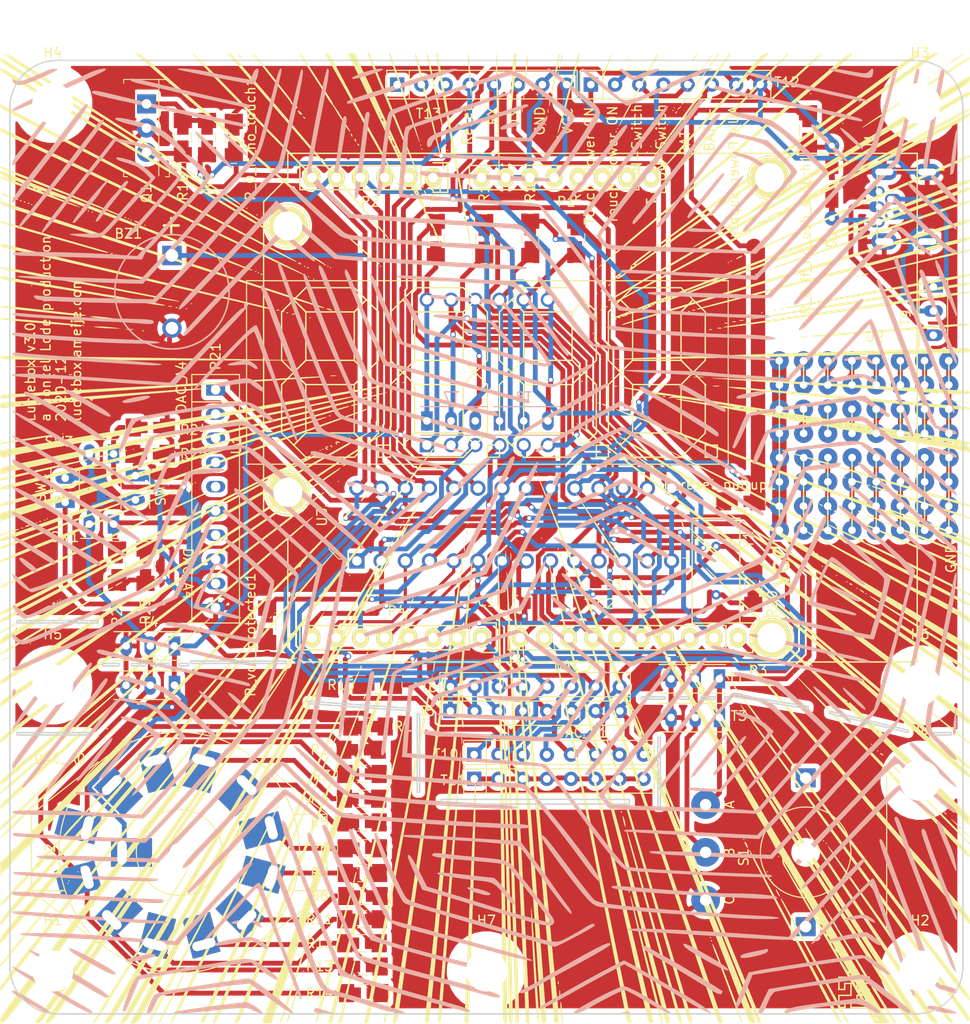
<source format=kicad_pcb>
(kicad_pcb (version 20171130) (host pcbnew "(5.1.5)-3")
  (title_block (date "lun. 30 mars 2015"))
  (layers (0 F.Cu signal) (31 B.Cu signal) (34 B.Paste user hide) (35 F.Paste user) (36 B.SilkS user hide) (37 F.SilkS user) (38 B.Mask user hide) (39 F.Mask user hide) (44 Edge.Cuts user))
  (net 0 "")
  (net 1 /IOREF)
  (net 2 /Reset)
  (net 3 GND)
  (net 4 /Vin)
  (net 5 /A0)
  (net 6 /A1)
  (net 7 /A2)
  (net 8 /A3)
  (net 9 /AREF)
  (net 10 "/A4(SDA)")
  (net 11 "/A5(SCL)")
  (net 12 /8)
  (net 13 /7)
  (net 14 /4)
  (net 15 /2)
  (net 16 "/1(Tx)")
  (net 17 "/0(Rx)")
  (net 18 "Net-(P6-Pad1)")
  (net 19 "/13(SCK)")
  (net 20 "Net-(P1-Pad1)")
  (net 21 +3V3)
  (net 22 "/12(MISO)")
  (net 23 "Net-(R4-Pad1)")
  (net 24 "Net-(R3-Pad1)")
  (net 25 "Net-(R2-Pad1)")
  (net 26 "/11(PWM-MOSI)")
  (net 27 "/10(PWM-SS)")
  (net 28 "/9(PWM)")
  (net 29 "/6(PWM)")
  (net 30 "/5(PWM)")
  (net 31 "/3(PWM)")
  (net 32 VCC)
  (net 33 "Net-(C2-Pad2)")
  (net 34 "Net-(C3-Pad2)")
  (net 35 "Net-(R5-Pad1)")
  (net 36 "Net-(R7-Pad1)")
  (net 37 "Net-(R11-Pad1)")
  (net 38 "Net-(R12-Pad1)")
  (net 39 "Net-(R13-Pad1)")
  (net 40 "Net-(R15-Pad1)")
  (net 41 "Net-(R16-Pad1)")
  (net 42 "Net-(R17-Pad1)")
  (net 43 VCC_minimalCurrent)
  (net 44 "Net-(D1-Pad2)")
  (net 45 "Net-(R1-Pad1)")
  (net 46 "Net-(J1-Pad4)")
  (net 47 "Net-(J1-Pad3)")
  (net 48 "Net-(J1-Pad2)")
  (net 49 "Net-(D1-Pad1)")
  (net 50 "Net-(T12-Pad3)")
  (net 51 "Net-(P5-Pad1)")
  (net 52 "Net-(P7-Pad1)")
  (net 53 "Net-(P8-Pad1)")
  (net 54 "Net-(Q1-Pad3)")
  (net 55 "Net-(Q1-Pad1)")
  (net 56 "Net-(R6-Pad1)")
  (net 57 "Net-(R11-Pad2)")
  (net 58 "Net-(R18-Pad1)")
  (net 59 "Net-(R19-Pad1)")
  (net 60 "Net-(R21-Pad9)")
  (net 61 "Net-(R21-Pad8)")
  (net 62 "Net-(R21-Pad7)")
  (net 63 "Net-(R21-Pad6)")
  (net 64 "Net-(R21-Pad5)")
  (net 65 "Net-(R21-Pad4)")
  (net 66 "Net-(R21-Pad3)")
  (net 67 "Net-(R21-Pad2)")
  (net 68 "Net-(R_reset_pullup1-Pad2)")
  (net 69 "Net-(T13-Pad3)")
  (net 70 "Net-(T13-Pad2)")
  (net 71 "Net-(T13-Pad1)")
  (net 72 "Net-(U2-Pad55)")
  (net 73 "Net-(U2-Pad53)")
  (net 74 "Net-(U2-Pad49)")
  (net 75 "Net-(U2-Pad47)")
  (net 76 "Net-(U2-Pad45)")
  (net 77 "Net-(U2-Pad41)")
  (net 78 "Net-(U2-Pad39)")
  (net 79 "Net-(U2-Pad37)")
  (net 80 "Net-(U2-Pad33)")
  (net 81 "Net-(U2-Pad31)")
  (net 82 "Net-(U2-Pad29)")
  (net 83 "Net-(U2-Pad25)")
  (net 84 "Net-(U2-Pad23)")
  (net 85 "Net-(U2-Pad21)")
  (net 86 "Net-(U2-Pad17)")
  (net 87 "Net-(U2-Pad15)")
  (net 88 "Net-(U2-Pad13)")
  (net 89 "Net-(U2-Pad10)")
  (module artwork:lines_burst (layer F.Cu) (at 49.784 50.038)
    (fp_text reference G*** hide)
    (fp_text value LOGO hide)
  )
  (module artwork:wallpaper_abstract (layer B.Cu) (at 49.8 50.41)
    (fp_text reference G*** hide)
    (fp_text value LOGO hide)
  )
  (module Luciebox:smd_throughhole_2_pins (layer F.Cu) (at 86.25 12.75 90)
    (fp_text reference D1 (at -6 0 90) (layer F.SilkS))
    (fp_text value D_Schottky)
    (fp_poly (pts (xy 3.175 0.254) (xy 2.667 0.254) (xy 2.667 0.635) (xy 0.889 0.635) (xy 0.889 0.254) (xy 0.254 0.254) (xy 0.254 -0.254) (xy 0.889 -0.254) (xy 0.889 -0.635) (xy 2.667 -0.635) (xy 2.667 -0.254) (xy 3.175 -0.254)) (layer F.Cu) (width 0.1))
    (fp_poly (pts (xy -3.175 -0.254) (xy -2.667 -0.254) (xy -2.667 -0.635) (xy -0.889 -0.635) (xy -0.889 -0.254) (xy -0.254 -0.254) (xy -0.254 0.254) (xy -0.889 0.254) (xy -0.889 0.635) (xy -2.667 0.635) (xy -2.667 0.254) (xy -3.175 0.254)) (layer F.Cu) (width 0.1))
    (pad 2 thru_hole circle (at -3.81 0 90) (size 1.524 1.524) (drill 0.635) (layers *.Cu *.Mask) (net 44 "Net-(D1-Pad2)"))
    (pad 1 thru_hole circle (at 3.81 0 90) (size 1.524 1.524) (drill 0.635) (layers *.Cu *.Mask) (net 49 "Net-(D1-Pad1)"))
  )
  (module Luciebox:Terminal_8x1_100mil (layer F.Cu) (at 49.53 2.54)
    (fp_text reference T13 (at -5.588 3.048) (layer F.SilkS))
    (fp_text value terminal_8x1)
    (pad 8 thru_hole circle (at 8.89 0) (size 1.5 1.5) (drill 0.8) (layers *.Cu *.Mask) (net 32 VCC))
    (pad 7 thru_hole circle (at 6.35 0) (size 1.5 1.5) (drill 0.8) (layers *.Cu *.Mask) (net 3 GND))
    (pad 6 thru_hole circle (at 3.81 0) (size 1.5 1.5) (drill 0.8) (layers *.Cu *.Mask) (net 16 "/1(Tx)"))
    (pad 5 thru_hole circle (at 1.27 0) (size 1.5 1.5) (drill 0.8) (layers *.Cu *.Mask) (net 17 "/0(Rx)"))
    (pad 4 thru_hole circle (at -1.27 0) (size 1.5 1.5) (drill 0.8) (layers *.Cu *.Mask) (net 68 "Net-(R_reset_pullup1-Pad2)"))
    (pad 3 thru_hole circle (at -3.81 0) (size 1.5 1.5) (drill 0.8) (layers *.Cu *.Mask) (net 69 "Net-(T13-Pad3)"))
    (pad 2 thru_hole circle (at -6.35 0) (size 1.5 1.5) (drill 0.8) (layers *.Cu *.Mask) (net 70 "Net-(T13-Pad2)"))
    (pad 1 thru_hole rect (at -8.89 0) (size 1.5 1.5) (drill 0.8) (layers *.Cu *.Mask) (net 71 "Net-(T13-Pad1)"))
  )
  (module Luciebox:Terminal_8x1_100mil (layer F.Cu) (at 69.85 2.54)
    (fp_text reference T12 (at 11.684 -0.254) (layer F.SilkS))
    (fp_text value terminal_8x1)
    (pad 8 thru_hole circle (at 8.89 0) (size 1.5 1.5) (drill 0.8) (layers *.Cu *.Mask) (net 3 GND))
    (pad 7 thru_hole circle (at 6.35 0) (size 1.5 1.5) (drill 0.8) (layers *.Cu *.Mask) (net 54 "Net-(Q1-Pad3)"))
    (pad 6 thru_hole circle (at 3.81 0) (size 1.5 1.5) (drill 0.8) (layers *.Cu *.Mask) (net 32 VCC))
    (pad 5 thru_hole circle (at 1.27 0) (size 1.5 1.5) (drill 0.8) (layers *.Cu *.Mask) (net 50 "Net-(T12-Pad3)"))
    (pad 4 thru_hole circle (at -1.27 0) (size 1.5 1.5) (drill 0.8) (layers *.Cu *.Mask) (net 3 GND))
    (pad 3 thru_hole circle (at -3.81 0) (size 1.5 1.5) (drill 0.8) (layers *.Cu *.Mask) (net 50 "Net-(T12-Pad3)"))
    (pad 2 thru_hole circle (at -6.35 0) (size 1.5 1.5) (drill 0.8) (layers *.Cu *.Mask) (net 49 "Net-(D1-Pad1)"))
    (pad 1 thru_hole rect (at -8.89 0) (size 1.5 1.5) (drill 0.8) (layers *.Cu *.Mask) (net 32 VCC))
  )
  (module Luciebox:1206_0805 (layer F.Cu) (at 83.75 7.3 90)
    (fp_text reference R_0_if_no_usb_switch1 (at -10.95 -0.25 90) (layer F.SilkS))
    (fp_text value 0)
    (pad 2 smd custom (at 1.8 0 90) (size 1.5 1.8) (layers F.Cu F.Paste F.Mask) (net 32 VCC) (options (clearance outline) (anchor rect)) (primitives (gr_poly (pts (xy -0.75 0.55) (xy -1.45 0.55) (xy -1.45 -0.55) (xy -0.75 -0.55) (xy -0.75 -0.9) (xy 0.75 -0.9) (xy 0.75 0.9) (xy 0.4 0.9) (xy -0.75 0.9)) (width 0.1))))
    (pad 1 smd custom (at -1.8 0 90) (size 1.5 1.8) (layers F.Cu F.Paste F.Mask) (net 49 "Net-(D1-Pad1)") (options (clearance outline) (anchor rect)) (primitives (gr_poly (pts (xy 0.75 -0.55) (xy 1.45 -0.55) (xy 1.45 0.55) (xy 0.75 0.55) (xy 0.75 0.9) (xy -0.75 0.9) (xy -0.75 -0.9) (xy -0.4 -0.9) (xy 0.75 -0.9)) (width 0.1))))
  )
  (module Luciebox:1206_0805 (layer F.Cu) (at 23.5 8.2 90)
    (fp_text reference R_0_if_no_touch1 (at -0.05 1.75 90) (layer F.SilkS))
    (fp_text value 0)
    (pad 2 smd custom (at 1.8 0 90) (size 1.5 1.8) (layers F.Cu F.Paste F.Mask) (net 3 GND) (options (clearance outline) (anchor rect)) (primitives (gr_poly (pts (xy -0.75 0.55) (xy -1.45 0.55) (xy -1.45 -0.55) (xy -0.75 -0.55) (xy -0.75 -0.9) (xy 0.75 -0.9) (xy 0.75 0.9) (xy 0.4 0.9) (xy -0.75 0.9)) (width 0.1))))
    (pad 1 smd custom (at -1.8 0 90) (size 1.5 1.8) (layers F.Cu F.Paste F.Mask) (net 54 "Net-(Q1-Pad3)") (options (clearance outline) (anchor rect)) (primitives (gr_poly (pts (xy 0.75 -0.55) (xy 1.45 -0.55) (xy 1.45 0.55) (xy 0.75 0.55) (xy 0.75 0.9) (xy -0.75 0.9) (xy -0.75 -0.9) (xy -0.4 -0.9) (xy 0.75 -0.9)) (width 0.1))))
  )
  (module Luciebox:usb_mini_Molex-0548190519 (layer F.Cu) (at 98 15.35 180)
    (fp_text reference J1)
    (fp_text value USB_B_Mini)
    (fp_text user %R (at 7.75 6.85 90) (layer F.SilkS))
    (pad 6 thru_hole oval (at 6.26072 -3.65 180) (size 2.7 1.7) (drill oval 1.9 0.7) (layers *.Cu *.Mask) (net 3 GND))
    (pad 6 thru_hole oval (at 6.26072 3.65 180) (size 2.7 1.7) (drill oval 1.9 0.7) (layers *.Cu *.Mask) (net 3 GND))
    (pad 5 thru_hole oval (at 6.8 -1.6 180) (size 1.65 1.1) (drill oval 0.7 (offset 0.25 0)) (layers *.Cu B.Mask) (net 44 "Net-(D1-Pad2)"))
    (pad 4 thru_hole oval (at 5.6 -0.8) (size 1.65 1.1) (drill oval 0.7 (offset 0.25 0)) (layers *.Cu B.Mask) (net 46 "Net-(J1-Pad4)"))
    (pad 3 thru_hole oval (at 6.8 0 180) (size 1.65 1.1) (drill oval 0.7 (offset 0.25 0)) (layers *.Cu B.Mask) (net 47 "Net-(J1-Pad3)"))
    (pad 2 thru_hole oval (at 5.6 0.8) (size 1.65 1.1) (drill oval 0.7 (offset 0.25 0)) (layers *.Cu B.Mask) (net 48 "Net-(J1-Pad2)"))
    (pad 1 thru_hole oval (at 6.8 1.6 180) (size 1.65 1.1) (drill oval 0.7 (offset 0.25 0)) (layers *.Cu B.Mask) (net 3 GND))
    (pad 6 thru_hole oval (at 1.75 -3.65 180) (size 2.7 1.7) (drill oval 1.9 0.7) (layers *.Cu *.Mask) (net 3 GND))
    (pad 6 thru_hole oval (at 1.75 3.65 180) (size 2.7 1.7) (drill oval 1.9 0.7) (layers *.Cu *.Mask) (net 3 GND))
  )
  (module Luciebox:Terminal_3x1_100mil (layer B.Cu) (at 53.9142 37.8082)
    (fp_text reference T8 (at 0 -2.5) (layer B.SilkS) (effects (justify mirror)))
    (fp_text value terminal_3x1)
    (pad 3 thru_hole oval (at 2.54 0) (size 1.2 2) (drill 0.8) (layers *.Cu *.Mask) (net 8 /A3))
    (pad 2 thru_hole oval (at 0 0) (size 1.2 2) (drill 0.8) (layers *.Cu *.Mask) (net 42 "Net-(R17-Pad1)"))
    (pad 1 thru_hole rect (at -2.54 0) (size 1.2 2) (drill 0.8) (layers *.Cu *.Mask) (net 58 "Net-(R18-Pad1)"))
  )
  (module Luciebox:Terminal_3x1_100mil (layer B.Cu) (at 46.2942 37.8082)
    (fp_text reference T7 (at 0 -2.5) (layer B.SilkS) (effects (justify mirror)))
    (fp_text value terminal_3x1)
    (pad 3 thru_hole oval (at 2.54 0) (size 1.2 2) (drill 0.8) (layers *.Cu *.Mask) (net 19 "/13(SCK)"))
    (pad 2 thru_hole oval (at 0 0) (size 1.2 2) (drill 0.8) (layers *.Cu *.Mask) (net 13 /7))
    (pad 1 thru_hole rect (at -2.54 0) (size 1.2 2) (drill 0.8) (layers *.Cu *.Mask) (net 59 "Net-(R19-Pad1)"))
  )
  (module Luciebox:CRYSTAL (layer F.Cu) (at 74.09 53.51 90)
    (fp_text reference Y1 (at 3.26 3.41 90) (layer F.SilkS))
    (fp_text value 16MHz)
    (pad 2 thru_hole circle (at 2.54 0 90) (size 1 1) (drill 0.5) (layers *.Cu *.Mask) (net 34 "Net-(C3-Pad2)"))
    (pad 1 thru_hole circle (at -2.54 0 90) (size 1 1) (drill 0.5) (layers *.Cu *.Mask) (net 33 "Net-(C2-Pad2)"))
  )
  (module Luciebox:MountingHole_4.3mm_M4 (layer F.Cu) (at 4.5 4.5)
    (fp_text reference H4 (at 0 -5.3) (layer F.SilkS))
    (fp_text value MountingHole)
    (pad "" np_thru_hole circle (at 0 0) (size 4.3 4.3) (drill 4.3) (layers *.Cu *.Mask) (clearance 2))
  )
  (module Luciebox:MountingHole_4.3mm_M4 (layer F.Cu) (at 95.5 75.5)
    (fp_text reference H8 (at 0 -5.3) (layer F.SilkS))
    (fp_text value MountingHole)
    (pad "" np_thru_hole circle (at 0 0) (size 4.3 4.3) (drill 4.3) (layers *.Cu *.Mask) (clearance 2))
  )
  (module Luciebox:MountingHole_4.3mm_M4 (layer F.Cu) (at 50 95.5)
    (fp_text reference H7 (at 0 -5.3) (layer F.SilkS))
    (fp_text value MountingHole)
    (pad "" np_thru_hole circle (at 0 0) (size 4.3 4.3) (drill 4.3) (layers *.Cu *.Mask) (clearance 2))
  )
  (module Luciebox:MountingHole_4.3mm_M4 (layer F.Cu) (at 95.5 65.5)
    (fp_text reference H6 (at 0 -5.3) (layer F.SilkS))
    (fp_text value MountingHole)
    (pad "" np_thru_hole circle (at 0 0) (size 4.3 4.3) (drill 4.3) (layers *.Cu *.Mask) (clearance 2))
  )
  (module Luciebox:MountingHole_4.3mm_M4 (layer F.Cu) (at 4.5 65.5)
    (fp_text reference H5 (at 0 -5.3) (layer F.SilkS))
    (fp_text value MountingHole)
    (pad "" np_thru_hole circle (at 0 0) (size 4.3 4.3) (drill 4.3) (layers *.Cu *.Mask) (clearance 2))
  )
  (module Luciebox:MountingHole_4.3mm_M4 (layer F.Cu) (at 95.5 4.5)
    (fp_text reference H3 (at 0 -5.3) (layer F.SilkS))
    (fp_text value MountingHole)
    (pad "" np_thru_hole circle (at 0 0) (size 4.3 4.3) (drill 4.3) (layers *.Cu *.Mask) (clearance 2))
  )
  (module Luciebox:MountingHole_4.3mm_M4 (layer F.Cu) (at 95.5 95.5)
    (fp_text reference H2 (at 0 -5.3) (layer F.SilkS))
    (fp_text value MountingHole)
    (pad "" np_thru_hole circle (at 0 0) (size 4.3 4.3) (drill 4.3) (layers *.Cu *.Mask) (clearance 2))
  )
  (module Luciebox:MountingHole_4.3mm_M4 (layer F.Cu) (at 4.5 95.5)
    (fp_text reference H1 (at 0 -5.3) (layer F.SilkS))
    (fp_text value MountingHole)
    (pad "" np_thru_hole circle (at 0 0) (size 4.3 4.3) (drill 4.3) (layers *.Cu *.Mask) (clearance 2))
  )
  (module Luciebox:Terminal_3x1_100mil (layer F.Cu) (at 14.732 61.412 180)
    (fp_text reference T4 (at 0 2.5) (layer F.SilkS))
    (fp_text value terminal_3x1)
    (pad 3 thru_hole oval (at 2.54 0 180) (size 1.2 2) (drill 0.8) (layers *.Cu *.Mask) (net 3 GND))
    (pad 2 thru_hole oval (at 0 0 180) (size 1.2 2) (drill 0.8) (layers *.Cu *.Mask) (net 43 VCC_minimalCurrent))
    (pad 1 thru_hole rect (at -2.54 0 180) (size 1.2 2) (drill 0.8) (layers *.Cu *.Mask) (net 5 /A0))
  )
  (module Luciebox:Terminal_3x1_100mil (layer F.Cu) (at 14.732 65.532 180)
    (fp_text reference T2 (at 0 2.5) (layer F.SilkS))
    (fp_text value terminal_3x1)
    (pad 3 thru_hole oval (at 2.54 0 180) (size 1.2 2) (drill 0.8) (layers *.Cu *.Mask) (net 3 GND))
    (pad 2 thru_hole oval (at 0 0 180) (size 1.2 2) (drill 0.8) (layers *.Cu *.Mask) (net 43 VCC_minimalCurrent))
    (pad 1 thru_hole rect (at -2.54 0 180) (size 1.2 2) (drill 0.8) (layers *.Cu *.Mask) (net 5 /A0))
  )
  (module Luciebox:Terminal_8x1_100mil (layer F.Cu) (at 57.61 72.81)
    (fp_text reference T10 (at -11.86 -0.06) (layer F.SilkS))
    (fp_text value terminal_8x1)
    (pad 8 thru_hole circle (at 8.89 0) (size 1.5 1.5) (drill 0.8) (layers *.Cu *.Mask) (net 13 /7))
    (pad 7 thru_hole circle (at 6.35 0) (size 1.5 1.5) (drill 0.8) (layers *.Cu *.Mask) (net 22 "/12(MISO)"))
    (pad 6 thru_hole circle (at 3.81 0) (size 1.5 1.5) (drill 0.8) (layers *.Cu *.Mask) (net 12 /8))
    (pad 5 thru_hole circle (at 1.27 0) (size 1.5 1.5) (drill 0.8) (layers *.Cu *.Mask) (net 17 "/0(Rx)"))
    (pad 4 thru_hole circle (at -1.27 0) (size 1.5 1.5) (drill 0.8) (layers *.Cu *.Mask) (net 19 "/13(SCK)"))
    (pad 3 thru_hole circle (at -3.81 0) (size 1.5 1.5) (drill 0.8) (layers *.Cu *.Mask) (net 14 /4))
    (pad 2 thru_hole circle (at -6.35 0) (size 1.5 1.5) (drill 0.8) (layers *.Cu *.Mask) (net 16 "/1(Tx)"))
    (pad 1 thru_hole rect (at -8.89 0) (size 1.5 1.5) (drill 0.8) (layers *.Cu *.Mask) (net 8 /A3))
  )
  (module Luciebox:Terminal_3x1_100mil (layer F.Cu) (at 71.914 68.922 180)
    (fp_text reference T3 (at -4.586 0.172) (layer F.SilkS))
    (fp_text value terminal_3x1)
    (pad 3 thru_hole oval (at 2.54 0 180) (size 1.2 2) (drill 0.8) (layers *.Cu *.Mask) (net 3 GND))
    (pad 2 thru_hole oval (at 0 0 180) (size 1.2 2) (drill 0.8) (layers *.Cu *.Mask) (net 31 "/3(PWM)"))
    (pad 1 thru_hole rect (at -2.54 0 180) (size 1.2 2) (drill 0.8) (layers *.Cu *.Mask) (net 15 /2))
  )
  (module Luciebox:Terminal_3x1_100mil (layer F.Cu) (at 71.914 64.858 180)
    (fp_text reference T1 (at -4.336 0.108) (layer F.SilkS))
    (fp_text value terminal_3x1)
    (pad 3 thru_hole oval (at 2.54 0 180) (size 1.2 2) (drill 0.8) (layers *.Cu *.Mask) (net 3 GND))
    (pad 2 thru_hole oval (at 0 0 180) (size 1.2 2) (drill 0.8) (layers *.Cu *.Mask) (net 31 "/3(PWM)"))
    (pad 1 thru_hole rect (at -2.54 0 180) (size 1.2 2) (drill 0.8) (layers *.Cu *.Mask) (net 15 /2))
  )
  (module Luciebox:rotary_encoder (layer F.Cu) (at 73 83.055 270)
    (fp_text reference S1 (at 0.5 -4 90) (layer F.SilkS))
    (fp_text value rotary_encoder)
    (fp_text user C (at 5 -2.5 90) (layer F.SilkS))
    (fp_text user B (at 0 -2.5 90) (layer F.SilkS))
    (fp_text user A (at -5 -2.5 90) (layer F.SilkS))
    (pad "" np_thru_hole circle (at 0 -10.5 270) (size 2 2) (drill 2) (layers *.Cu *.Mask))
    (pad "" np_thru_hole rect (at 7.8 -10.5 270) (size 2 2.1) (drill 1.2) (layers *.Cu *.Mask))
    (pad "" np_thru_hole rect (at -7.8 -10.5 270) (size 2 2.1) (drill 1.2) (layers *.Cu *.Mask))
    (pad 3 thru_hole circle (at 5 0 255) (size 3 3) (drill 1.2) (layers *.Cu *.Mask) (net 3 GND))
    (pad 2 thru_hole circle (at 0 0 255) (size 3 3) (drill 1.2) (layers *.Cu *.Mask) (net 31 "/3(PWM)"))
    (pad 1 thru_hole circle (at -5 0 255) (size 3 3) (drill 1.2) (layers *.Cu *.Mask) (net 15 /2))
  )
  (module Luciebox:Rotary_Switch (layer F.Cu) (at 17.77 83.071 90)
    (fp_text reference S2 (at 0 -13.545 90) (layer F.SilkS))
    (fp_text value selector_knob)
    (pad "" np_thru_hole circle (at 0 0 90) (size 2 2) (drill 2) (layers *.Cu *.Mask))
    (pad 13 thru_hole rect (at 0 -6 90) (size 3 4.3) (drill oval 2.5 1 (offset 0 1)) (layers *.Cu *.Mask) (net 5 /A0))
    (pad 12 thru_hole rect (at -2.58819 -9.659258 105) (size 3 4.3) (drill oval 2.5 1 (offset 0 -1)) (layers *.Cu *.Mask) (net 43 VCC_minimalCurrent))
    (pad 11 thru_hole rect (at -7.071067 -7.071067 135) (size 3 4.3) (drill oval 2.5 1 (offset 0 1)) (layers *.Cu *.Mask) (net 39 "Net-(R13-Pad1)"))
    (pad 10 thru_hole rect (at -9.659258 -2.58819 165) (size 3 4.3) (drill oval 2.5 1 (offset 0 1)) (layers *.Cu *.Mask) (net 38 "Net-(R12-Pad1)"))
    (pad 9 thru_hole rect (at -9.659258 2.58819 195) (size 3 4.3) (drill oval 2.5 1 (offset 0 1)) (layers *.Cu *.Mask) (net 37 "Net-(R11-Pad1)"))
    (pad 8 thru_hole rect (at -7.071067 7.071067 225) (size 3 4.3) (drill oval 2.5 1 (offset 0 1)) (layers *.Cu *.Mask) (net 57 "Net-(R11-Pad2)"))
    (pad 7 thru_hole rect (at -2.58819 9.659258 255) (size 3 4.3) (drill oval 2.5 1 (offset 0 1)) (layers *.Cu *.Mask) (net 36 "Net-(R7-Pad1)"))
    (pad 6 thru_hole rect (at 2.58819 9.659258 285) (size 3 4.3) (drill oval 2.5 1 (offset 0 1)) (layers *.Cu *.Mask) (net 56 "Net-(R6-Pad1)"))
    (pad 5 thru_hole rect (at 7.071067 7.071067 315) (size 3 4.3) (drill oval 2.5 1 (offset 0 1)) (layers *.Cu *.Mask) (net 35 "Net-(R5-Pad1)"))
    (pad 4 thru_hole rect (at 9.659258 2.58819 345) (size 3 4.3) (drill oval 2.5 1 (offset 0 1)) (layers *.Cu *.Mask) (net 23 "Net-(R4-Pad1)"))
    (pad 3 thru_hole rect (at 9.659258 -2.58819 15) (size 3 4.3) (drill oval 2.5 1 (offset 0 1)) (layers *.Cu *.Mask) (net 24 "Net-(R3-Pad1)"))
    (pad 2 thru_hole rect (at 7.071067 -7.071067 45) (size 3 4.3) (drill oval 2.5 1 (offset 0 1)) (layers *.Cu *.Mask) (net 25 "Net-(R2-Pad1)"))
    (pad 1 thru_hole rect (at 2.58819 -9.659258 75) (size 3 4.3) (drill oval 2.5 1 (offset 0 -1)) (layers *.Cu *.Mask) (net 45 "Net-(R1-Pad1)"))
  )
  (module Luciebox:Terminal_8x1_100mil (layer F.Cu) (at 55.11 65.69)
    (fp_text reference T6 (at -11.11 0.06) (layer F.SilkS))
    (fp_text value terminal_8x1)
    (pad 8 thru_hole circle (at 8.89 0) (size 1.5 1.5) (drill 0.8) (layers *.Cu *.Mask) (net 19 "/13(SCK)"))
    (pad 7 thru_hole circle (at 6.35 0) (size 1.5 1.5) (drill 0.8) (layers *.Cu *.Mask) (net 14 /4))
    (pad 6 thru_hole circle (at 3.81 0) (size 1.5 1.5) (drill 0.8) (layers *.Cu *.Mask) (net 16 "/1(Tx)"))
    (pad 5 thru_hole circle (at 1.27 0) (size 1.5 1.5) (drill 0.8) (layers *.Cu *.Mask) (net 8 /A3))
    (pad 4 thru_hole circle (at -1.27 0) (size 1.5 1.5) (drill 0.8) (layers *.Cu *.Mask) (net 40 "Net-(R15-Pad1)"))
    (pad 3 thru_hole circle (at -3.81 0) (size 1.5 1.5) (drill 0.8) (layers *.Cu *.Mask) (net 7 /A2))
    (pad 2 thru_hole circle (at -6.35 0) (size 1.5 1.5) (drill 0.8) (layers *.Cu *.Mask) (net 43 VCC_minimalCurrent))
    (pad 1 thru_hole rect (at -8.89 0) (size 1.5 1.5) (drill 0.8) (layers *.Cu *.Mask) (net 3 GND))
  )
  (module Luciebox:Terminal_8x1_100mil (layer F.Cu) (at 55.11 68.23)
    (fp_text reference T5 (at -11.36 0.02) (layer F.SilkS))
    (fp_text value terminal_8x1)
    (pad 8 thru_hole circle (at 8.89 0) (size 1.5 1.5) (drill 0.8) (layers *.Cu *.Mask) (net 13 /7))
    (pad 7 thru_hole circle (at 6.35 0) (size 1.5 1.5) (drill 0.8) (layers *.Cu *.Mask) (net 22 "/12(MISO)"))
    (pad 6 thru_hole circle (at 3.81 0) (size 1.5 1.5) (drill 0.8) (layers *.Cu *.Mask) (net 12 /8))
    (pad 5 thru_hole circle (at 1.27 0) (size 1.5 1.5) (drill 0.8) (layers *.Cu *.Mask) (net 17 "/0(Rx)"))
    (pad 4 thru_hole circle (at -1.27 0) (size 1.5 1.5) (drill 0.8) (layers *.Cu *.Mask) (net 40 "Net-(R15-Pad1)"))
    (pad 3 thru_hole circle (at -3.81 0) (size 1.5 1.5) (drill 0.8) (layers *.Cu *.Mask) (net 6 /A1))
    (pad 2 thru_hole circle (at -6.35 0) (size 1.5 1.5) (drill 0.8) (layers *.Cu *.Mask) (net 43 VCC_minimalCurrent))
    (pad 1 thru_hole rect (at -8.89 0) (size 1.5 1.5) (drill 0.8) (layers *.Cu *.Mask) (net 3 GND))
  )
  (module Luciebox:CA56-12SRWA (layer F.Cu) (at 43.7542 40.3482 90)
    (fp_text reference U1 (at 0 -20 90) (layer F.SilkS))
    (fp_text value CA56-12SRWA)
    (pad 12 thru_hole circle (at 15.24 0 90) (size 1.5 1.5) (drill 1) (layers *.Cu *.Mask) (net 59 "Net-(R19-Pad1)"))
    (pad 11 thru_hole circle (at 15.24 2.54 90) (size 1.5 1.5) (drill 1) (layers *.Cu *.Mask) (net 13 /7))
    (pad 10 thru_hole circle (at 15.24 5.08 90) (size 1.5 1.5) (drill 1) (layers *.Cu *.Mask) (net 19 "/13(SCK)"))
    (pad 9 thru_hole circle (at 15.24 7.62 90) (size 1.5 1.5) (drill 1) (layers *.Cu *.Mask) (net 58 "Net-(R18-Pad1)"))
    (pad 8 thru_hole circle (at 15.24 10.16 90) (size 1.5 1.5) (drill 1) (layers *.Cu *.Mask) (net 42 "Net-(R17-Pad1)"))
    (pad 7 thru_hole circle (at 15.24 12.7 90) (size 1.5 1.5) (drill 1) (layers *.Cu *.Mask) (net 8 /A3))
    (pad 6 thru_hole circle (at 0 12.7 90) (size 1.5 1.5) (drill 1) (layers *.Cu *.Mask) (net 41 "Net-(R16-Pad1)"))
    (pad 5 thru_hole circle (at 0 10.16 90) (size 1.5 1.5) (drill 1) (layers *.Cu *.Mask) (net 16 "/1(Tx)"))
    (pad 4 thru_hole circle (at 0 7.62 90) (size 1.5 1.5) (drill 1) (layers *.Cu *.Mask) (net 14 /4))
    (pad 3 thru_hole circle (at 0 5.08 90) (size 1.5 1.5) (drill 1) (layers *.Cu *.Mask) (net 17 "/0(Rx)"))
    (pad 2 thru_hole circle (at 0 2.54 90) (size 1.5 1.5) (drill 1) (layers *.Cu *.Mask) (net 12 /8))
    (pad 1 thru_hole rect (at 0 0 90) (size 1.5 1.5) (drill 1) (layers *.Cu *.Mask) (net 22 "/12(MISO)"))
  )
  (module Luciebox:Terminal_8x1_100mil (layer F.Cu) (at 57.61 75.35)
    (fp_text reference T11 (at -11.11 0.15) (layer F.SilkS))
    (fp_text value terminal_8x1)
    (pad 8 thru_hole circle (at 8.89 0) (size 1.5 1.5) (drill 0.8) (layers *.Cu *.Mask) (net 40 "Net-(R15-Pad1)"))
    (pad 7 thru_hole circle (at 6.35 0) (size 1.5 1.5) (drill 0.8) (layers *.Cu *.Mask) (net 40 "Net-(R15-Pad1)"))
    (pad 6 thru_hole circle (at 3.81 0) (size 1.5 1.5) (drill 0.8) (layers *.Cu *.Mask) (net 40 "Net-(R15-Pad1)"))
    (pad 5 thru_hole circle (at 1.27 0) (size 1.5 1.5) (drill 0.8) (layers *.Cu *.Mask) (net 40 "Net-(R15-Pad1)"))
    (pad 4 thru_hole circle (at -1.27 0) (size 1.5 1.5) (drill 0.8) (layers *.Cu *.Mask) (net 40 "Net-(R15-Pad1)"))
    (pad 3 thru_hole circle (at -3.81 0) (size 1.5 1.5) (drill 0.8) (layers *.Cu *.Mask) (net 40 "Net-(R15-Pad1)"))
    (pad 2 thru_hole circle (at -6.35 0) (size 1.5 1.5) (drill 0.8) (layers *.Cu *.Mask) (net 40 "Net-(R15-Pad1)"))
    (pad 1 thru_hole rect (at -8.89 0) (size 1.5 1.5) (drill 0.8) (layers *.Cu *.Mask) (net 40 "Net-(R15-Pad1)"))
  )
  (module Luciebox:Terminal_2x1_100mil (layer F.Cu) (at 13.166 46.088 270)
    (fp_text reference SW4 (at -0.889 -2.667 90) (layer F.SilkS))
    (fp_text value Switch_tilt)
    (pad 2 thru_hole oval (at 0 0 270) (size 1.2 2) (drill 0.8) (layers *.Cu *.Mask) (net 43 VCC_minimalCurrent))
    (pad 1 thru_hole rect (at -2.54 0 270) (size 1.2 2) (drill 0.8) (layers *.Cu *.Mask) (net 60 "Net-(R21-Pad9)"))
  )
  (module Luciebox:Terminal_2x1_100mil (layer F.Cu) (at 8.34 41.262 180)
    (fp_text reference SW3 (at 3.175 1.27) (layer F.SilkS))
    (fp_text value Switch_tilt)
    (pad 2 thru_hole oval (at 0 0 180) (size 1.2 2) (drill 0.8) (layers *.Cu *.Mask) (net 43 VCC_minimalCurrent))
    (pad 1 thru_hole rect (at -2.54 0 180) (size 1.2 2) (drill 0.8) (layers *.Cu *.Mask) (net 61 "Net-(R21-Pad8)"))
  )
  (module Luciebox:Terminal_2x1_100mil (layer F.Cu) (at 5.8 43.802 90)
    (fp_text reference SW2 (at -1.016 -2.54 90) (layer F.SilkS))
    (fp_text value Switch_tilt)
    (pad 2 thru_hole oval (at 0 0 90) (size 1.2 2) (drill 0.8) (layers *.Cu *.Mask) (net 43 VCC_minimalCurrent))
    (pad 1 thru_hole rect (at -2.54 0 90) (size 1.2 2) (drill 0.8) (layers *.Cu *.Mask) (net 62 "Net-(R21-Pad7)"))
  )
  (module Luciebox:Terminal_2x1_100mil (layer F.Cu) (at 8.34 48.628 180)
    (fp_text reference SW1 (at 2.59 -1.372) (layer F.SilkS))
    (fp_text value Switch_tilt)
    (pad 2 thru_hole oval (at 0 0 180) (size 1.2 2) (drill 0.8) (layers *.Cu *.Mask) (net 43 VCC_minimalCurrent))
    (pad 1 thru_hole rect (at -2.54 0 180) (size 1.2 2) (drill 0.8) (layers *.Cu *.Mask) (net 63 "Net-(R21-Pad6)"))
  )
  (module Luciebox:SIP-10 (layer F.Cu) (at 21.59 45.974 270)
    (fp_text reference R21 (at -14.922723 0 90) (layer F.SilkS))
    (fp_text value DAC_R-2R)
    (pad 10 thru_hole oval (at 11.43 0 270) (size 1.2 2) (drill 1) (layers *.Cu *.Mask) (net 3 GND))
    (pad 9 thru_hole oval (at 8.89 0 270) (size 1.2 2) (drill 1) (layers *.Cu *.Mask) (net 60 "Net-(R21-Pad9)"))
    (pad 8 thru_hole oval (at 6.35 0 270) (size 1.2 2) (drill 1) (layers *.Cu *.Mask) (net 61 "Net-(R21-Pad8)"))
    (pad 7 thru_hole oval (at 3.81 0 270) (size 1.2 2) (drill 1) (layers *.Cu *.Mask) (net 62 "Net-(R21-Pad7)"))
    (pad 6 thru_hole oval (at 1.27 0 270) (size 1.2 2) (drill 1) (layers *.Cu *.Mask) (net 63 "Net-(R21-Pad6)"))
    (pad 5 thru_hole oval (at -1.27 0 270) (size 1.2 2) (drill 1) (layers *.Cu *.Mask) (net 64 "Net-(R21-Pad5)"))
    (pad 4 thru_hole oval (at -3.81 0 270) (size 1.2 2) (drill 1) (layers *.Cu *.Mask) (net 65 "Net-(R21-Pad4)"))
    (pad 3 thru_hole oval (at -6.35 0 270) (size 1.2 2) (drill 1) (layers *.Cu *.Mask) (net 66 "Net-(R21-Pad3)"))
    (pad 2 thru_hole oval (at -8.89 0 270) (size 1.2 2) (drill 1) (layers *.Cu *.Mask) (net 67 "Net-(R21-Pad2)"))
    (pad 1 thru_hole rect (at -11.43 0 270) (size 1.2 2) (drill 1) (layers *.Cu *.Mask) (net 10 "/A4(SDA)"))
  )
  (module Luciebox:1206_0805 (layer F.Cu) (at 27 59.25 270)
    (fp_text reference R_vcc_protected1 (at 1 1.75 90) (layer F.SilkS))
    (fp_text value 10K)
    (pad 2 smd custom (at 1.8 0 270) (size 1.5 1.8) (layers F.Cu F.Paste F.Mask) (net 43 VCC_minimalCurrent) (options (clearance outline) (anchor rect)) (primitives (gr_poly (pts (xy -0.75 0.55) (xy -1.45 0.55) (xy -1.45 -0.55) (xy -0.75 -0.55) (xy -0.75 -0.9) (xy 0.75 -0.9) (xy 0.75 0.9) (xy 0.4 0.9) (xy -0.75 0.9)) (width 0.1))))
    (pad 1 smd custom (at -1.8 0 270) (size 1.5 1.8) (layers F.Cu F.Paste F.Mask) (net 32 VCC) (options (clearance outline) (anchor rect)) (primitives (gr_poly (pts (xy 0.75 -0.55) (xy 1.45 -0.55) (xy 1.45 0.55) (xy 0.75 0.55) (xy 0.75 0.9) (xy -0.75 0.9) (xy -0.75 -0.9) (xy -0.4 -0.9) (xy 0.75 -0.9)) (width 0.1))))
  )
  (module Luciebox:1206_0805 (layer F.Cu) (at 18.148 8.096 270)
    (fp_text reference R10 (at 5.207 0 90) (layer F.SilkS))
    (fp_text value 100K)
    (pad 2 smd custom (at 1.8 0 270) (size 1.5 1.8) (layers F.Cu F.Paste F.Mask) (net 54 "Net-(Q1-Pad3)") (options (clearance outline) (anchor rect)) (primitives (gr_poly (pts (xy -0.75 0.55) (xy -1.45 0.55) (xy -1.45 -0.55) (xy -0.75 -0.55) (xy -0.75 -0.9) (xy 0.75 -0.9) (xy 0.75 0.9) (xy 0.4 0.9) (xy -0.75 0.9)) (width 0.1))))
    (pad 1 smd custom (at -1.8 0 270) (size 1.5 1.8) (layers F.Cu F.Paste F.Mask) (net 55 "Net-(Q1-Pad1)") (options (clearance outline) (anchor rect)) (primitives (gr_poly (pts (xy 0.75 -0.55) (xy 1.45 -0.55) (xy 1.45 0.55) (xy 0.75 0.55) (xy 0.75 0.9) (xy -0.75 0.9) (xy -0.75 -0.9) (xy -0.4 -0.9) (xy 0.75 -0.9)) (width 0.1))))
  )
  (module Luciebox:1206_0805 (layer F.Cu) (at 20.688 8.096 90)
    (fp_text reference R9 (at -4.721 0 90) (layer F.SilkS))
    (fp_text value 10K)
    (pad 2 smd custom (at 1.8 0 90) (size 1.5 1.8) (layers F.Cu F.Paste F.Mask) (net 55 "Net-(Q1-Pad1)") (options (clearance outline) (anchor rect)) (primitives (gr_poly (pts (xy -0.75 0.55) (xy -1.45 0.55) (xy -1.45 -0.55) (xy -0.75 -0.55) (xy -0.75 -0.9) (xy 0.75 -0.9) (xy 0.75 0.9) (xy 0.4 0.9) (xy -0.75 0.9)) (width 0.1))))
    (pad 1 smd custom (at -1.8 0 90) (size 1.5 1.8) (layers F.Cu F.Paste F.Mask) (net 10 "/A4(SDA)") (options (clearance outline) (anchor rect)) (primitives (gr_poly (pts (xy 0.75 -0.55) (xy 1.45 -0.55) (xy 1.45 0.55) (xy 0.75 0.55) (xy 0.75 0.9) (xy -0.75 0.9) (xy -0.75 -0.9) (xy -0.4 -0.9) (xy 0.75 -0.9)) (width 0.1))))
  )
  (module Luciebox:1206_0805 (layer F.Cu) (at 14.7 41.262 180)
    (fp_text reference R25 (at -4.594 0) (layer F.SilkS))
    (fp_text value R_Small)
    (pad 2 smd custom (at 1.8 0 180) (size 1.5 1.8) (layers F.Cu F.Paste F.Mask) (net 60 "Net-(R21-Pad9)") (options (clearance outline) (anchor rect)) (primitives (gr_poly (pts (xy -0.75 0.55) (xy -1.45 0.55) (xy -1.45 -0.55) (xy -0.75 -0.55) (xy -0.75 -0.9) (xy 0.75 -0.9) (xy 0.75 0.9) (xy 0.4 0.9) (xy -0.75 0.9)) (width 0.1))))
    (pad 1 smd custom (at -1.8 0 180) (size 1.5 1.8) (layers F.Cu F.Paste F.Mask) (net 3 GND) (options (clearance outline) (anchor rect)) (primitives (gr_poly (pts (xy 0.75 -0.55) (xy 1.45 -0.55) (xy 1.45 0.55) (xy 0.75 0.55) (xy 0.75 0.9) (xy -0.75 0.9) (xy -0.75 -0.9) (xy -0.4 -0.9) (xy 0.75 -0.9)) (width 0.1))))
  )
  (module Luciebox:1206_0805 (layer F.Cu) (at 14.75 38.5 180)
    (fp_text reference R24 (at -4.55 -0.254) (layer F.SilkS))
    (fp_text value R_Small)
    (pad 2 smd custom (at 1.8 0 180) (size 1.5 1.8) (layers F.Cu F.Paste F.Mask) (net 61 "Net-(R21-Pad8)") (options (clearance outline) (anchor rect)) (primitives (gr_poly (pts (xy -0.75 0.55) (xy -1.45 0.55) (xy -1.45 -0.55) (xy -0.75 -0.55) (xy -0.75 -0.9) (xy 0.75 -0.9) (xy 0.75 0.9) (xy 0.4 0.9) (xy -0.75 0.9)) (width 0.1))))
    (pad 1 smd custom (at -1.8 0 180) (size 1.5 1.8) (layers F.Cu F.Paste F.Mask) (net 3 GND) (options (clearance outline) (anchor rect)) (primitives (gr_poly (pts (xy 0.75 -0.55) (xy 1.45 -0.55) (xy 1.45 0.55) (xy 0.75 0.55) (xy 0.75 0.9) (xy -0.75 0.9) (xy -0.75 -0.9) (xy -0.4 -0.9) (xy 0.75 -0.9)) (width 0.1))))
  )
  (module Luciebox:1206_0805 (layer F.Cu) (at 14.234 53.05 90)
    (fp_text reference R23 (at -4.699 0 90) (layer F.SilkS))
    (fp_text value R_Small)
    (pad 2 smd custom (at 1.8 0 90) (size 1.5 1.8) (layers F.Cu F.Paste F.Mask) (net 62 "Net-(R21-Pad7)") (options (clearance outline) (anchor rect)) (primitives (gr_poly (pts (xy -0.75 0.55) (xy -1.45 0.55) (xy -1.45 -0.55) (xy -0.75 -0.55) (xy -0.75 -0.9) (xy 0.75 -0.9) (xy 0.75 0.9) (xy 0.4 0.9) (xy -0.75 0.9)) (width 0.1))))
    (pad 1 smd custom (at -1.8 0 90) (size 1.5 1.8) (layers F.Cu F.Paste F.Mask) (net 3 GND) (options (clearance outline) (anchor rect)) (primitives (gr_poly (pts (xy 0.75 -0.55) (xy 1.45 -0.55) (xy 1.45 0.55) (xy 0.75 0.55) (xy 0.75 0.9) (xy -0.75 0.9) (xy -0.75 -0.9) (xy -0.4 -0.9) (xy 0.75 -0.9)) (width 0.1))))
  )
  (module Luciebox:1206_0805 (layer F.Cu) (at 11.25 53.05 90)
    (fp_text reference R22 (at -4.826 0 90) (layer F.SilkS))
    (fp_text value R_Small)
    (pad 2 smd custom (at 1.8 0 90) (size 1.5 1.8) (layers F.Cu F.Paste F.Mask) (net 63 "Net-(R21-Pad6)") (options (clearance outline) (anchor rect)) (primitives (gr_poly (pts (xy -0.75 0.55) (xy -1.45 0.55) (xy -1.45 -0.55) (xy -0.75 -0.55) (xy -0.75 -0.9) (xy 0.75 -0.9) (xy 0.75 0.9) (xy 0.4 0.9) (xy -0.75 0.9)) (width 0.1))))
    (pad 1 smd custom (at -1.8 0 90) (size 1.5 1.8) (layers F.Cu F.Paste F.Mask) (net 3 GND) (options (clearance outline) (anchor rect)) (primitives (gr_poly (pts (xy 0.75 -0.55) (xy 1.45 -0.55) (xy 1.45 0.55) (xy 0.75 0.55) (xy 0.75 0.9) (xy -0.75 0.9) (xy -0.75 -0.9) (xy -0.4 -0.9) (xy 0.75 -0.9)) (width 0.1))))
  )
  (module Luciebox:1206_0805 (layer F.Cu) (at 76.676 46.241 180)
    (fp_text reference R_reset_pullup1 (at 2.176 1.741) (layer F.SilkS))
    (fp_text value 30000)
    (pad 2 smd custom (at 1.8 0 180) (size 1.5 1.8) (layers F.Cu F.Paste F.Mask) (net 68 "Net-(R_reset_pullup1-Pad2)") (options (clearance outline) (anchor rect)) (primitives (gr_poly (pts (xy -0.75 0.55) (xy -1.45 0.55) (xy -1.45 -0.55) (xy -0.75 -0.55) (xy -0.75 -0.9) (xy 0.75 -0.9) (xy 0.75 0.9) (xy 0.4 0.9) (xy -0.75 0.9)) (width 0.1))))
    (pad 1 smd custom (at -1.8 0 180) (size 1.5 1.8) (layers F.Cu F.Paste F.Mask) (net 32 VCC) (options (clearance outline) (anchor rect)) (primitives (gr_poly (pts (xy 0.75 -0.55) (xy 1.45 -0.55) (xy 1.45 0.55) (xy 0.75 0.55) (xy 0.75 0.9) (xy -0.75 0.9) (xy -0.75 -0.9) (xy -0.4 -0.9) (xy 0.75 -0.9)) (width 0.1))))
  )
  (module Luciebox:1206_0805 (layer F.Cu) (at 37.131987 97.823141)
    (fp_text reference R14 (at -4.629987 0) (layer F.SilkS))
    (fp_text value 10K)
    (pad 2 smd custom (at 1.8 0) (size 1.5 1.8) (layers F.Cu F.Paste F.Mask) (net 39 "Net-(R13-Pad1)") (options (clearance outline) (anchor rect)) (primitives (gr_poly (pts (xy -0.75 0.55) (xy -1.45 0.55) (xy -1.45 -0.55) (xy -0.75 -0.55) (xy -0.75 -0.9) (xy 0.75 -0.9) (xy 0.75 0.9) (xy 0.4 0.9) (xy -0.75 0.9)) (width 0.1))))
    (pad 1 smd custom (at -1.8 0) (size 1.5 1.8) (layers F.Cu F.Paste F.Mask) (net 43 VCC_minimalCurrent) (options (clearance outline) (anchor rect)) (primitives (gr_poly (pts (xy 0.75 -0.55) (xy 1.45 -0.55) (xy 1.45 0.55) (xy 0.75 0.55) (xy 0.75 0.9) (xy -0.75 0.9) (xy -0.75 -0.9) (xy -0.4 -0.9) (xy 0.75 -0.9)) (width 0.1))))
  )
  (module Luciebox:1206_0805 (layer F.Cu) (at 37.052387 95.029141)
    (fp_text reference R13 (at -4.550387 -0.020141) (layer F.SilkS))
    (fp_text value 10K)
    (pad 2 smd custom (at 1.8 0) (size 1.5 1.8) (layers F.Cu F.Paste F.Mask) (net 38 "Net-(R12-Pad1)") (options (clearance outline) (anchor rect)) (primitives (gr_poly (pts (xy -0.75 0.55) (xy -1.45 0.55) (xy -1.45 -0.55) (xy -0.75 -0.55) (xy -0.75 -0.9) (xy 0.75 -0.9) (xy 0.75 0.9) (xy 0.4 0.9) (xy -0.75 0.9)) (width 0.1))))
    (pad 1 smd custom (at -1.8 0) (size 1.5 1.8) (layers F.Cu F.Paste F.Mask) (net 39 "Net-(R13-Pad1)") (options (clearance outline) (anchor rect)) (primitives (gr_poly (pts (xy 0.75 -0.55) (xy 1.45 -0.55) (xy 1.45 0.55) (xy 0.75 0.55) (xy 0.75 0.9) (xy -0.75 0.9) (xy -0.75 -0.9) (xy -0.4 -0.9) (xy 0.75 -0.9)) (width 0.1))))
  )
  (module Luciebox:1206_0805 (layer F.Cu) (at 36.954187 92.590741)
    (fp_text reference R12 (at -4.452187 0) (layer F.SilkS))
    (fp_text value 10K)
    (pad 2 smd custom (at 1.8 0) (size 1.5 1.8) (layers F.Cu F.Paste F.Mask) (net 37 "Net-(R11-Pad1)") (options (clearance outline) (anchor rect)) (primitives (gr_poly (pts (xy -0.75 0.55) (xy -1.45 0.55) (xy -1.45 -0.55) (xy -0.75 -0.55) (xy -0.75 -0.9) (xy 0.75 -0.9) (xy 0.75 0.9) (xy 0.4 0.9) (xy -0.75 0.9)) (width 0.1))))
    (pad 1 smd custom (at -1.8 0) (size 1.5 1.8) (layers F.Cu F.Paste F.Mask) (net 38 "Net-(R12-Pad1)") (options (clearance outline) (anchor rect)) (primitives (gr_poly (pts (xy 0.75 -0.55) (xy 1.45 -0.55) (xy 1.45 0.55) (xy 0.75 0.55) (xy 0.75 0.9) (xy -0.75 0.9) (xy -0.75 -0.9) (xy -0.4 -0.9) (xy 0.75 -0.9)) (width 0.1))))
  )
  (module Luciebox:1206_0805 (layer F.Cu) (at 36.951387 90.076741)
    (fp_text reference R11 (at -4.449387 0) (layer F.SilkS))
    (fp_text value 10K)
    (pad 2 smd custom (at 1.8 0) (size 1.5 1.8) (layers F.Cu F.Paste F.Mask) (net 57 "Net-(R11-Pad2)") (options (clearance outline) (anchor rect)) (primitives (gr_poly (pts (xy -0.75 0.55) (xy -1.45 0.55) (xy -1.45 -0.55) (xy -0.75 -0.55) (xy -0.75 -0.9) (xy 0.75 -0.9) (xy 0.75 0.9) (xy 0.4 0.9) (xy -0.75 0.9)) (width 0.1))))
    (pad 1 smd custom (at -1.8 0) (size 1.5 1.8) (layers F.Cu F.Paste F.Mask) (net 37 "Net-(R11-Pad1)") (options (clearance outline) (anchor rect)) (primitives (gr_poly (pts (xy 0.75 -0.55) (xy 1.45 -0.55) (xy 1.45 0.55) (xy 0.75 0.55) (xy 0.75 0.9) (xy -0.75 0.9) (xy -0.75 -0.9) (xy -0.4 -0.9) (xy 0.75 -0.9)) (width 0.1))))
  )
  (module Luciebox:1206_0805 (layer F.Cu) (at 37.055787 87.637741)
    (fp_text reference R8 (at -4.553787 0) (layer F.SilkS))
    (fp_text value 10K)
    (pad 2 smd custom (at 1.8 0) (size 1.5 1.8) (layers F.Cu F.Paste F.Mask) (net 36 "Net-(R7-Pad1)") (options (clearance outline) (anchor rect)) (primitives (gr_poly (pts (xy -0.75 0.55) (xy -1.45 0.55) (xy -1.45 -0.55) (xy -0.75 -0.55) (xy -0.75 -0.9) (xy 0.75 -0.9) (xy 0.75 0.9) (xy 0.4 0.9) (xy -0.75 0.9)) (width 0.1))))
    (pad 1 smd custom (at -1.8 0) (size 1.5 1.8) (layers F.Cu F.Paste F.Mask) (net 57 "Net-(R11-Pad2)") (options (clearance outline) (anchor rect)) (primitives (gr_poly (pts (xy 0.75 -0.55) (xy 1.45 -0.55) (xy 1.45 0.55) (xy 0.75 0.55) (xy 0.75 0.9) (xy -0.75 0.9) (xy -0.75 -0.9) (xy -0.4 -0.9) (xy 0.75 -0.9)) (width 0.1))))
  )
  (module Luciebox:1206_0805 (layer F.Cu) (at 36.998187 85.224741)
    (fp_text reference R7 (at -4.496187 0) (layer F.SilkS))
    (fp_text value 10K)
    (pad 2 smd custom (at 1.8 0) (size 1.5 1.8) (layers F.Cu F.Paste F.Mask) (net 56 "Net-(R6-Pad1)") (options (clearance outline) (anchor rect)) (primitives (gr_poly (pts (xy -0.75 0.55) (xy -1.45 0.55) (xy -1.45 -0.55) (xy -0.75 -0.55) (xy -0.75 -0.9) (xy 0.75 -0.9) (xy 0.75 0.9) (xy 0.4 0.9) (xy -0.75 0.9)) (width 0.1))))
    (pad 1 smd custom (at -1.8 0) (size 1.5 1.8) (layers F.Cu F.Paste F.Mask) (net 36 "Net-(R7-Pad1)") (options (clearance outline) (anchor rect)) (primitives (gr_poly (pts (xy 0.75 -0.55) (xy 1.45 -0.55) (xy 1.45 0.55) (xy 0.75 0.55) (xy 0.75 0.9) (xy -0.75 0.9) (xy -0.75 -0.9) (xy -0.4 -0.9) (xy 0.75 -0.9)) (width 0.1))))
  )
  (module Luciebox:1206_0805 (layer F.Cu) (at 36.979587 82.633941)
    (fp_text reference R6 (at -4.477587 0) (layer F.SilkS))
    (fp_text value 10K)
    (pad 2 smd custom (at 1.8 0) (size 1.5 1.8) (layers F.Cu F.Paste F.Mask) (net 35 "Net-(R5-Pad1)") (options (clearance outline) (anchor rect)) (primitives (gr_poly (pts (xy -0.75 0.55) (xy -1.45 0.55) (xy -1.45 -0.55) (xy -0.75 -0.55) (xy -0.75 -0.9) (xy 0.75 -0.9) (xy 0.75 0.9) (xy 0.4 0.9) (xy -0.75 0.9)) (width 0.1))))
    (pad 1 smd custom (at -1.8 0) (size 1.5 1.8) (layers F.Cu F.Paste F.Mask) (net 56 "Net-(R6-Pad1)") (options (clearance outline) (anchor rect)) (primitives (gr_poly (pts (xy 0.75 -0.55) (xy 1.45 -0.55) (xy 1.45 0.55) (xy 0.75 0.55) (xy 0.75 0.9) (xy -0.75 0.9) (xy -0.75 -0.9) (xy -0.4 -0.9) (xy 0.75 -0.9)) (width 0.1))))
  )
  (module Luciebox:1206_0805 (layer F.Cu) (at 36.951387 79.916741)
    (fp_text reference R5 (at -4.449387 0) (layer F.SilkS))
    (fp_text value 10K)
    (pad 2 smd custom (at 1.8 0) (size 1.5 1.8) (layers F.Cu F.Paste F.Mask) (net 23 "Net-(R4-Pad1)") (options (clearance outline) (anchor rect)) (primitives (gr_poly (pts (xy -0.75 0.55) (xy -1.45 0.55) (xy -1.45 -0.55) (xy -0.75 -0.55) (xy -0.75 -0.9) (xy 0.75 -0.9) (xy 0.75 0.9) (xy 0.4 0.9) (xy -0.75 0.9)) (width 0.1))))
    (pad 1 smd custom (at -1.8 0) (size 1.5 1.8) (layers F.Cu F.Paste F.Mask) (net 35 "Net-(R5-Pad1)") (options (clearance outline) (anchor rect)) (primitives (gr_poly (pts (xy 0.75 -0.55) (xy 1.45 -0.55) (xy 1.45 0.55) (xy 0.75 0.55) (xy 0.75 0.9) (xy -0.75 0.9) (xy -0.75 -0.9) (xy -0.4 -0.9) (xy 0.75 -0.9)) (width 0.1))))
  )
  (module Luciebox:1206_0805 (layer F.Cu) (at 36.903387 77.427541)
    (fp_text reference R4 (at -4.401387 0) (layer F.SilkS))
    (fp_text value 10K)
    (pad 2 smd custom (at 1.8 0) (size 1.5 1.8) (layers F.Cu F.Paste F.Mask) (net 24 "Net-(R3-Pad1)") (options (clearance outline) (anchor rect)) (primitives (gr_poly (pts (xy -0.75 0.55) (xy -1.45 0.55) (xy -1.45 -0.55) (xy -0.75 -0.55) (xy -0.75 -0.9) (xy 0.75 -0.9) (xy 0.75 0.9) (xy 0.4 0.9) (xy -0.75 0.9)) (width 0.1))))
    (pad 1 smd custom (at -1.8 0) (size 1.5 1.8) (layers F.Cu F.Paste F.Mask) (net 23 "Net-(R4-Pad1)") (options (clearance outline) (anchor rect)) (primitives (gr_poly (pts (xy 0.75 -0.55) (xy 1.45 -0.55) (xy 1.45 0.55) (xy 0.75 0.55) (xy 0.75 0.9) (xy -0.75 0.9) (xy -0.75 -0.9) (xy -0.4 -0.9) (xy 0.75 -0.9)) (width 0.1))))
  )
  (module Luciebox:1206_0805 (layer F.Cu) (at 36.951387 74.836741)
    (fp_text reference R3 (at -4.201387 0.163259) (layer F.SilkS))
    (fp_text value 10K)
    (pad 2 smd custom (at 1.8 0) (size 1.5 1.8) (layers F.Cu F.Paste F.Mask) (net 25 "Net-(R2-Pad1)") (options (clearance outline) (anchor rect)) (primitives (gr_poly (pts (xy -0.75 0.55) (xy -1.45 0.55) (xy -1.45 -0.55) (xy -0.75 -0.55) (xy -0.75 -0.9) (xy 0.75 -0.9) (xy 0.75 0.9) (xy 0.4 0.9) (xy -0.75 0.9)) (width 0.1))))
    (pad 1 smd custom (at -1.8 0) (size 1.5 1.8) (layers F.Cu F.Paste F.Mask) (net 24 "Net-(R3-Pad1)") (options (clearance outline) (anchor rect)) (primitives (gr_poly (pts (xy 0.75 -0.55) (xy 1.45 -0.55) (xy 1.45 0.55) (xy 0.75 0.55) (xy 0.75 0.9) (xy -0.75 0.9) (xy -0.75 -0.9) (xy -0.4 -0.9) (xy 0.75 -0.9)) (width 0.1))))
  )
  (module Luciebox:1206_0805 (layer F.Cu) (at 36.845787 72.296141)
    (fp_text reference R2 (at -4.345787 0) (layer F.SilkS))
    (fp_text value 10K)
    (pad 2 smd custom (at 1.8 0) (size 1.5 1.8) (layers F.Cu F.Paste F.Mask) (net 45 "Net-(R1-Pad1)") (options (clearance outline) (anchor rect)) (primitives (gr_poly (pts (xy -0.75 0.55) (xy -1.45 0.55) (xy -1.45 -0.55) (xy -0.75 -0.55) (xy -0.75 -0.9) (xy 0.75 -0.9) (xy 0.75 0.9) (xy 0.4 0.9) (xy -0.75 0.9)) (width 0.1))))
    (pad 1 smd custom (at -1.8 0) (size 1.5 1.8) (layers F.Cu F.Paste F.Mask) (net 25 "Net-(R2-Pad1)") (options (clearance outline) (anchor rect)) (primitives (gr_poly (pts (xy 0.75 -0.55) (xy 1.45 -0.55) (xy 1.45 0.55) (xy 0.75 0.55) (xy 0.75 0.9) (xy -0.75 0.9) (xy -0.75 -0.9) (xy -0.4 -0.9) (xy 0.75 -0.9)) (width 0.1))))
  )
  (module Luciebox:1206_0805 (layer F.Cu) (at 37.582 69.863)
    (fp_text reference R1 (at 3.664787 0) (layer F.SilkS))
    (fp_text value 10K)
    (pad 2 smd custom (at 1.8 0) (size 1.5 1.8) (layers F.Cu F.Paste F.Mask) (net 3 GND) (options (clearance outline) (anchor rect)) (primitives (gr_poly (pts (xy -0.75 0.55) (xy -1.45 0.55) (xy -1.45 -0.55) (xy -0.75 -0.55) (xy -0.75 -0.9) (xy 0.75 -0.9) (xy 0.75 0.9) (xy 0.4 0.9) (xy -0.75 0.9)) (width 0.1))))
    (pad 1 smd custom (at -1.8 0) (size 1.5 1.8) (layers F.Cu F.Paste F.Mask) (net 45 "Net-(R1-Pad1)") (options (clearance outline) (anchor rect)) (primitives (gr_poly (pts (xy 0.75 -0.55) (xy 1.45 -0.55) (xy 1.45 0.55) (xy 0.75 0.55) (xy 0.75 0.9) (xy -0.75 0.9) (xy -0.75 -0.9) (xy -0.4 -0.9) (xy 0.75 -0.9)) (width 0.1))))
  )
  (module Luciebox:1206_0805 (layer F.Cu) (at 78 55.25 90)
    (fp_text reference R20 (at -1.75 2 90) (layer F.SilkS))
    (fp_text value 1M)
    (pad 2 smd custom (at 1.8 0 90) (size 1.5 1.8) (layers F.Cu F.Paste F.Mask) (net 34 "Net-(C3-Pad2)") (options (clearance outline) (anchor rect)) (primitives (gr_poly (pts (xy -0.75 0.55) (xy -1.45 0.55) (xy -1.45 -0.55) (xy -0.75 -0.55) (xy -0.75 -0.9) (xy 0.75 -0.9) (xy 0.75 0.9) (xy 0.4 0.9) (xy -0.75 0.9)) (width 0.1))))
    (pad 1 smd custom (at -1.8 0 90) (size 1.5 1.8) (layers F.Cu F.Paste F.Mask) (net 33 "Net-(C2-Pad2)") (options (clearance outline) (anchor rect)) (primitives (gr_poly (pts (xy 0.75 -0.55) (xy 1.45 -0.55) (xy 1.45 0.55) (xy 0.75 0.55) (xy 0.75 0.9) (xy -0.75 0.9) (xy -0.75 -0.9) (xy -0.4 -0.9) (xy 0.75 -0.9)) (width 0.1))))
  )
  (module Luciebox:1206_0805 (layer F.Cu) (at 44.694 18.682 90)
    (fp_text reference R19 (at 5.207 0 90) (layer F.SilkS))
    (fp_text value 100)
    (pad 2 smd custom (at 1.8 0 90) (size 1.5 1.8) (layers F.Cu F.Paste F.Mask) (net 26 "/11(PWM-MOSI)") (options (clearance outline) (anchor rect)) (primitives (gr_poly (pts (xy -0.75 0.55) (xy -1.45 0.55) (xy -1.45 -0.55) (xy -0.75 -0.55) (xy -0.75 -0.9) (xy 0.75 -0.9) (xy 0.75 0.9) (xy 0.4 0.9) (xy -0.75 0.9)) (width 0.1))))
    (pad 1 smd custom (at -1.8 0 90) (size 1.5 1.8) (layers F.Cu F.Paste F.Mask) (net 59 "Net-(R19-Pad1)") (options (clearance outline) (anchor rect)) (primitives (gr_poly (pts (xy 0.75 -0.55) (xy 1.45 -0.55) (xy 1.45 0.55) (xy 0.75 0.55) (xy 0.75 0.9) (xy -0.75 0.9) (xy -0.75 -0.9) (xy -0.4 -0.9) (xy 0.75 -0.9)) (width 0.1))))
  )
  (module Luciebox:1206_0805 (layer F.Cu) (at 54.6 18.66 90)
    (fp_text reference R18 (at 5.207 0 90) (layer F.SilkS))
    (fp_text value 100)
    (pad 2 smd custom (at 1.8 0 90) (size 1.5 1.8) (layers F.Cu F.Paste F.Mask) (net 27 "/10(PWM-SS)") (options (clearance outline) (anchor rect)) (primitives (gr_poly (pts (xy -0.75 0.55) (xy -1.45 0.55) (xy -1.45 -0.55) (xy -0.75 -0.55) (xy -0.75 -0.9) (xy 0.75 -0.9) (xy 0.75 0.9) (xy 0.4 0.9) (xy -0.75 0.9)) (width 0.1))))
    (pad 1 smd custom (at -1.8 0 90) (size 1.5 1.8) (layers F.Cu F.Paste F.Mask) (net 58 "Net-(R18-Pad1)") (options (clearance outline) (anchor rect)) (primitives (gr_poly (pts (xy 0.75 -0.55) (xy 1.45 -0.55) (xy 1.45 0.55) (xy 0.75 0.55) (xy 0.75 0.9) (xy -0.75 0.9) (xy -0.75 -0.9) (xy -0.4 -0.9) (xy 0.75 -0.9)) (width 0.1))))
  )
  (module Luciebox:1206_0805 (layer F.Cu) (at 59.426 18.66 90)
    (fp_text reference R17 (at 5.207 0 90) (layer F.SilkS))
    (fp_text value 100)
    (pad 2 smd custom (at 1.8 0 90) (size 1.5 1.8) (layers F.Cu F.Paste F.Mask) (net 28 "/9(PWM)") (options (clearance outline) (anchor rect)) (primitives (gr_poly (pts (xy -0.75 0.55) (xy -1.45 0.55) (xy -1.45 -0.55) (xy -0.75 -0.55) (xy -0.75 -0.9) (xy 0.75 -0.9) (xy 0.75 0.9) (xy 0.4 0.9) (xy -0.75 0.9)) (width 0.1))))
    (pad 1 smd custom (at -1.8 0 90) (size 1.5 1.8) (layers F.Cu F.Paste F.Mask) (net 42 "Net-(R17-Pad1)") (options (clearance outline) (anchor rect)) (primitives (gr_poly (pts (xy 0.75 -0.55) (xy 1.45 -0.55) (xy 1.45 0.55) (xy 0.75 0.55) (xy 0.75 0.9) (xy -0.75 0.9) (xy -0.75 -0.9) (xy -0.4 -0.9) (xy 0.75 -0.9)) (width 0.1))))
  )
  (module Luciebox:1206_0805 (layer F.Cu) (at 49.774 18.704 90)
    (fp_text reference R16 (at 5.207 0 90) (layer F.SilkS))
    (fp_text value 100)
    (pad 2 smd custom (at 1.8 0 90) (size 1.5 1.8) (layers F.Cu F.Paste F.Mask) (net 30 "/5(PWM)") (options (clearance outline) (anchor rect)) (primitives (gr_poly (pts (xy -0.75 0.55) (xy -1.45 0.55) (xy -1.45 -0.55) (xy -0.75 -0.55) (xy -0.75 -0.9) (xy 0.75 -0.9) (xy 0.75 0.9) (xy 0.4 0.9) (xy -0.75 0.9)) (width 0.1))))
    (pad 1 smd custom (at -1.8 0 90) (size 1.5 1.8) (layers F.Cu F.Paste F.Mask) (net 41 "Net-(R16-Pad1)") (options (clearance outline) (anchor rect)) (primitives (gr_poly (pts (xy 0.75 -0.55) (xy 1.45 -0.55) (xy 1.45 0.55) (xy 0.75 0.55) (xy 0.75 0.9) (xy -0.75 0.9) (xy -0.75 -0.9) (xy -0.4 -0.9) (xy 0.75 -0.9)) (width 0.1))))
  )
  (module Luciebox:1206_0805 (layer F.Cu) (at 38.55 65.5 180)
    (fp_text reference R15 (at 3.8 0) (layer F.SilkS))
    (fp_text value 100)
    (pad 2 smd custom (at 1.8 0 180) (size 1.5 1.8) (layers F.Cu F.Paste F.Mask) (net 29 "/6(PWM)") (options (clearance outline) (anchor rect)) (primitives (gr_poly (pts (xy -0.75 0.55) (xy -1.45 0.55) (xy -1.45 -0.55) (xy -0.75 -0.55) (xy -0.75 -0.9) (xy 0.75 -0.9) (xy 0.75 0.9) (xy 0.4 0.9) (xy -0.75 0.9)) (width 0.1))))
    (pad 1 smd custom (at -1.8 0 180) (size 1.5 1.8) (layers F.Cu F.Paste F.Mask) (net 40 "Net-(R15-Pad1)") (options (clearance outline) (anchor rect)) (primitives (gr_poly (pts (xy 0.75 -0.55) (xy 1.45 -0.55) (xy 1.45 0.55) (xy 0.75 0.55) (xy 0.75 0.9) (xy -0.75 0.9) (xy -0.75 -0.9) (xy -0.4 -0.9) (xy 0.75 -0.9)) (width 0.1))))
  )
  (module Luciebox:Terminal_3x1_100mil (layer F.Cu) (at 96.895 26.281 270)
    (fp_text reference T9 (at 0.719 2.895 90) (layer F.SilkS))
    (fp_text value terminal_3x1)
    (pad 3 thru_hole oval (at 2.54 0 270) (size 1.2 2) (drill 0.8) (layers *.Cu *.Mask) (net 47 "Net-(J1-Pad3)"))
    (pad 2 thru_hole oval (at 0 0 270) (size 1.2 2) (drill 0.8) (layers *.Cu *.Mask) (net 46 "Net-(J1-Pad4)"))
    (pad 1 thru_hole rect (at -2.54 0 270) (size 1.2 2) (drill 0.8) (layers *.Cu *.Mask) (net 48 "Net-(J1-Pad2)"))
  )
  (module Luciebox:buzzer (layer F.Cu) (at 17.008 24.27)
    (fp_text reference BZ1 (at -4.572 -6.096) (layer F.SilkS))
    (fp_text value Buzzer)
    (fp_text user + (at -0.0762 -7.112) (layer F.SilkS) (effects (font (size 2.032 2.032) (thickness 0.254))))
    (fp_text user + (at -0.0762 -7.112) (layer F.SilkS) (effects (font (size 2.032 2.032) (thickness 0.254))))
    (pad 1 thru_hole rect (at 0 -3.81) (size 2.032 2.032) (drill 1.3208) (layers *.Cu *.Mask) (net 11 "/A5(SCL)"))
    (pad 2 thru_hole circle (at 0 3.81) (size 2.032 2.032) (drill 1.3208) (layers *.Cu *.Mask) (net 3 GND))
  )
  (module Luciebox:TO-220-3 (layer F.Cu) (at 14.338 4.562 270)
    (fp_text reference Q1 (at 9.398 0 90) (layer F.SilkS))
    (fp_text value N-Channel_Mosfet)
    (pad 3 thru_hole circle (at 5.08 0 270) (size 2 2) (drill 1) (layers *.Cu *.Mask) (net 54 "Net-(Q1-Pad3)"))
    (pad 2 thru_hole circle (at 2.54 0 270) (size 2 2) (drill 1) (layers *.Cu *.Mask) (net 3 GND))
    (pad 1 thru_hole rect (at 0 0 270) (size 2 2) (drill 1) (layers *.Cu *.Mask) (net 55 "Net-(Q1-Pad1)"))
  )
  (module Luciebox:0805 (layer F.Cu) (at 60.408 54.75)
    (fp_text reference C3 (at 2.842 0.25) (layer F.SilkS))
    (fp_text value 20pF)
    (pad 1 smd rect (at -1.05 0) (size 1.2 1.2) (layers F.Cu F.Paste F.Mask) (net 3 GND))
    (pad 2 smd rect (at 1.05 0) (size 1.2 1.2) (layers F.Cu F.Paste F.Mask) (net 34 "Net-(C3-Pad2)"))
  )
  (module Luciebox:0805 (layer F.Cu) (at 58.6554 56.782)
    (fp_text reference C2 (at 3.8446 0.218) (layer F.SilkS))
    (fp_text value 20pF)
    (pad 1 smd rect (at -1.05 0) (size 1.2 1.2) (layers F.Cu F.Paste F.Mask) (net 3 GND))
    (pad 2 smd rect (at 1.05 0) (size 1.2 1.2) (layers F.Cu F.Paste F.Mask) (net 33 "Net-(C2-Pad2)"))
  )
  (module Luciebox:0805 (layer F.Cu) (at 52.9998 56.9344)
    (fp_text reference C1 (at -2.9718 -0.1524) (layer F.SilkS))
    (fp_text value 100nF)
    (pad 1 smd rect (at -1.05 0) (size 1.2 1.2) (layers F.Cu F.Paste F.Mask) (net 32 VCC))
    (pad 2 smd rect (at 1.05 0) (size 1.2 1.2) (layers F.Cu F.Paste F.Mask) (net 3 GND))
  )
  (module Luciebox:DIP-28_W7.62mm (layer F.Cu) (at 36.4136 52.4894 90)
    (fp_text reference U3 (at 4.5974 -3.6576 90) (layer F.SilkS))
    (fp_text value ATmega328-PU)
    (pad 28 thru_hole circle (at 7.62 0 90) (size 1.6 1.6) (drill 1) (layers *.Cu *.Mask) (net 11 "/A5(SCL)"))
    (pad 27 thru_hole circle (at 7.62 2.54 90) (size 1.6 1.6) (drill 1) (layers *.Cu *.Mask) (net 10 "/A4(SDA)"))
    (pad 26 thru_hole circle (at 7.62 5.08 90) (size 1.6 1.6) (drill 1) (layers *.Cu *.Mask) (net 8 /A3))
    (pad 25 thru_hole circle (at 7.62 7.62 90) (size 1.6 1.6) (drill 1) (layers *.Cu *.Mask) (net 7 /A2))
    (pad 24 thru_hole circle (at 7.62 10.16 90) (size 1.6 1.6) (drill 1) (layers *.Cu *.Mask) (net 6 /A1))
    (pad 23 thru_hole circle (at 7.62 12.7 90) (size 1.6 1.6) (drill 1) (layers *.Cu *.Mask) (net 5 /A0))
    (pad 22 thru_hole circle (at 7.62 15.24 90) (size 1.6 1.6) (drill 1) (layers *.Cu *.Mask) (net 3 GND))
    (pad 21 thru_hole circle (at 7.62 17.78 90) (size 1.6 1.6) (drill 1) (layers *.Cu *.Mask) (net 32 VCC))
    (pad 20 thru_hole circle (at 7.62 20.32 90) (size 1.6 1.6) (drill 1) (layers *.Cu *.Mask) (net 32 VCC))
    (pad 19 thru_hole circle (at 7.62 22.86 90) (size 1.6 1.6) (drill 1) (layers *.Cu *.Mask) (net 19 "/13(SCK)"))
    (pad 18 thru_hole circle (at 7.62 25.4 90) (size 1.6 1.6) (drill 1) (layers *.Cu *.Mask) (net 22 "/12(MISO)"))
    (pad 17 thru_hole circle (at 7.62 27.94 90) (size 1.6 1.6) (drill 1) (layers *.Cu *.Mask) (net 26 "/11(PWM-MOSI)"))
    (pad 16 thru_hole circle (at 7.62 30.48 90) (size 1.6 1.6) (drill 1) (layers *.Cu *.Mask) (net 27 "/10(PWM-SS)"))
    (pad 15 thru_hole circle (at 7.62 33.02 90) (size 1.6 1.6) (drill 1) (layers *.Cu *.Mask) (net 28 "/9(PWM)"))
    (pad 14 thru_hole circle (at 0 33.02 90) (size 1.6 1.6) (drill 1) (layers *.Cu *.Mask) (net 12 /8))
    (pad 13 thru_hole circle (at 0 30.48 90) (size 1.6 1.6) (drill 1) (layers *.Cu *.Mask) (net 13 /7))
    (pad 12 thru_hole circle (at 0 27.94 90) (size 1.6 1.6) (drill 1) (layers *.Cu *.Mask) (net 29 "/6(PWM)"))
    (pad 11 thru_hole circle (at 0 25.4 90) (size 1.6 1.6) (drill 1) (layers *.Cu *.Mask) (net 30 "/5(PWM)"))
    (pad 10 thru_hole circle (at 0 22.86 90) (size 1.6 1.6) (drill 1) (layers *.Cu *.Mask) (net 34 "Net-(C3-Pad2)"))
    (pad 9 thru_hole circle (at 0 20.32 90) (size 1.6 1.6) (drill 1) (layers *.Cu *.Mask) (net 33 "Net-(C2-Pad2)"))
    (pad 8 thru_hole circle (at 0 17.78 90) (size 1.6 1.6) (drill 1) (layers *.Cu *.Mask) (net 3 GND))
    (pad 7 thru_hole circle (at 0 15.24 90) (size 1.6 1.6) (drill 1) (layers *.Cu *.Mask) (net 32 VCC))
    (pad 6 thru_hole circle (at 0 12.7 90) (size 1.6 1.6) (drill 1) (layers *.Cu *.Mask) (net 14 /4))
    (pad 5 thru_hole circle (at 0 10.16 90) (size 1.6 1.6) (drill 1) (layers *.Cu *.Mask) (net 31 "/3(PWM)"))
    (pad 4 thru_hole circle (at 0 7.62 90) (size 1.6 1.6) (drill 1) (layers *.Cu *.Mask) (net 15 /2))
    (pad 3 thru_hole circle (at 0 5.08 90) (size 1.6 1.6) (drill 1) (layers *.Cu *.Mask) (net 16 "/1(Tx)"))
    (pad 2 thru_hole circle (at 0 2.54 90) (size 1.6 1.6) (drill 1) (layers *.Cu *.Mask) (net 17 "/0(Rx)"))
    (pad 1 thru_hole rect (at 0 0 90) (size 1.6 1.6) (drill 1) (layers *.Cu *.Mask) (net 68 "Net-(R_reset_pullup1-Pad2)"))
  )
  (module Socket_Arduino_Uno:Socket_Strip_Arduino_1x08 (layer F.Cu) (at 67.2628 12.2894 180)
    (fp_text reference P1 (at 8.89 -2.54) (layer F.SilkS))
    (fp_text value Power)
    (pad 8 thru_hole oval (at 17.78 0 180) (size 1.7272 2.032) (drill 1.016) (layers *.Cu *.Mask F.SilkS) (net 4 /Vin))
    (pad 7 thru_hole oval (at 15.24 0 180) (size 1.7272 2.032) (drill 1.016) (layers *.Cu *.Mask F.SilkS) (net 3 GND))
    (pad 6 thru_hole oval (at 12.7 0 180) (size 1.7272 2.032) (drill 1.016) (layers *.Cu *.Mask F.SilkS) (net 3 GND))
    (pad 5 thru_hole oval (at 10.16 0 180) (size 1.7272 2.032) (drill 1.016) (layers *.Cu *.Mask F.SilkS) (net 32 VCC))
    (pad 4 thru_hole oval (at 7.62 0 180) (size 1.7272 2.032) (drill 1.016) (layers *.Cu *.Mask F.SilkS) (net 21 +3V3))
    (pad 3 thru_hole oval (at 5.08 0 180) (size 1.7272 2.032) (drill 1.016) (layers *.Cu *.Mask F.SilkS) (net 2 /Reset))
    (pad 2 thru_hole oval (at 2.54 0 180) (size 1.7272 2.032) (drill 1.016) (layers *.Cu *.Mask F.SilkS) (net 1 /IOREF))
    (pad 1 thru_hole oval (at 0 0 180) (size 1.7272 2.032) (drill 1.016) (layers *.Cu *.Mask F.SilkS) (net 20 "Net-(P1-Pad1)"))
  )
  (module Socket_Arduino_Uno:Socket_Strip_Arduino_1x06 (layer F.Cu) (at 44.4028 12.2894 180)
    (fp_text reference P2 (at 6.604 -2.54) (layer F.SilkS))
    (fp_text value Analog)
    (pad 6 thru_hole oval (at 12.7 0 180) (size 1.7272 2.032) (drill 1.016) (layers *.Cu *.Mask F.SilkS) (net 11 "/A5(SCL)"))
    (pad 5 thru_hole oval (at 10.16 0 180) (size 1.7272 2.032) (drill 1.016) (layers *.Cu *.Mask F.SilkS) (net 10 "/A4(SDA)"))
    (pad 4 thru_hole oval (at 7.62 0 180) (size 1.7272 2.032) (drill 1.016) (layers *.Cu *.Mask F.SilkS) (net 8 /A3))
    (pad 3 thru_hole oval (at 5.08 0 180) (size 1.7272 2.032) (drill 1.016) (layers *.Cu *.Mask F.SilkS) (net 7 /A2))
    (pad 2 thru_hole oval (at 2.54 0 180) (size 1.7272 2.032) (drill 1.016) (layers *.Cu *.Mask F.SilkS) (net 6 /A1))
    (pad 1 thru_hole oval (at 0 0 180) (size 1.7272 2.032) (drill 1.016) (layers *.Cu *.Mask F.SilkS) (net 5 /A0))
  )
  (module Socket_Arduino_Uno:Socket_Strip_Arduino_1x10 (layer F.Cu) (at 76.4068 60.5494 180)
    (fp_text reference P3 (at -2.0932 -3.4506) (layer F.SilkS))
    (fp_text value Digital)
    (pad 10 thru_hole oval (at 22.86 0 180) (size 1.7272 2.032) (drill 1.016) (layers *.Cu *.Mask F.SilkS) (net 12 /8))
    (pad 9 thru_hole oval (at 20.32 0 180) (size 1.7272 2.032) (drill 1.016) (layers *.Cu *.Mask F.SilkS) (net 28 "/9(PWM)"))
    (pad 8 thru_hole oval (at 17.78 0 180) (size 1.7272 2.032) (drill 1.016) (layers *.Cu *.Mask F.SilkS) (net 27 "/10(PWM-SS)"))
    (pad 7 thru_hole oval (at 15.24 0 180) (size 1.7272 2.032) (drill 1.016) (layers *.Cu *.Mask F.SilkS) (net 26 "/11(PWM-MOSI)"))
    (pad 6 thru_hole oval (at 12.7 0 180) (size 1.7272 2.032) (drill 1.016) (layers *.Cu *.Mask F.SilkS) (net 22 "/12(MISO)"))
    (pad 5 thru_hole oval (at 10.16 0 180) (size 1.7272 2.032) (drill 1.016) (layers *.Cu *.Mask F.SilkS) (net 19 "/13(SCK)"))
    (pad 4 thru_hole oval (at 7.62 0 180) (size 1.7272 2.032) (drill 1.016) (layers *.Cu *.Mask F.SilkS) (net 3 GND))
    (pad 3 thru_hole oval (at 5.08 0 180) (size 1.7272 2.032) (drill 1.016) (layers *.Cu *.Mask F.SilkS) (net 9 /AREF))
    (pad 2 thru_hole oval (at 2.54 0 180) (size 1.7272 2.032) (drill 1.016) (layers *.Cu *.Mask F.SilkS) (net 10 "/A4(SDA)"))
    (pad 1 thru_hole oval (at 0 0 180) (size 1.7272 2.032) (drill 1.016) (layers *.Cu *.Mask F.SilkS) (net 11 "/A5(SCL)"))
  )
  (module Socket_Arduino_Uno:Socket_Strip_Arduino_1x08 (layer F.Cu) (at 49.4828 60.5494 180)
    (fp_text reference P4 (at 8.89 2.794) (layer F.SilkS))
    (fp_text value Digital)
    (pad 8 thru_hole oval (at 17.78 0 180) (size 1.7272 2.032) (drill 1.016) (layers *.Cu *.Mask F.SilkS) (net 17 "/0(Rx)"))
    (pad 7 thru_hole oval (at 15.24 0 180) (size 1.7272 2.032) (drill 1.016) (layers *.Cu *.Mask F.SilkS) (net 16 "/1(Tx)"))
    (pad 6 thru_hole oval (at 12.7 0 180) (size 1.7272 2.032) (drill 1.016) (layers *.Cu *.Mask F.SilkS) (net 15 /2))
    (pad 5 thru_hole oval (at 10.16 0 180) (size 1.7272 2.032) (drill 1.016) (layers *.Cu *.Mask F.SilkS) (net 31 "/3(PWM)"))
    (pad 4 thru_hole oval (at 7.62 0 180) (size 1.7272 2.032) (drill 1.016) (layers *.Cu *.Mask F.SilkS) (net 14 /4))
    (pad 3 thru_hole oval (at 5.08 0 180) (size 1.7272 2.032) (drill 1.016) (layers *.Cu *.Mask F.SilkS) (net 30 "/5(PWM)"))
    (pad 2 thru_hole oval (at 2.54 0 180) (size 1.7272 2.032) (drill 1.016) (layers *.Cu *.Mask F.SilkS) (net 29 "/6(PWM)"))
    (pad 1 thru_hole oval (at 0 0 180) (size 1.7272 2.032) (drill 1.016) (layers *.Cu *.Mask F.SilkS) (net 13 /7))
  )
  (module Socket_Arduino_Uno:Arduino_1pin (layer F.Cu) (at 79.7088 12.2894 180)
    (fp_text reference P5 hide)
    (fp_text value CONN_01X01 hide)
    (pad 1 thru_hole circle (at 0 0 180) (size 4.064 4.064) (drill 3.048) (layers *.Cu *.Mask F.SilkS) (net 51 "Net-(P5-Pad1)"))
  )
  (module Socket_Arduino_Uno:Arduino_1pin (layer F.Cu) (at 29.1628 17.3694 180)
    (fp_text reference P6 hide)
    (fp_text value CONN_01X01 hide)
    (pad 1 thru_hole circle (at 0 0 180) (size 4.064 4.064) (drill 3.048) (layers *.Cu *.Mask F.SilkS) (net 18 "Net-(P6-Pad1)"))
  )
  (module Socket_Arduino_Uno:Arduino_1pin (layer F.Cu) (at 79.9628 60.5494 180)
    (fp_text reference P7 hide)
    (fp_text value CONN_01X01 hide)
    (pad 1 thru_hole circle (at 0 0 180) (size 4.064 4.064) (drill 3.048) (layers *.Cu *.Mask F.SilkS) (net 52 "Net-(P7-Pad1)"))
  )
  (module Socket_Arduino_Uno:Arduino_1pin (layer F.Cu) (at 29.1628 45.3094 180)
    (fp_text reference P8 hide)
    (fp_text value CONN_01X01 hide)
    (pad 1 thru_hole circle (at 0 0 180) (size 4.064 4.064) (drill 3.048) (layers *.Cu *.Mask F.SilkS) (net 53 "Net-(P8-Pad1)"))
  )
  (module Luciebox:64_PADS_100mil (layer F.Cu) (at 90.7496 40.3646)
    (fp_text reference U2 (at -0.00635 -11.3646) (layer F.SilkS))
    (fp_text value 8X8PADS)
    (pad 64 thru_hole oval (at 7.7597 -8.8646) (size 2 2) (drill 0.8) (layers *.Cu *.Mask) (net 3 GND))
    (pad 63 thru_hole oval (at 7.7724 -6.3246) (size 2 2) (drill 0.8) (layers *.Cu *.Mask) (net 3 GND))
    (pad 62 thru_hole oval (at 7.7597 -3.7846) (size 2 2) (drill 0.8) (layers *.Cu *.Mask) (net 3 GND))
    (pad 61 thru_hole oval (at 7.7724 -1.2446) (size 2 2) (drill 0.8) (layers *.Cu *.Mask) (net 3 GND))
    (pad 60 thru_hole oval (at 7.7851 1.2954) (size 2 2) (drill 0.8) (layers *.Cu *.Mask) (net 3 GND))
    (pad 59 thru_hole oval (at 7.7724 3.8354) (size 2 2) (drill 0.8) (layers *.Cu *.Mask) (net 3 GND))
    (pad 58 thru_hole oval (at 7.7597 6.3754) (size 2 2) (drill 0.8) (layers *.Cu *.Mask) (net 3 GND))
    (pad 57 thru_hole oval (at 7.7724 8.9154) (size 2 2) (drill 0.8) (layers *.Cu *.Mask) (net 3 GND))
    (pad 56 thru_hole oval (at 5.2197 -8.8646) (size 2 2) (drill 0.8) (layers *.Cu *.Mask) (net 72 "Net-(U2-Pad55)"))
    (pad 55 thru_hole oval (at 5.2324 -6.3246) (size 2 2) (drill 0.8) (layers *.Cu *.Mask) (net 72 "Net-(U2-Pad55)"))
    (pad 54 thru_hole oval (at 5.2197 -3.7846) (size 2 2) (drill 0.8) (layers *.Cu *.Mask) (net 73 "Net-(U2-Pad53)"))
    (pad 53 thru_hole oval (at 5.2324 -1.2446) (size 2 2) (drill 0.8) (layers *.Cu *.Mask) (net 73 "Net-(U2-Pad53)"))
    (pad 52 thru_hole oval (at 5.2451 1.2954) (size 2 2) (drill 0.8) (layers *.Cu *.Mask) (net 74 "Net-(U2-Pad49)"))
    (pad 51 thru_hole oval (at 5.2324 3.8354) (size 2 2) (drill 0.8) (layers *.Cu *.Mask) (net 74 "Net-(U2-Pad49)"))
    (pad 50 thru_hole oval (at 5.2197 6.3754) (size 2 2) (drill 0.8) (layers *.Cu *.Mask) (net 74 "Net-(U2-Pad49)"))
    (pad 49 thru_hole oval (at 5.2324 8.9154) (size 2 2) (drill 0.8) (layers *.Cu *.Mask) (net 74 "Net-(U2-Pad49)"))
    (pad 48 thru_hole oval (at 2.6797 -8.8646) (size 2 2) (drill 0.8) (layers *.Cu *.Mask) (net 75 "Net-(U2-Pad47)"))
    (pad 47 thru_hole oval (at 2.6924 -6.3246) (size 2 2) (drill 0.8) (layers *.Cu *.Mask) (net 75 "Net-(U2-Pad47)"))
    (pad 46 thru_hole oval (at 2.6797 -3.7846) (size 2 2) (drill 0.8) (layers *.Cu *.Mask) (net 76 "Net-(U2-Pad45)"))
    (pad 45 thru_hole oval (at 2.6924 -1.2446) (size 2 2) (drill 0.8) (layers *.Cu *.Mask) (net 76 "Net-(U2-Pad45)"))
    (pad 44 thru_hole oval (at 2.7051 1.2954) (size 2 2) (drill 0.8) (layers *.Cu *.Mask) (net 77 "Net-(U2-Pad41)"))
    (pad 43 thru_hole oval (at 2.6924 3.8354) (size 2 2) (drill 0.8) (layers *.Cu *.Mask) (net 77 "Net-(U2-Pad41)"))
    (pad 42 thru_hole oval (at 2.6797 6.3754) (size 2 2) (drill 0.8) (layers *.Cu *.Mask) (net 77 "Net-(U2-Pad41)"))
    (pad 41 thru_hole oval (at 2.6924 8.9154) (size 2 2) (drill 0.8) (layers *.Cu *.Mask) (net 77 "Net-(U2-Pad41)"))
    (pad 40 thru_hole oval (at 0.1397 -8.8646) (size 2 2) (drill 0.8) (layers *.Cu *.Mask) (net 78 "Net-(U2-Pad39)"))
    (pad 39 thru_hole oval (at 0.1524 -6.3246) (size 2 2) (drill 0.8) (layers *.Cu *.Mask) (net 78 "Net-(U2-Pad39)"))
    (pad 38 thru_hole oval (at 0.1397 -3.7846) (size 2 2) (drill 0.8) (layers *.Cu *.Mask) (net 79 "Net-(U2-Pad37)"))
    (pad 37 thru_hole oval (at 0.1524 -1.2446) (size 2 2) (drill 0.8) (layers *.Cu *.Mask) (net 79 "Net-(U2-Pad37)"))
    (pad 36 thru_hole oval (at 0.1651 1.2954) (size 2 2) (drill 0.8) (layers *.Cu *.Mask) (net 80 "Net-(U2-Pad33)"))
    (pad 35 thru_hole oval (at 0.1524 3.8354) (size 2 2) (drill 0.8) (layers *.Cu *.Mask) (net 80 "Net-(U2-Pad33)"))
    (pad 34 thru_hole oval (at 0.1397 6.3754) (size 2 2) (drill 0.8) (layers *.Cu *.Mask) (net 80 "Net-(U2-Pad33)"))
    (pad 33 thru_hole oval (at 0.1524 8.9154) (size 2 2) (drill 0.8) (layers *.Cu *.Mask) (net 80 "Net-(U2-Pad33)"))
    (pad 32 thru_hole oval (at -2.4003 -8.8646) (size 2 2) (drill 0.8) (layers *.Cu *.Mask) (net 81 "Net-(U2-Pad31)"))
    (pad 31 thru_hole oval (at -2.3876 -6.3246) (size 2 2) (drill 0.8) (layers *.Cu *.Mask) (net 81 "Net-(U2-Pad31)"))
    (pad 30 thru_hole oval (at -2.4003 -3.7846) (size 2 2) (drill 0.8) (layers *.Cu *.Mask) (net 82 "Net-(U2-Pad29)"))
    (pad 29 thru_hole oval (at -2.3876 -1.2446) (size 2 2) (drill 0.8) (layers *.Cu *.Mask) (net 82 "Net-(U2-Pad29)"))
    (pad 28 thru_hole oval (at -2.3749 1.2954) (size 2 2) (drill 0.8) (layers *.Cu *.Mask) (net 83 "Net-(U2-Pad25)"))
    (pad 27 thru_hole oval (at -2.3876 3.8354) (size 2 2) (drill 0.8) (layers *.Cu *.Mask) (net 83 "Net-(U2-Pad25)"))
    (pad 26 thru_hole oval (at -2.4003 6.3754) (size 2 2) (drill 0.8) (layers *.Cu *.Mask) (net 83 "Net-(U2-Pad25)"))
    (pad 25 thru_hole oval (at -2.3876 8.9154) (size 2 2) (drill 0.8) (layers *.Cu *.Mask) (net 83 "Net-(U2-Pad25)"))
    (pad 24 thru_hole oval (at -4.9403 -8.8646) (size 2 2) (drill 0.8) (layers *.Cu *.Mask) (net 84 "Net-(U2-Pad23)"))
    (pad 23 thru_hole oval (at -4.9276 -6.3246) (size 2 2) (drill 0.8) (layers *.Cu *.Mask) (net 84 "Net-(U2-Pad23)"))
    (pad 22 thru_hole oval (at -4.9403 -3.7846) (size 2 2) (drill 0.8) (layers *.Cu *.Mask) (net 85 "Net-(U2-Pad21)"))
    (pad 21 thru_hole oval (at -4.9276 -1.2446) (size 2 2) (drill 0.8) (layers *.Cu *.Mask) (net 85 "Net-(U2-Pad21)"))
    (pad 20 thru_hole oval (at -4.9149 1.2954) (size 2 2) (drill 0.8) (layers *.Cu *.Mask) (net 86 "Net-(U2-Pad17)"))
    (pad 19 thru_hole oval (at -4.9276 3.8354) (size 2 2) (drill 0.8) (layers *.Cu *.Mask) (net 86 "Net-(U2-Pad17)"))
    (pad 18 thru_hole oval (at -4.9403 6.3754) (size 2 2) (drill 0.8) (layers *.Cu *.Mask) (net 86 "Net-(U2-Pad17)"))
    (pad 17 thru_hole oval (at -4.9276 8.9154) (size 2 2) (drill 0.8) (layers *.Cu *.Mask) (net 86 "Net-(U2-Pad17)"))
    (pad 16 thru_hole oval (at -7.4803 -8.8646) (size 2 2) (drill 0.8) (layers *.Cu *.Mask) (net 87 "Net-(U2-Pad15)"))
    (pad 15 thru_hole oval (at -7.4676 -6.3246) (size 2 2) (drill 0.8) (layers *.Cu *.Mask) (net 87 "Net-(U2-Pad15)"))
    (pad 14 thru_hole oval (at -7.4803 -3.7846) (size 2 2) (drill 0.8) (layers *.Cu *.Mask) (net 88 "Net-(U2-Pad13)"))
    (pad 13 thru_hole oval (at -7.4676 -1.2446) (size 2 2) (drill 0.8) (layers *.Cu *.Mask) (net 88 "Net-(U2-Pad13)"))
    (pad 12 thru_hole oval (at -7.4549 1.2954) (size 2 2) (drill 0.8) (layers *.Cu *.Mask) (net 89 "Net-(U2-Pad10)"))
    (pad 11 thru_hole oval (at -7.4676 3.8354) (size 2 2) (drill 0.8) (layers *.Cu *.Mask) (net 89 "Net-(U2-Pad10)"))
    (pad 10 thru_hole oval (at -7.4803 6.3754) (size 2 2) (drill 0.8) (layers *.Cu *.Mask) (net 89 "Net-(U2-Pad10)"))
    (pad 9 thru_hole oval (at -7.4676 8.9154) (size 2 2) (drill 0.8) (layers *.Cu *.Mask) (net 89 "Net-(U2-Pad10)"))
    (pad 8 thru_hole oval (at -10.0203 -8.8646) (size 2 2) (drill 0.8) (layers *.Cu *.Mask) (net 32 VCC))
    (pad 7 thru_hole oval (at -10.0076 -6.3246) (size 2 2) (drill 0.8) (layers *.Cu *.Mask) (net 32 VCC))
    (pad 6 thru_hole oval (at -10.0203 -3.7846) (size 2 2) (drill 0.8) (layers *.Cu *.Mask) (net 32 VCC))
    (pad 5 thru_hole oval (at -10.0076 -1.2446) (size 2 2) (drill 0.8) (layers *.Cu *.Mask) (net 32 VCC))
    (pad 4 thru_hole oval (at -9.9949 1.2954) (size 2 2) (drill 0.8) (layers *.Cu *.Mask) (net 32 VCC))
    (pad 3 thru_hole oval (at -10.0076 3.8354) (size 2 2) (drill 0.8) (layers *.Cu *.Mask) (net 32 VCC))
    (pad 2 thru_hole oval (at -10.0203 6.3754) (size 2 2) (drill 0.8) (layers *.Cu *.Mask) (net 32 VCC))
    (pad 1 thru_hole oval (at -10.0076 8.9154) (size 2 2) (drill 0.8) (layers *.Cu *.Mask) (net 32 VCC))
  )
  (gr_line (start 71.25 66.75) (end 70.25 66.75) (layer Edge.Cuts) (width 0.15))
  (gr_line (start 71.25 67) (end 71.25 66.75) (layer Edge.Cuts) (width 0.15))
  (gr_line (start 70.25 67) (end 71.25 67) (layer Edge.Cuts) (width 0.15))
  (gr_line (start 70.25 66.75) (end 70.25 67) (layer Edge.Cuts) (width 0.15))
  (gr_line (start 94.25 70.25) (end 86 68.25) (layer Edge.Cuts) (width 0.15))
  (gr_line (start 86 68.5) (end 94.25 70.5) (layer Edge.Cuts) (width 0.15))
  (gr_line (start 86 68.25) (end 86 68.5) (layer Edge.Cuts) (width 0.15))
  (gr_line (start 83.75 68) (end 76 66.75) (layer Edge.Cuts) (width 0.15))
  (gr_line (start 83.75 67.75) (end 83.75 68) (layer Edge.Cuts) (width 0.15))
  (gr_line (start 76 66.5) (end 83.75 67.75) (layer Edge.Cuts) (width 0.15))
  (gr_line (start 75.5 66.75) (end 75 66.75) (layer Edge.Cuts) (width 0.15))
  (gr_line (start 75.5 67) (end 75.5 66.75) (layer Edge.Cuts) (width 0.15))
  (gr_line (start 75 67) (end 75.5 67) (layer Edge.Cuts) (width 0.15))
  (gr_line (start 75 66.75) (end 75 67) (layer Edge.Cuts) (width 0.15))
  (gr_line (start 98.75 70.5) (end 97 70.5) (layer Edge.Cuts) (width 0.15))
  (gr_line (start 98.75 70.75) (end 98.75 70.5) (layer Edge.Cuts) (width 0.15))
  (gr_line (start 97 70.75) (end 98.75 70.75) (layer Edge.Cuts) (width 0.15))
  (gr_line (start 97 70.5) (end 97 70.75) (layer Edge.Cuts) (width 0.15))
  (gr_line (start 74 66.75) (end 72.5 66.75) (layer Edge.Cuts) (width 0.15))
  (gr_line (start 74 67) (end 74 66.75) (layer Edge.Cuts) (width 0.15))
  (gr_line (start 72.5 67) (end 74 67) (layer Edge.Cuts) (width 0.15))
  (gr_line (start 72.5 66.75) (end 72.5 67) (layer Edge.Cuts) (width 0.15))
  (gr_line (start 68.75 66.75) (end 66.25 66.75) (layer Edge.Cuts) (width 0.15))
  (gr_line (start 68.75 67) (end 68.75 66.75) (layer Edge.Cuts) (width 0.15))
  (gr_line (start 66.25 67) (end 68.75 67) (layer Edge.Cuts) (width 0.15))
  (gr_line (start 66.25 66.75) (end 66.25 67) (layer Edge.Cuts) (width 0.15))
  (gr_line (start 18.75 63.25) (end 17.75 63.25) (layer Edge.Cuts) (width 0.15))
  (gr_line (start 18.75 63.5) (end 18.75 63.25) (layer Edge.Cuts) (width 0.15))
  (gr_line (start 17.75 63.5) (end 18.75 63.5) (layer Edge.Cuts) (width 0.15))
  (gr_line (start 17.75 63.25) (end 17.75 63.5) (layer Edge.Cuts) (width 0.15))
  (gr_line (start 16.75 63.25) (end 15.25 63.25) (layer Edge.Cuts) (width 0.15))
  (gr_line (start 16.75 63.5) (end 16.75 63.25) (layer Edge.Cuts) (width 0.15))
  (gr_line (start 15.25 63.5) (end 16.75 63.5) (layer Edge.Cuts) (width 0.15))
  (gr_line (start 15.25 63.25) (end 15.25 63.5) (layer Edge.Cuts) (width 0.15))
  (gr_line (start 14.25 63.25) (end 12.75 63.25) (layer Edge.Cuts) (width 0.15))
  (gr_line (start 14.25 63.5) (end 14.25 63.25) (layer Edge.Cuts) (width 0.15))
  (gr_line (start 12.75 63.5) (end 14.25 63.5) (layer Edge.Cuts) (width 0.15))
  (gr_line (start 12.75 63.25) (end 12.75 63.5) (layer Edge.Cuts) (width 0.15))
  (gr_line (start 9.75 63.5) (end 9.75 63.25) (layer Edge.Cuts) (width 0.15))
  (gr_line (start 11.5 63.5) (end 9.75 63.5) (layer Edge.Cuts) (width 0.15))
  (gr_line (start 11.5 63.25) (end 11.5 63.5) (layer Edge.Cuts) (width 0.15))
  (gr_line (start 9.75 63.25) (end 11.5 63.25) (layer Edge.Cuts) (width 0.15))
  (gr_line (start 0.75 70.5) (end 1 70.5) (layer Edge.Cuts) (width 0.15))
  (gr_line (start 0.75 70.75) (end 0.75 70.5) (layer Edge.Cuts) (width 0.15))
  (gr_line (start 8.25 70.75) (end 0.75 70.75) (layer Edge.Cuts) (width 0.15))
  (gr_line (start 8.25 70.5) (end 8.25 70.75) (layer Edge.Cuts) (width 0.15))
  (gr_line (start 1 70.5) (end 8.25 70.5) (layer Edge.Cuts) (width 0.15))
  (gr_line (start 0.75 59) (end 1 59) (layer Edge.Cuts) (width 0.15))
  (gr_line (start 0.75 58.75) (end 0.75 59) (layer Edge.Cuts) (width 0.15))
  (gr_line (start 9.25 58.75) (end 0.75 58.75) (layer Edge.Cuts) (width 0.15))
  (gr_line (start 9.25 59) (end 9.25 58.75) (layer Edge.Cuts) (width 0.15))
  (gr_line (start 1 59) (end 9.25 59) (layer Edge.Cuts) (width 0.15))
  (gr_text DAC_A1 (at 60 70.5) (layer F.SilkS) (effects (font (size 1 1))))
  (gr_text DAC_A2 (at 59.75 63.5) (layer F.SilkS) (effects (font (size 1 1))))
  (gr_text DAC_A0 (at 5.25 73.25) (layer F.SilkS) (effects (font (size 1 1))))
  (gr_line (start 68.25 71) (end 68 71) (layer Edge.Cuts) (width 0.15))
  (gr_line (start 68.25 78.25) (end 68.25 71) (layer Edge.Cuts) (width 0.15))
  (gr_line (start 68 78.25) (end 68.25 78.25) (layer Edge.Cuts) (width 0.15))
  (gr_line (start 68 71) (end 68 78.25) (layer Edge.Cuts) (width 0.15))
  (gr_line (start 31.28 67.46) (end 31.28 67.21) (layer Edge.Cuts) (width 0.15))
  (gr_line (start 42.03 68.21) (end 31.28 67.46) (layer Edge.Cuts) (width 0.15))
  (gr_line (start 42.03 67.96) (end 42.03 68.21) (layer Edge.Cuts) (width 0.15))
  (gr_line (start 31.28 67.21) (end 42.03 67.96) (layer Edge.Cuts) (width 0.15))
  (gr_line (start 94.25 70.5) (end 94.25 70.25) (layer Edge.Cuts) (width 0.15))
  (gr_line (start 76 66.5) (end 76 66.75) (layer Edge.Cuts) (width 0.15))
  (gr_line (start 42.75 68.5) (end 43 68.5) (layer Edge.Cuts) (width 0.15))
  (gr_line (start 42.75 76.75) (end 42.75 68.5) (layer Edge.Cuts) (width 0.15))
  (gr_line (start 43 76.75) (end 42.75 76.75) (layer Edge.Cuts) (width 0.15))
  (gr_line (start 43 68.5) (end 43 76.75) (layer Edge.Cuts) (width 0.15))
  (gr_line (start 45.25 78) (end 45.25 77.5) (layer Edge.Cuts) (width 0.15))
  (gr_line (start 65 78) (end 45.25 78) (layer Edge.Cuts) (width 0.15))
  (gr_line (start 65 77.5) (end 65 78) (layer Edge.Cuts) (width 0.15))
  (gr_line (start 45.25 77.5) (end 65 77.5) (layer Edge.Cuts) (width 0.15))
  (gr_line (start 19 63.25) (end 19 63) (layer Edge.Cuts) (width 0.15))
  (gr_line (start 29 63.25) (end 19 63.25) (layer Edge.Cuts) (width 0.15))
  (gr_line (start 29 63) (end 29 63.25) (layer Edge.Cuts) (width 0.15))
  (gr_line (start 19 63) (end 29 63) (layer Edge.Cuts) (width 0.15))
  (gr_arc (start 5 95) (end 0 95) (angle -90) (layer Edge.Cuts) (width 0.15))
  (gr_arc (start 5 5) (end 5 0) (angle -90) (layer Edge.Cuts) (width 0.15))
  (gr_arc (start 95 5) (end 100 5) (angle -90) (layer Edge.Cuts) (width 0.15))
  (gr_line (start 86.985 96.787) (end 86.985 97.422) (layer F.SilkS) (width 0.15))
  (gr_arc (start 95 95) (end 95 100) (angle -90) (layer Edge.Cuts) (width 0.15))
  (gr_line (start 0 5) (end 0 95) (layer Edge.Cuts) (width 0.15))
  (gr_line (start 95 0) (end 5 0) (layer Edge.Cuts) (width 0.15))
  (gr_line (start 100 95) (end 100 5) (layer Edge.Cuts) (width 0.15))
  (gr_line (start 5 100) (end 95 100) (layer Edge.Cuts) (width 0.15))
  (gr_line (start 86.985 98.057) (end 86.985 99.327) (layer F.SilkS) (width 0.15))
  (gr_line (start 86.985 99.327) (end 87.62 99.327) (layer F.SilkS) (width 0.15))
  (gr_line (start 87.62 99.327) (end 87.62 98.692) (layer F.SilkS) (width 0.15))
  (gr_line (start 87.6 97.435) (end 86.965 97.435) (layer F.SilkS) (width 0.15))
  (gr_line (start 87.62 96.152) (end 86.985 96.152) (layer F.SilkS) (width 0.15))
  (gr_line (start 86.985 96.152) (end 86.985 96.787) (layer F.SilkS) (width 0.15))
  (gr_text Reset (at 47.996 6.858 90) (layer F.SilkS) (effects (font (size 1 1))))
  (gr_text "Touch Power ON" (at 63.236 10.935 90) (layer F.SilkS) (effects (font (size 1 1))))
  (gr_text "Touch Power ON" (at 60.823 11.062 90) (layer F.SilkS) (effects (font (size 1 1))))
  (gr_text VCC (at 58.537 6.363 90) (layer F.SilkS) (effects (font (size 1 1))))
  (gr_text "BAT +\n" (at 73.396 7.252 90) (layer F.SilkS) (effects (font (size 1 1))))
  (gr_text "ON-Switch\n" (at 68.326 8.636 90) (layer F.SilkS) (effects (font (size 1 1))))
  (gr_text "BAT - \n" (at 70.856 7.252 90) (layer F.SilkS) (effects (font (size 1 1))))
  (gr_text "ON-Switch\n" (at 65.786 8.636 90) (layer F.SilkS) (effects (font (size 1 1))))
  (gr_text "AUX Power Supply" (at 75.946 11.684 90) (layer F.SilkS) (effects (font (size 1 1)) (justify mirror)))
  (gr_text GND (at 55.616 6.35 90) (layer F.SilkS) (effects (font (size 1 1))))
  (gr_text TX (at 53.086 5.842 90) (layer F.SilkS) (effects (font (size 1 1))))
  (gr_text RX (at 50.663 5.842 90) (layer F.SilkS) (effects (font (size 1 1))))
  (gr_line (start 88.255 96.152) (end 87.62 96.152) (layer F.SilkS) (width 0.15))
  (gr_line (start 87.6 96.8) (end 87.6 97.435) (layer F.SilkS) (width 0.15))
  (gr_line (start 90.16 96.152) (end 88.255 96.152) (layer F.SilkS) (width 0.15))
  (gr_line (start 90.16 96.787) (end 90.16 96.152) (layer F.SilkS) (width 0.15))
  (gr_line (start 88.89 96.787) (end 90.16 96.787) (layer F.SilkS) (width 0.15))
  (gr_line (start 88.89 97.422) (end 88.89 96.787) (layer F.SilkS) (width 0.15))
  (gr_line (start 90.16 97.422) (end 88.89 97.422) (layer F.SilkS) (width 0.15))
  (gr_line (start 90.16 98.057) (end 90.16 97.422) (layer F.SilkS) (width 0.15))
  (gr_line (start 88.89 98.057) (end 90.16 98.057) (layer F.SilkS) (width 0.15))
  (gr_line (start 88.89 98.692) (end 88.89 98.057) (layer F.SilkS) (width 0.15))
  (gr_line (start 90.16 98.692) (end 88.89 98.692) (layer F.SilkS) (width 0.15))
  (gr_line (start 90.16 99.327) (end 90.16 98.692) (layer F.SilkS) (width 0.15))
  (gr_line (start 88.255 99.327) (end 90.16 99.327) (layer F.SilkS) (width 0.15))
  (gr_line (start 88.255 98.692) (end 88.255 99.327) (layer F.SilkS) (width 0.15))
  (gr_line (start 87.62 98.692) (end 88.255 98.692) (layer F.SilkS) (width 0.15))
  (gr_line (start 88.255 98.057) (end 86.985 98.057) (layer F.SilkS) (width 0.15))
  (gr_line (start 88.255 96.8) (end 88.255 98.057) (layer F.SilkS) (width 0.15))
  (gr_line (start 87.6 96.8) (end 88.255 96.8) (layer F.SilkS) (width 0.15))
  (gr_text "Luciebox v3.0\na nonkel Lode production\n2020-12\nluciebox.ameije.com" (at 4.562 37.986 90) (layer F.SilkS) (effects (font (size 1 1)) (justify left)))
  (gr_text DAC_A4 (at 18 34.25 90) (layer F.SilkS) (effects (font (size 1 1))))
  (gr_text DAC_A4 (at 18.679 53.835 270) (layer F.SilkS) (effects (font (size 1 1))))
  (gr_line (start 95.982 49.28) (end 95.982 41.66) (layer F.SilkS) (width 0.15))
  (gr_line (start 95.982 39.12) (end 95.982 36.58) (layer F.SilkS) (width 0.15))
  (gr_line (start 95.982 34.04) (end 95.982 31.5) (layer F.SilkS) (width 0.15))
  (gr_line (start 93.442 49.28) (end 93.442 41.66) (layer F.SilkS) (width 0.15))
  (gr_line (start 93.442 39.12) (end 93.442 36.58) (layer F.SilkS) (width 0.15))
  (gr_line (start 93.442 34.04) (end 93.442 31.5) (layer F.SilkS) (width 0.15))
  (gr_line (start 90.902 49.28) (end 90.902 41.66) (layer F.SilkS) (width 0.15))
  (gr_line (start 90.902 39.12) (end 90.902 36.58) (layer F.SilkS) (width 0.15))
  (gr_line (start 90.902 34.04) (end 90.902 31.5) (layer F.SilkS) (width 0.15))
  (gr_line (start 88.362 49.28) (end 88.362 41.66) (layer F.SilkS) (width 0.15))
  (gr_line (start 88.362 39.12) (end 88.362 36.58) (layer F.SilkS) (width 0.15))
  (gr_line (start 88.362 34.04) (end 88.362 31.5) (layer F.SilkS) (width 0.15))
  (gr_line (start 85.822 49.28) (end 85.822 41.66) (layer F.SilkS) (width 0.15))
  (gr_line (start 85.822 39.12) (end 85.822 36.58) (layer F.SilkS) (width 0.15))
  (gr_line (start 85.822 34.04) (end 85.822 31.5) (layer F.SilkS) (width 0.15))
  (gr_line (start 83.282 34.04) (end 83.282 31.5) (layer F.SilkS) (width 0.15))
  (gr_line (start 83.282 39.12) (end 83.282 36.58) (layer F.SilkS) (width 0.15))
  (gr_line (start 83.282 49.28) (end 83.282 41.66) (layer F.SilkS) (width 0.15))
  (gr_line (start 98.522 49.026) (end 98.522 49.28) (layer F.SilkS) (width 0.15))
  (gr_line (start 98.522 31.5) (end 98.522 49.026) (layer F.SilkS) (width 0.15))
  (gr_line (start 80.742 31.246) (end 80.742 49.28) (layer F.SilkS) (width 0.15))
  (gr_text GND (at 98.75 52.25 90) (layer F.SilkS) (effects (font (size 1 1))))
  (gr_text VCC (at 81 53 90) (layer F.SilkS) (effects (font (size 1.5 1.5) (thickness 0.3))))
  (gr_line (start 29.1628 50.1354) (end 29.1628 61.5654) (angle 90) (layer F.SilkS) (width 0.15))
  (gr_text 1 (at 67.2628 14.8294 270) (layer F.SilkS) (effects (font (size 1 1))))
  (gr_line (start 26.6228 47.5954) (end 29.1628 50.1354) (angle 90) (layer F.SilkS) (width 0.15))
  (gr_line (start 26.6228 14.8294) (end 26.6228 47.5954) (angle 90) (layer F.SilkS) (width 0.15))
  (gr_line (start 29.1628 12.2894) (end 26.6228 14.8294) (angle 90) (layer F.SilkS) (width 0.15))
  (gr_line (start 29.1628 9.7494) (end 29.1628 12.2894) (angle 90) (layer F.SilkS) (width 0.15))
  (gr_line (start 95.2028 9.7494) (end 29.1628 9.7494) (angle 90) (layer F.SilkS) (width 0.15))
  (gr_line (start 95.2028 63.0894) (end 95.2028 9.7494) (angle 90) (layer F.SilkS) (width 0.15))
  (gr_line (start 30.6868 63.0894) (end 95.2028 63.0894) (angle 90) (layer F.SilkS) (width 0.15))
  (segment (start 54.0498 56.5702) (end 54.092 56.528) (width 0.508) (layer F.Cu) (net 3))
  (segment (start 54.0498 56.9344) (end 54.0498 56.5702) (width 0.508) (layer F.Cu) (net 3))
  (segment (start 57.6054 56.5026) (end 59.358 54.75) (width 0.508) (layer F.Cu) (net 3))
  (segment (start 57.6054 56.782) (end 57.6054 56.5026) (width 0.508) (layer F.Cu) (net 3))
  (segment (start 98.5093 34.0273) (end 98.522 34.04) (width 0.508) (layer F.Cu) (net 3))
  (segment (start 98.5093 31.5) (end 98.5093 34.0273) (width 0.508) (layer F.Cu) (net 3))
  (segment (start 98.522 36.5673) (end 98.5093 36.58) (width 0.508) (layer F.Cu) (net 3))
  (segment (start 98.522 34.04) (end 98.522 36.5673) (width 0.508) (layer F.Cu) (net 3))
  (segment (start 98.5093 39.1073) (end 98.522 39.12) (width 0.508) (layer F.Cu) (net 3))
  (segment (start 98.5093 36.58) (end 98.5093 39.1073) (width 0.508) (layer F.Cu) (net 3))
  (segment (start 98.522 41.6473) (end 98.5347 41.66) (width 0.508) (layer F.Cu) (net 3))
  (segment (start 98.522 39.12) (end 98.522 41.6473) (width 0.508) (layer F.Cu) (net 3))
  (segment (start 98.5347 44.1873) (end 98.522 44.2) (width 0.508) (layer F.Cu) (net 3))
  (segment (start 98.5347 41.66) (end 98.5347 44.1873) (width 0.508) (layer F.Cu) (net 3))
  (segment (start 98.522 46.7273) (end 98.5093 46.74) (width 0.508) (layer F.Cu) (net 3))
  (segment (start 98.522 44.2) (end 98.522 46.7273) (width 0.508) (layer F.Cu) (net 3))
  (segment (start 98.5093 49.2673) (end 98.522 49.28) (width 0.508) (layer F.Cu) (net 3))
  (segment (start 98.5093 46.74) (end 98.5093 49.2673) (width 0.508) (layer F.Cu) (net 3))
  (segment (start 69.374 64.858) (end 69.374 68.922) (width 0.508) (layer F.Cu) (net 3))
  (via (at 17.018 67.818) (size 0.6) (drill 0.4) (layers F.Cu B.Cu) (net 3))
  (segment (start 12.97 67.818) (end 12.192 67.04) (width 0.508) (layer B.Cu) (net 3))
  (segment (start 12.192 67.04) (end 12.192 65.532) (width 0.508) (layer B.Cu) (net 3))
  (segment (start 17.018 67.818) (end 12.97 67.818) (width 0.508) (layer B.Cu) (net 3))
  (segment (start 12.192 61.412) (end 12.192 64.77) (width 0.508) (layer F.Cu) (net 3))
  (segment (start 12.192 64.77) (end 12.192 65.532) (width 0.508) (layer F.Cu) (net 3))
  (segment (start 16.25 54.25) (end 19.25 57.25) (width 0.508) (layer B.Cu) (net 3))
  (segment (start 19.25 57.25) (end 21.5 57.25) (width 0.508) (layer B.Cu) (net 3))
  (segment (start 12 54.25) (end 10.5 54.25) (width 0.508) (layer F.Cu) (net 3))
  (segment (start 69.374 68.922) (end 69.374 84.374) (width 0.508) (layer F.Cu) (net 3))
  (segment (start 69.374 84.374) (end 73 88) (width 0.508) (layer F.Cu) (net 3))
  (segment (start 69.5 64.75) (end 69.5 64.5) (width 0.508) (layer F.Cu) (net 3))
  (segment (start 68.404843 63.135341) (end 68.404843 62.411499) (width 0.508) (layer F.Cu) (net 3))
  (segment (start 68.796923 63.527421) (end 68.404843 63.135341) (width 0.508) (layer F.Cu) (net 3))
  (segment (start 69.5 64.5) (end 69.5 63.527421) (width 0.508) (layer F.Cu) (net 3))
  (segment (start 69.5 63.527421) (end 68.796923 63.527421) (width 0.508) (layer F.Cu) (net 3))
  (segment (start 68.404843 62.411499) (end 68.75 62.066342) (width 0.508) (layer F.Cu) (net 3))
  (segment (start 68.75 62.066342) (end 68.75 60.75) (width 0.508) (layer F.Cu) (net 3))
  (segment (start 46.22 65.69) (end 46.22 68.03) (width 0.508) (layer B.Cu) (net 3))
  (segment (start 55.6414 4.4166) (end 54.5 5.558) (width 0.508) (layer B.Cu) (net 3))
  (segment (start 55.6414 2.9086) (end 55.6414 4.4166) (width 0.508) (layer B.Cu) (net 3))
  (segment (start 54.5 5.558) (end 54.5 12) (width 0.508) (layer B.Cu) (net 3))
  (segment (start 54.5628 12.2894) (end 52.2106 12.2894) (width 0.508) (layer B.Cu) (net 3))
  (segment (start 52.2106 12.2894) (end 52 12.5) (width 0.508) (layer B.Cu) (net 3))
  (segment (start 66.25 24.5) (end 54.5 12.5) (width 0.508) (layer B.Cu) (net 3))
  (segment (start 53.393601 51.689401) (end 54.1936 52.4894) (width 0.508) (layer B.Cu) (net 3))
  (segment (start 51.6536 44.8694) (end 51.6536 46.00077) (width 0.508) (layer B.Cu) (net 3))
  (segment (start 51.6536 46.00077) (end 51.245999 46.408371) (width 0.508) (layer B.Cu) (net 3))
  (segment (start 51.245999 49.541799) (end 53.393601 51.689401) (width 0.508) (layer B.Cu) (net 3))
  (segment (start 51.245999 46.408371) (end 51.245999 49.541799) (width 0.508) (layer B.Cu) (net 3))
  (segment (start 57.664655 56.782) (end 58.200001 57.317346) (width 0.508) (layer F.Cu) (net 3))
  (segment (start 57.6054 56.782) (end 57.664655 56.782) (width 0.508) (layer F.Cu) (net 3))
  (segment (start 58.200001 57.317346) (end 58.5 57.617345) (width 0.508) (layer F.Cu) (net 3))
  (via (at 58.5 57.617345) (size 0.6) (drill 0.4) (layers F.Cu B.Cu) (net 3))
  (segment (start 57.867345 58.25) (end 58.5 57.617345) (width 0.508) (layer B.Cu) (net 3))
  (segment (start 57.867345 58.25) (end 61 58.25) (width 0.508) (layer B.Cu) (net 3))
  (segment (start 61 58.25) (end 61.25 58) (width 0.508) (layer B.Cu) (net 3))
  (via (at 61.25 58) (size 0.6) (drill 0.4) (layers F.Cu B.Cu) (net 3))
  (segment (start 53.393601 56.278201) (end 53.393601 53.289399) (width 0.508) (layer F.Cu) (net 3))
  (segment (start 53.393601 53.289399) (end 54.1936 52.4894) (width 0.508) (layer F.Cu) (net 3))
  (segment (start 54.0498 56.9344) (end 53.393601 56.278201) (width 0.508) (layer F.Cu) (net 3))
  (segment (start 57.867345 58.25) (end 57.084179 59.033166) (width 0.508) (layer B.Cu) (net 3))
  (segment (start 53.966834 59.033166) (end 53.966834 58.283166) (width 0.508) (layer B.Cu) (net 3))
  (segment (start 57.084179 59.033166) (end 53.966834 59.033166) (width 0.508) (layer B.Cu) (net 3))
  (via (at 53.966834 58.283166) (size 0.6) (drill 0.4) (layers F.Cu B.Cu) (net 3))
  (segment (start 53.966834 58.283166) (end 53.966834 57.033166) (width 0.508) (layer F.Cu) (net 3))
  (segment (start 53.966834 57.033166) (end 54 57) (width 0.508) (layer F.Cu) (net 3))
  (via (at 45.25 10) (size 0.6) (drill 0.4) (layers F.Cu B.Cu) (net 3))
  (segment (start 45.25 10) (end 50.25 10) (width 0.508) (layer B.Cu) (net 3))
  (segment (start 50.25 10) (end 52 11.75) (width 0.508) (layer B.Cu) (net 3))
  (segment (start 52 11.75) (end 52 12.25) (width 0.508) (layer B.Cu) (net 3))
  (segment (start 21.59 57.404) (end 15.846 57.404) (width 0.508) (layer F.Cu) (net 3))
  (segment (start 15.846 57.404) (end 12.25 61) (width 0.508) (layer F.Cu) (net 3))
  (segment (start 98.5093 31.5) (end 98.5093 19.2593) (width 0.508) (layer F.Cu) (net 3))
  (segment (start 98.5093 19.2593) (end 98.25 19) (width 0.508) (layer F.Cu) (net 3))
  (segment (start 51.6536 44.8694) (end 53.55478 42.96822) (width 0.508) (layer B.Cu) (net 3))
  (segment (start 59.898001 41.399376) (end 63.350624 41.399376) (width 0.508) (layer B.Cu) (net 3))
  (segment (start 63.350624 41.399376) (end 66.75 38) (width 0.508) (layer B.Cu) (net 3))
  (segment (start 58.329157 42.96822) (end 59.898001 41.399376) (width 0.508) (layer B.Cu) (net 3))
  (segment (start 53.55478 42.96822) (end 58.329157 42.96822) (width 0.508) (layer B.Cu) (net 3))
  (segment (start 66.75 24.75) (end 66.25 24.5) (width 0.508) (layer B.Cu) (net 3))
  (segment (start 66.75 38) (end 66.75 24.75) (width 0.508) (layer B.Cu) (net 3))
  (via (at 49.25 59.033166) (size 0.6) (drill 0.4) (layers F.Cu B.Cu) (net 3))
  (segment (start 53.966834 59.033166) (end 49.25 59.033166) (width 0.508) (layer B.Cu) (net 3))
  (segment (start 46 65.5) (end 46.547981 65.5) (width 0.508) (layer F.Cu) (net 3))
  (segment (start 50.80041 59.851229) (end 49.982347 59.033166) (width 0.508) (layer F.Cu) (net 3))
  (segment (start 49.982347 59.033166) (end 49.674264 59.033166) (width 0.508) (layer F.Cu) (net 3))
  (segment (start 50.80041 61.247571) (end 50.80041 59.851229) (width 0.508) (layer F.Cu) (net 3))
  (segment (start 49.674264 59.033166) (end 49.25 59.033166) (width 0.508) (layer F.Cu) (net 3))
  (segment (start 46.547981 65.5) (end 50.80041 61.247571) (width 0.508) (layer F.Cu) (net 3))
  (segment (start 12.2 54.85) (end 12.55 54.5) (width 0.508) (layer F.Cu) (net 3))
  (segment (start 11.25 54.85) (end 12.2 54.85) (width 0.508) (layer F.Cu) (net 3))
  (segment (start 12.55 54.5) (end 14 54.5) (width 0.508) (layer F.Cu) (net 3))
  (segment (start 14 54.5) (end 14.25 54.75) (width 0.508) (layer F.Cu) (net 3))
  (segment (start 14.25 54.75) (end 14.5 54.75) (width 0.508) (layer F.Cu) (net 3))
  (segment (start 15.184 54.85) (end 15.784 54.25) (width 0.508) (layer F.Cu) (net 3))
  (segment (start 14.234 54.85) (end 15.184 54.85) (width 0.508) (layer F.Cu) (net 3))
  (segment (start 15.784 54.25) (end 16.25 54.25) (width 0.508) (layer F.Cu) (net 3))
  (via (at 16.25 54.25) (size 0.6) (drill 0.4) (layers F.Cu B.Cu) (net 3))
  (segment (start 16.55 39.45) (end 17 39.9) (width 0.508) (layer F.Cu) (net 3))
  (segment (start 16.55 38.5) (end 16.55 39.45) (width 0.508) (layer F.Cu) (net 3))
  (segment (start 17 39.9) (end 17 40.75) (width 0.508) (layer F.Cu) (net 3))
  (segment (start 17 40.75) (end 16.75 41) (width 0.508) (layer F.Cu) (net 3))
  (segment (start 23.098 41.781405) (end 22.316595 41) (width 0.508) (layer F.Cu) (net 3))
  (segment (start 23.098 56.296) (end 23.098 41.781405) (width 0.508) (layer F.Cu) (net 3))
  (segment (start 21.59 57.404) (end 21.99 57.404) (width 0.508) (layer F.Cu) (net 3))
  (segment (start 21.99 57.404) (end 23.098 56.296) (width 0.508) (layer F.Cu) (net 3))
  (segment (start 22.316595 41) (end 16.25 41) (width 0.508) (layer F.Cu) (net 3))
  (segment (start 62.2754 59.0254) (end 67.4152 59.0254) (width 0.508) (layer F.Cu) (net 3))
  (segment (start 67.4152 59.0254) (end 68.7868 60.397) (width 0.508) (layer F.Cu) (net 3))
  (segment (start 61.25 58) (end 62.2754 59.0254) (width 0.508) (layer F.Cu) (net 3))
  (segment (start 68.7868 60.397) (end 68.7868 60.5494) (width 0.508) (layer F.Cu) (net 3))
  (segment (start 17.317999 67.518001) (end 17.018 67.818) (width 0.508) (layer F.Cu) (net 3))
  (segment (start 17.513 67.323) (end 17.317999 67.518001) (width 0.508) (layer F.Cu) (net 3))
  (segment (start 37.73601 69.104232) (end 37.090768 68.45899) (width 0.508) (layer F.Cu) (net 3))
  (segment (start 37.090768 68.45899) (end 34.823232 68.45899) (width 0.508) (layer F.Cu) (net 3))
  (segment (start 32.02 68.52) (end 27.768722 68.52) (width 0.508) (layer F.Cu) (net 3))
  (segment (start 26.571722 67.323) (end 17.513 67.323) (width 0.508) (layer F.Cu) (net 3))
  (segment (start 37.73601 69.863) (end 37.73601 69.104232) (width 0.508) (layer F.Cu) (net 3))
  (segment (start 34.52799 68.754232) (end 34.52799 69.15499) (width 0.508) (layer F.Cu) (net 3))
  (segment (start 34.52799 69.15499) (end 32.65499 69.15499) (width 0.508) (layer F.Cu) (net 3))
  (segment (start 39.382 69.863) (end 37.73601 69.863) (width 0.508) (layer F.Cu) (net 3))
  (segment (start 32.65499 69.15499) (end 32.02 68.52) (width 0.508) (layer F.Cu) (net 3))
  (segment (start 34.823232 68.45899) (end 34.52799 68.754232) (width 0.508) (layer F.Cu) (net 3))
  (segment (start 27.768722 68.52) (end 26.571722 67.323) (width 0.508) (layer F.Cu) (net 3))
  (segment (start 16.5 38.25) (end 16.5 38.5) (width 0.508) (layer F.Cu) (net 3))
  (segment (start 16.5 36.25) (end 16.5 38.25) (width 0.508) (layer F.Cu) (net 3))
  (segment (start 12.883999 8.556001) (end 12.883999 24.133999) (width 0.508) (layer F.Cu) (net 3))
  (segment (start 14.338 7.102) (end 12.883999 8.556001) (width 0.508) (layer F.Cu) (net 3))
  (segment (start 16.75 28) (end 16.75 36) (width 0.508) (layer F.Cu) (net 3))
  (segment (start 12.883999 24.133999) (end 16.75 28) (width 0.508) (layer F.Cu) (net 3))
  (segment (start 16.75 36) (end 16.5 36.25) (width 0.508) (layer F.Cu) (net 3))
  (segment (start 98 19.25) (end 98 19) (width 0.508) (layer F.Cu) (net 3))
  (segment (start 98 19.25) (end 96.75 19.25) (width 0.508) (layer F.Cu) (net 3))
  (segment (start 96.75 19.25) (end 96.5 19) (width 0.508) (layer F.Cu) (net 3))
  (segment (start 96.25 19) (end 92 19) (width 0.508) (layer F.Cu) (net 3))
  (segment (start 98 13.564) (end 98 19.25) (width 0.508) (layer F.Cu) (net 3))
  (segment (start 98.205 13.359) (end 98 13.564) (width 0.508) (layer F.Cu) (net 3))
  (segment (start 88.5 13.75) (end 87.5 12.75) (width 0.508) (layer F.Cu) (net 3))
  (segment (start 91.2 13.75) (end 88.5 13.75) (width 0.508) (layer F.Cu) (net 3))
  (segment (start 98.205 12.001) (end 98.205 13.359) (width 0.508) (layer F.Cu) (net 3))
  (segment (start 87.5 12.75) (end 88.75 11.5) (width 0.508) (layer F.Cu) (net 3))
  (segment (start 88.75 11.5) (end 97.704 11.5) (width 0.508) (layer F.Cu) (net 3))
  (segment (start 97.704 11.5) (end 98.205 12.001) (width 0.508) (layer F.Cu) (net 3))
  (segment (start 67.830001 6.330001) (end 68 6.5) (width 0.508) (layer B.Cu) (net 3))
  (segment (start 67.830001 3.289999) (end 67.830001 6.330001) (width 0.508) (layer B.Cu) (net 3))
  (segment (start 68.58 2.54) (end 67.830001 3.289999) (width 0.508) (layer B.Cu) (net 3))
  (segment (start 78.75 3.61066) (end 78.75 6.5) (width 0.508) (layer B.Cu) (net 3))
  (segment (start 78.74 3.60066) (end 78.75 3.61066) (width 0.508) (layer B.Cu) (net 3))
  (segment (start 78.74 2.54) (end 78.74 3.60066) (width 0.508) (layer B.Cu) (net 3))
  (segment (start 78.75 6.5) (end 68 6.5) (width 0.508) (layer B.Cu) (net 3))
  (segment (start 92.942 10.25) (end 82.5 10.25) (width 0.508) (layer B.Cu) (net 3))
  (segment (start 96.25 11.7) (end 94.392 11.7) (width 0.508) (layer B.Cu) (net 3))
  (segment (start 82.5 10.25) (end 78.75 6.5) (width 0.508) (layer B.Cu) (net 3))
  (segment (start 94.392 11.7) (end 92.942 10.25) (width 0.508) (layer B.Cu) (net 3))
  (segment (start 32.5 10) (end 45.25 10) (width 0.508) (layer F.Cu) (net 3))
  (segment (start 24.90401 1.491232) (end 24.90401 2.40401) (width 0.508) (layer F.Cu) (net 3))
  (segment (start 21.991232 0.84599) (end 24.258768 0.84599) (width 0.508) (layer F.Cu) (net 3))
  (segment (start 12.923787 7.102) (end 12.883999 7.062212) (width 0.508) (layer F.Cu) (net 3))
  (segment (start 14.338 7.102) (end 12.923787 7.102) (width 0.508) (layer F.Cu) (net 3))
  (segment (start 12.883999 7.062212) (end 12.883999 1.616001) (width 0.508) (layer F.Cu) (net 3))
  (segment (start 24.258768 0.84599) (end 24.90401 1.491232) (width 0.508) (layer F.Cu) (net 3))
  (segment (start 21.69599 1.616001) (end 21.69599 1.141232) (width 0.508) (layer F.Cu) (net 3))
  (segment (start 21.69599 1.141232) (end 21.991232 0.84599) (width 0.508) (layer F.Cu) (net 3))
  (segment (start 12.883999 1.616001) (end 21.69599 1.616001) (width 0.508) (layer F.Cu) (net 3))
  (segment (start 25 4.1) (end 25 2.5) (width 0.508) (layer F.Cu) (net 3))
  (segment (start 23.5 6.4) (end 23.5 5.6) (width 0.508) (layer F.Cu) (net 3))
  (segment (start 24.90401 2.40401) (end 25 2.5) (width 0.508) (layer F.Cu) (net 3))
  (segment (start 23.5 5.6) (end 25 4.1) (width 0.508) (layer F.Cu) (net 3))
  (segment (start 25 2.5) (end 32.5 10) (width 0.508) (layer F.Cu) (net 3))
  (segment (start 57 1.25) (end 55.75 2.5) (width 0.508) (layer B.Cu) (net 3))
  (segment (start 62.602798 6.5) (end 59.624001 3.521203) (width 0.508) (layer B.Cu) (net 3))
  (segment (start 59.624001 1.462001) (end 59.412 1.25) (width 0.508) (layer B.Cu) (net 3))
  (segment (start 68 6.5) (end 62.602798 6.5) (width 0.508) (layer B.Cu) (net 3))
  (segment (start 59.624001 3.521203) (end 59.624001 1.462001) (width 0.508) (layer B.Cu) (net 3))
  (segment (start 59.412 1.25) (end 57 1.25) (width 0.508) (layer B.Cu) (net 3))
  (segment (start 8.37109 76.43548) (end 12 80.06439) (width 0.508) (layer B.Cu) (net 5))
  (segment (start 8.37109 76.059362) (end 8.37109 76.43548) (width 0.508) (layer B.Cu) (net 5))
  (segment (start 15.36828 69.062172) (end 8.37109 76.059362) (width 0.508) (layer B.Cu) (net 5))
  (segment (start 17.272 65.932) (end 18.38 67.04) (width 0.508) (layer B.Cu) (net 5))
  (segment (start 18.38 67.04) (end 18.38 68.052254) (width 0.508) (layer B.Cu) (net 5))
  (segment (start 17.272 65.532) (end 17.272 65.932) (width 0.508) (layer B.Cu) (net 5))
  (segment (start 18.38 68.052254) (end 17.370082 69.062172) (width 0.508) (layer B.Cu) (net 5))
  (segment (start 17.370082 69.062172) (end 15.36828 69.062172) (width 0.508) (layer B.Cu) (net 5))
  (segment (start 12 80.06439) (end 12 82.75) (width 0.508) (layer B.Cu) (net 5))
  (segment (start 12 82.75) (end 12.75 83.5) (width 0.508) (layer B.Cu) (net 5))
  (segment (start 12.75 83.5) (end 12.5 83.5) (width 0.508) (layer B.Cu) (net 5))
  (segment (start 12.5 83.5) (end 11.5 82.5) (width 0.508) (layer B.Cu) (net 5))
  (segment (start 17.272 62.92) (end 17.25 62.942) (width 0.508) (layer F.Cu) (net 5))
  (segment (start 17.272 61.412) (end 17.272 62.92) (width 0.508) (layer F.Cu) (net 5))
  (segment (start 17.25 62.942) (end 17.25 65.5) (width 0.508) (layer F.Cu) (net 5))
  (segment (start 26 39.25) (end 40.575736 39.25) (width 0.508) (layer B.Cu) (net 5))
  (segment (start 24.75 40.5) (end 26 39.25) (width 0.508) (layer B.Cu) (net 5))
  (segment (start 19.472595 61.412) (end 24.75 56.134595) (width 0.508) (layer B.Cu) (net 5))
  (segment (start 40.575736 39.25) (end 41 39.25) (width 0.508) (layer B.Cu) (net 5))
  (segment (start 24.75 56.134595) (end 24.75 40.5) (width 0.508) (layer B.Cu) (net 5))
  (via (at 41 39.25) (size 0.6) (drill 0.4) (layers F.Cu B.Cu) (net 5))
  (segment (start 17.272 61.412) (end 19.472595 61.412) (width 0.508) (layer B.Cu) (net 5))
  (segment (start 41 39.25) (end 41 38.825736) (width 0.508) (layer F.Cu) (net 5))
  (segment (start 41 38.825736) (end 41.134177 38.691559) (width 0.508) (layer F.Cu) (net 5))
  (segment (start 41.134177 23.943745) (end 41.291989 23.785933) (width 0.508) (layer F.Cu) (net 5))
  (segment (start 44.4028 12.4418) (end 44.4028 12.2894) (width 0.508) (layer F.Cu) (net 5))
  (segment (start 41.291989 15.552611) (end 44.4028 12.4418) (width 0.508) (layer F.Cu) (net 5))
  (segment (start 41.134177 38.691559) (end 41.134177 23.943745) (width 0.508) (layer F.Cu) (net 5))
  (segment (start 41.291989 23.785933) (end 41.291989 15.552611) (width 0.508) (layer F.Cu) (net 5))
  (segment (start 41 39.5) (end 41 40.751278) (width 0.508) (layer F.Cu) (net 5))
  (segment (start 41 40.751278) (end 42.508934 42.260212) (width 0.508) (layer F.Cu) (net 5))
  (segment (start 48.313601 44.069401) (end 49.1136 44.8694) (width 0.508) (layer F.Cu) (net 5))
  (segment (start 43.041989 42.541989) (end 46.786189 42.541989) (width 0.508) (layer F.Cu) (net 5))
  (segment (start 46.786189 42.541989) (end 48.313601 44.069401) (width 0.508) (layer F.Cu) (net 5))
  (segment (start 42.760212 42.260212) (end 43.041989 42.541989) (width 0.508) (layer F.Cu) (net 5))
  (segment (start 42.508934 42.260212) (end 42.760212 42.260212) (width 0.508) (layer F.Cu) (net 5))
  (segment (start 51.3 68.05) (end 51.5 68.25) (width 0.508) (layer B.Cu) (net 6))
  (via (at 40.248055 45.459612) (size 0.6) (drill 0.4) (layers F.Cu B.Cu) (net 6))
  (segment (start 40.248055 45.883876) (end 40.248055 45.459612) (width 0.508) (layer F.Cu) (net 6))
  (segment (start 46.75 45) (end 44.166022 47.583978) (width 0.508) (layer F.Cu) (net 6))
  (segment (start 40.248055 46.991392) (end 40.248055 45.883876) (width 0.508) (layer F.Cu) (net 6))
  (segment (start 41.611922 47.631415) (end 40.888078 47.631415) (width 0.508) (layer F.Cu) (net 6))
  (segment (start 41.659359 47.583978) (end 41.611922 47.631415) (width 0.508) (layer F.Cu) (net 6))
  (segment (start 40.888078 47.631415) (end 40.248055 46.991392) (width 0.508) (layer F.Cu) (net 6))
  (segment (start 44.166022 47.583978) (end 41.659359 47.583978) (width 0.508) (layer F.Cu) (net 6))
  (segment (start 37.899264 46.583978) (end 39.123689 46.583978) (width 0.508) (layer B.Cu) (net 6))
  (segment (start 39.948056 45.759611) (end 40.248055 45.459612) (width 0.508) (layer B.Cu) (net 6))
  (segment (start 32.135063 65) (end 28.969168 61.834105) (width 0.508) (layer B.Cu) (net 6))
  (segment (start 45.015999 64.576799) (end 45.015999 65) (width 0.508) (layer B.Cu) (net 6))
  (segment (start 49.964001 65.112079) (end 49.337921 64.485999) (width 0.508) (layer B.Cu) (net 6))
  (segment (start 28.969168 61.834105) (end 28.969169 55.514073) (width 0.508) (layer B.Cu) (net 6))
  (segment (start 50.25 67.18) (end 50.25 67) (width 0.508) (layer B.Cu) (net 6))
  (segment (start 45.015999 65) (end 32.135063 65) (width 0.508) (layer B.Cu) (net 6))
  (segment (start 50.25 67) (end 49.964001 66.714001) (width 0.508) (layer B.Cu) (net 6))
  (segment (start 47.347202 64.5) (end 47.333201 64.485999) (width 0.508) (layer B.Cu) (net 6))
  (segment (start 47.333201 64.485999) (end 45.106799 64.485999) (width 0.508) (layer B.Cu) (net 6))
  (segment (start 49.964001 66.714001) (end 49.964001 65.112079) (width 0.508) (layer B.Cu) (net 6))
  (segment (start 45.106799 64.485999) (end 45.015999 64.576799) (width 0.508) (layer B.Cu) (net 6))
  (segment (start 39.123689 46.583978) (end 39.948056 45.759611) (width 0.508) (layer B.Cu) (net 6))
  (segment (start 28.969169 55.514073) (end 37.899264 46.583978) (width 0.508) (layer B.Cu) (net 6))
  (segment (start 48.182079 64.485999) (end 48.168078 64.5) (width 0.508) (layer B.Cu) (net 6))
  (segment (start 51.3 68.23) (end 50.25 67.18) (width 0.508) (layer B.Cu) (net 6))
  (segment (start 49.337921 64.485999) (end 48.182079 64.485999) (width 0.508) (layer B.Cu) (net 6))
  (segment (start 48.168078 64.5) (end 47.347202 64.5) (width 0.508) (layer B.Cu) (net 6))
  (segment (start 42.748722 43.25) (end 45.25 43.25) (width 0.508) (layer F.Cu) (net 6))
  (segment (start 42.215667 42.968223) (end 42.466945 42.968223) (width 0.508) (layer F.Cu) (net 6))
  (segment (start 42.466945 42.968223) (end 42.748722 43.25) (width 0.508) (layer F.Cu) (net 6))
  (segment (start 45.25 43.25) (end 46.5 44.5) (width 0.508) (layer F.Cu) (net 6))
  (segment (start 40.332044 38.552032) (end 40.245998 38.638078) (width 0.508) (layer F.Cu) (net 6))
  (segment (start 41.8628 12.2894) (end 41.8628 13.8134) (width 0.508) (layer F.Cu) (net 6))
  (segment (start 40.332044 15.344156) (end 40.332044 38.552032) (width 0.508) (layer F.Cu) (net 6))
  (segment (start 40.245998 38.638078) (end 40.245998 40.998554) (width 0.508) (layer F.Cu) (net 6))
  (segment (start 41.8628 13.8134) (end 40.332044 15.344156) (width 0.508) (layer F.Cu) (net 6))
  (segment (start 40.245998 40.998554) (end 42.215667 42.968223) (width 0.508) (layer F.Cu) (net 6))
  (segment (start 44.356089 64.235431) (end 32.371772 64.235431) (width 0.508) (layer B.Cu) (net 7))
  (segment (start 49.631189 63.777989) (end 44.813531 63.777989) (width 0.508) (layer B.Cu) (net 7))
  (segment (start 29.677179 55.807341) (end 38.192531 47.291989) (width 0.508) (layer B.Cu) (net 7))
  (segment (start 38.192531 47.291989) (end 39.723091 47.291989) (width 0.508) (layer B.Cu) (net 7))
  (segment (start 51.3 65.4468) (end 49.631189 63.777989) (width 0.508) (layer B.Cu) (net 7))
  (segment (start 39.723091 47.291989) (end 40.891679 46.123401) (width 0.508) (layer B.Cu) (net 7))
  (segment (start 40.891679 46.123401) (end 43.126599 46.123401) (width 0.508) (layer B.Cu) (net 7))
  (segment (start 51.3 65.69) (end 51.3 65.4468) (width 0.508) (layer B.Cu) (net 7))
  (segment (start 29.677179 61.540838) (end 29.677179 55.807341) (width 0.508) (layer B.Cu) (net 7))
  (segment (start 43.126599 46.123401) (end 44.25 45) (width 0.508) (layer B.Cu) (net 7))
  (segment (start 32.371772 64.235431) (end 29.677179 61.540838) (width 0.508) (layer B.Cu) (net 7))
  (segment (start 44.813531 63.777989) (end 44.356089 64.235431) (width 0.508) (layer B.Cu) (net 7))
  (segment (start 44.0336 44.8694) (end 43.233601 44.069401) (width 0.508) (layer F.Cu) (net 7))
  (segment (start 41.9224 43.676234) (end 39.537987 41.291821) (width 0.508) (layer F.Cu) (net 7))
  (segment (start 43.233601 44.069401) (end 42.566845 44.069401) (width 0.508) (layer F.Cu) (net 7))
  (segment (start 39.537987 41.291821) (end 39.537987 38.344811) (width 0.508) (layer F.Cu) (net 7))
  (segment (start 39.624033 13.124033) (end 39.25 12.75) (width 0.508) (layer F.Cu) (net 7))
  (segment (start 39.624033 38.258765) (end 39.624033 13.124033) (width 0.508) (layer F.Cu) (net 7))
  (segment (start 42.173678 43.676234) (end 41.9224 43.676234) (width 0.508) (layer F.Cu) (net 7))
  (segment (start 42.566845 44.069401) (end 42.173678 43.676234) (width 0.508) (layer F.Cu) (net 7))
  (segment (start 39.537987 38.344811) (end 39.624033 38.258765) (width 0.508) (layer F.Cu) (net 7))
  (segment (start 50.602012 70.897988) (end 49 72.5) (width 0.508) (layer B.Cu) (net 8))
  (segment (start 52.953934 70.897988) (end 50.602012 70.897988) (width 0.508) (layer B.Cu) (net 8))
  (segment (start 55.175999 68.675923) (end 52.953934 70.897988) (width 0.508) (layer B.Cu) (net 8))
  (segment (start 56.38 65.69) (end 55.175999 66.894001) (width 0.508) (layer B.Cu) (net 8))
  (segment (start 55.175999 66.894001) (end 55.175999 68.675923) (width 0.508) (layer B.Cu) (net 8))
  (via (at 41.25 46.877413) (size 0.6) (drill 0.4) (layers F.Cu B.Cu) (net 8))
  (segment (start 41.4936 44.8694) (end 41.4936 46.633813) (width 0.508) (layer F.Cu) (net 8))
  (segment (start 41.4936 46.633813) (end 41.25 46.877413) (width 0.508) (layer F.Cu) (net 8))
  (segment (start 38.485798 48) (end 35.159599 51.326199) (width 0.508) (layer B.Cu) (net 8))
  (segment (start 51.340477 64.485999) (end 55.175999 64.485999) (width 0.508) (layer B.Cu) (net 8))
  (segment (start 30.38519 61.247571) (end 32.665039 63.52742) (width 0.508) (layer B.Cu) (net 8))
  (segment (start 42.610563 63.52742) (end 43.068005 63.069978) (width 0.508) (layer B.Cu) (net 8))
  (segment (start 49.924456 63.069978) (end 51.340477 64.485999) (width 0.508) (layer B.Cu) (net 8))
  (segment (start 40.127413 48) (end 38.485798 48) (width 0.508) (layer B.Cu) (net 8))
  (segment (start 55.630001 64.940001) (end 56.38 65.69) (width 0.508) (layer B.Cu) (net 8))
  (segment (start 32.665039 63.52742) (end 42.610563 63.52742) (width 0.508) (layer B.Cu) (net 8))
  (segment (start 43.068005 63.069978) (end 49.924456 63.069978) (width 0.508) (layer B.Cu) (net 8))
  (segment (start 41.25 46.877413) (end 40.127413 48) (width 0.508) (layer B.Cu) (net 8))
  (segment (start 35.159599 53.090401) (end 30.38519 57.86481) (width 0.508) (layer B.Cu) (net 8))
  (segment (start 35.159599 51.326199) (end 35.159599 53.090401) (width 0.508) (layer B.Cu) (net 8))
  (segment (start 30.38519 57.86481) (end 30.38519 61.247571) (width 0.508) (layer B.Cu) (net 8))
  (segment (start 55.175999 64.485999) (end 55.630001 64.940001) (width 0.508) (layer B.Cu) (net 8))
  (segment (start 50.25941 13.75941) (end 47.125332 13.75941) (width 0.508) (layer B.Cu) (net 8))
  (segment (start 47.125332 13.75941) (end 47.111921 13.745999) (width 0.508) (layer B.Cu) (net 8))
  (segment (start 56.4542 19.9542) (end 50.25941 13.75941) (width 0.508) (layer B.Cu) (net 8))
  (segment (start 47.111921 13.745999) (end 46.134068 13.745998) (width 0.508) (layer B.Cu) (net 8))
  (segment (start 46.134068 13.745998) (end 46.120656 13.75941) (width 0.508) (layer B.Cu) (net 8))
  (segment (start 46.120656 13.75941) (end 38.50941 13.75941) (width 0.508) (layer B.Cu) (net 8))
  (segment (start 38.50941 13.75941) (end 36.75 12) (width 0.508) (layer B.Cu) (net 8))
  (segment (start 56.4542 25.1082) (end 56.4542 19.9542) (width 0.508) (layer B.Cu) (net 8))
  (segment (start 38.829976 42.205776) (end 40.693601 44.069401) (width 0.508) (layer F.Cu) (net 8))
  (segment (start 38.829976 38.051544) (end 38.829976 42.205776) (width 0.508) (layer F.Cu) (net 8))
  (segment (start 40.693601 44.069401) (end 41.4936 44.8694) (width 0.508) (layer F.Cu) (net 8))
  (segment (start 36.7828 13.8134) (end 38.916022 15.946622) (width 0.508) (layer F.Cu) (net 8))
  (segment (start 38.916022 15.946622) (end 38.916022 37.965498) (width 0.508) (layer F.Cu) (net 8))
  (segment (start 38.916022 37.965498) (end 38.829976 38.051544) (width 0.508) (layer F.Cu) (net 8))
  (segment (start 36.7828 12.2894) (end 36.7828 13.8134) (width 0.508) (layer F.Cu) (net 8))
  (segment (start 56.75 32.75) (end 56.75 25.25) (width 0.508) (layer B.Cu) (net 8))
  (segment (start 56.75 25.25) (end 56.5 25) (width 0.508) (layer B.Cu) (net 8))
  (segment (start 56.75 32.75) (end 56.75 33.5) (width 0.508) (layer B.Cu) (net 8))
  (via (at 56.75 33.5) (size 0.6) (drill 0.4) (layers F.Cu B.Cu) (net 8))
  (segment (start 56.75 33.924264) (end 56.5 34.174264) (width 0.508) (layer F.Cu) (net 8))
  (segment (start 56.75 33.5) (end 56.75 33.924264) (width 0.508) (layer F.Cu) (net 8))
  (segment (start 56.5 34.174264) (end 56.5 37.75) (width 0.508) (layer F.Cu) (net 8))
  (segment (start 33.718581 12.2894) (end 31.431981 14.576) (width 0.508) (layer B.Cu) (net 10))
  (segment (start 34.2428 12.2894) (end 33.718581 12.2894) (width 0.508) (layer B.Cu) (net 10))
  (segment (start 31.431981 14.576) (end 21.044 14.576) (width 0.508) (layer B.Cu) (net 10))
  (segment (start 21.044 14.576) (end 20.474 14.006) (width 0.508) (layer B.Cu) (net 10))
  (segment (start 20.474 14.006) (end 20.474 12.506) (width 0.508) (layer B.Cu) (net 10))
  (segment (start 20.474 12.506) (end 19.964 11.996) (width 0.508) (layer B.Cu) (net 10))
  (via (at 19.964 11.996) (size 0.6) (drill 0.4) (layers F.Cu B.Cu) (net 10))
  (segment (start 19.964 11.996) (end 19.964 10.126) (width 0.508) (layer F.Cu) (net 10))
  (segment (start 19.964 10.126) (end 20.424 9.666) (width 0.508) (layer F.Cu) (net 10))
  (segment (start 20.424 9.666) (end 20.654 9.896) (width 0.508) (layer F.Cu) (net 10))
  (segment (start 33.656083 46.123401) (end 22.032682 34.5) (width 0.508) (layer F.Cu) (net 10))
  (segment (start 38.9536 44.8694) (end 37.699599 46.123401) (width 0.508) (layer F.Cu) (net 10))
  (segment (start 22.032682 34.5) (end 21.75 34.5) (width 0.508) (layer F.Cu) (net 10))
  (segment (start 37.699599 46.123401) (end 36.123401 46.123401) (width 0.508) (layer F.Cu) (net 10))
  (segment (start 36.123401 46.123401) (end 33.656083 46.123401) (width 0.508) (layer F.Cu) (net 10))
  (via (at 54.750946 46.876243) (size 0.6) (drill 0.4) (layers F.Cu B.Cu) (net 10))
  (segment (start 44.45929 48.291989) (end 45.375311 47.375968) (width 0.508) (layer F.Cu) (net 10))
  (segment (start 41.952626 48.291989) (end 44.45929 48.291989) (width 0.508) (layer F.Cu) (net 10))
  (segment (start 54.450947 46.576244) (end 54.750946 46.876243) (width 0.508) (layer F.Cu) (net 10))
  (segment (start 51.006831 47.375967) (end 51.8868 46.495998) (width 0.508) (layer F.Cu) (net 10))
  (segment (start 51.8868 46.495998) (end 54.370701 46.495998) (width 0.508) (layer F.Cu) (net 10))
  (segment (start 40.594811 48.339426) (end 41.905189 48.339426) (width 0.508) (layer F.Cu) (net 10))
  (segment (start 45.375311 47.375968) (end 51.006831 47.375967) (width 0.508) (layer F.Cu) (net 10))
  (segment (start 41.905189 48.339426) (end 41.952626 48.291989) (width 0.508) (layer F.Cu) (net 10))
  (segment (start 36.123401 46.123401) (end 38.378788 46.123401) (width 0.508) (layer F.Cu) (net 10))
  (segment (start 38.378788 46.123401) (end 40.594811 48.339426) (width 0.508) (layer F.Cu) (net 10))
  (segment (start 54.370701 46.495998) (end 54.450947 46.576244) (width 0.508) (layer F.Cu) (net 10))
  (segment (start 65.452093 50.062093) (end 65.452093 50.499994) (width 0.508) (layer B.Cu) (net 10))
  (segment (start 62.916433 48.291989) (end 63.681989 48.291989) (width 0.508) (layer B.Cu) (net 10))
  (segment (start 61.916433 47.291989) (end 62.916433 48.291989) (width 0.508) (layer B.Cu) (net 10))
  (segment (start 55.166692 47.291989) (end 61.916433 47.291989) (width 0.508) (layer B.Cu) (net 10))
  (segment (start 54.750946 46.876243) (end 55.166692 47.291989) (width 0.508) (layer B.Cu) (net 10))
  (via (at 64.91 49.48) (size 0.6) (drill 0.4) (layers F.Cu B.Cu) (net 10))
  (segment (start 64.91 49.48) (end 65.452093 50.062093) (width 0.508) (layer B.Cu) (net 10))
  (segment (start 63.681989 48.291989) (end 64.89 49.5) (width 0.508) (layer B.Cu) (net 10))
  (segment (start 64.89 49.5) (end 64.91 49.48) (width 0.508) (layer B.Cu) (net 10))
  (segment (start 64.91 49.48) (end 70.32 49.48) (width 0.508) (layer F.Cu) (net 10))
  (via (at 70.33 49.49) (size 0.6) (drill 0.4) (layers F.Cu B.Cu) (net 10))
  (segment (start 70.32 49.48) (end 70.33 49.49) (width 0.508) (layer F.Cu) (net 10))
  (segment (start 70.687601 49.847601) (end 70.687601 57.367601) (width 0.508) (layer B.Cu) (net 10))
  (segment (start 70.33 49.49) (end 70.687601 49.847601) (width 0.508) (layer B.Cu) (net 10))
  (segment (start 70.687601 57.367601) (end 73.57 60.25) (width 0.508) (layer B.Cu) (net 10))
  (segment (start 73.57 60.25) (end 73.59 60.25) (width 0.508) (layer B.Cu) (net 10))
  (segment (start 38.121965 44.037765) (end 38.153601 44.069401) (width 0.508) (layer F.Cu) (net 10))
  (segment (start 38.121965 37.758277) (end 38.121965 44.037765) (width 0.508) (layer F.Cu) (net 10))
  (segment (start 38.153601 44.069401) (end 38.9536 44.8694) (width 0.508) (layer F.Cu) (net 10))
  (segment (start 34.2428 12.2894) (end 34.2428 13.8134) (width 0.508) (layer F.Cu) (net 10))
  (segment (start 38.208011 37.672231) (end 38.121965 37.758277) (width 0.508) (layer F.Cu) (net 10))
  (segment (start 38.208011 17.778611) (end 38.208011 37.672231) (width 0.508) (layer F.Cu) (net 10))
  (segment (start 34.2428 13.8134) (end 38.208011 17.778611) (width 0.508) (layer F.Cu) (net 10))
  (via (at 37.266021 20.841) (size 0.6) (drill 0.4) (layers F.Cu B.Cu) (net 11))
  (segment (start 37.266021 18.005021) (end 37.266021 20.841) (width 0.508) (layer F.Cu) (net 11))
  (segment (start 31.7028 12.4418) (end 37.266021 18.005021) (width 0.508) (layer F.Cu) (net 11))
  (segment (start 36.885021 20.46) (end 37.266021 20.841) (width 0.508) (layer B.Cu) (net 11))
  (segment (start 31.7028 12.2894) (end 31.7028 12.4418) (width 0.508) (layer F.Cu) (net 11))
  (segment (start 17.008 20.46) (end 36.885021 20.46) (width 0.508) (layer B.Cu) (net 11))
  (via (at 35.25 48) (size 0.6) (drill 0.4) (layers F.Cu B.Cu) (net 11))
  (segment (start 35.25 47.75) (end 35.25 48) (width 0.508) (layer F.Cu) (net 11))
  (segment (start 36.4136 46.8364) (end 35.25 48) (width 0.508) (layer B.Cu) (net 11))
  (segment (start 36.4136 44.8694) (end 36.4136 46.8364) (width 0.508) (layer B.Cu) (net 11))
  (via (at 53.25 47.75) (size 0.6) (drill 0.4) (layers F.Cu B.Cu) (net 11))
  (segment (start 54.138079 48.754001) (end 61.375889 48.754001) (width 0.508) (layer B.Cu) (net 11))
  (segment (start 53.25 47.75) (end 53.549999 48.049999) (width 0.508) (layer B.Cu) (net 11))
  (segment (start 63.342816 50.208011) (end 63.388815 50.25401) (width 0.508) (layer B.Cu) (net 11))
  (segment (start 62.829899 50.208011) (end 63.342816 50.208011) (width 0.508) (layer B.Cu) (net 11))
  (segment (start 53.549999 48.049999) (end 53.549999 48.165921) (width 0.508) (layer B.Cu) (net 11))
  (segment (start 53.549999 48.165921) (end 54.138079 48.754001) (width 0.508) (layer B.Cu) (net 11))
  (segment (start 61.375889 48.754001) (end 62.829899 50.208011) (width 0.508) (layer B.Cu) (net 11))
  (via (at 63.388815 50.25401) (size 0.6) (drill 0.4) (layers F.Cu B.Cu) (net 11))
  (segment (start 52.138078 47.245998) (end 53.170262 47.245998) (width 0.508) (layer F.Cu) (net 11))
  (segment (start 46.914744 48.083978) (end 51.300099 48.083977) (width 0.508) (layer F.Cu) (net 11))
  (segment (start 45.998722 49) (end 46.914744 48.083978) (width 0.508) (layer F.Cu) (net 11))
  (segment (start 42.198457 49.047436) (end 42.245893 49) (width 0.508) (layer F.Cu) (net 11))
  (segment (start 40.301544 49.047437) (end 42.198457 49.047436) (width 0.508) (layer F.Cu) (net 11))
  (segment (start 40.254107 49) (end 40.301544 49.047437) (width 0.508) (layer F.Cu) (net 11))
  (segment (start 39.131522 49) (end 40.254107 49) (width 0.508) (layer F.Cu) (net 11))
  (segment (start 51.300099 48.083977) (end 52.138078 47.245998) (width 0.508) (layer F.Cu) (net 11))
  (segment (start 38.131522 48) (end 39.131522 49) (width 0.508) (layer F.Cu) (net 11))
  (segment (start 53.170262 47.245998) (end 53.25 47.325736) (width 0.508) (layer F.Cu) (net 11))
  (segment (start 42.245893 49) (end 45.998722 49) (width 0.508) (layer F.Cu) (net 11))
  (segment (start 53.25 47.325736) (end 53.25 47.75) (width 0.508) (layer F.Cu) (net 11))
  (segment (start 35.25 48) (end 38.131522 48) (width 0.508) (layer F.Cu) (net 11))
  (segment (start 76.4068 60.5494) (end 76.4068 60.397) (width 0.508) (layer F.Cu) (net 11))
  (segment (start 77.174717 49.925999) (end 71.009925 49.925999) (width 0.508) (layer F.Cu) (net 11))
  (segment (start 76.38 60.85) (end 76.584118 60.85) (width 0.508) (layer F.Cu) (net 11))
  (segment (start 81.58301 54.334292) (end 77.174717 49.925999) (width 0.508) (layer F.Cu) (net 11))
  (segment (start 70.577914 50.35801) (end 63.917079 50.35801) (width 0.508) (layer F.Cu) (net 11))
  (segment (start 81.58301 58.490328) (end 81.58301 54.334292) (width 0.508) (layer F.Cu) (net 11))
  (segment (start 82.448801 59.356119) (end 81.58301 58.490328) (width 0.508) (layer F.Cu) (net 11))
  (segment (start 71.009925 49.925999) (end 70.577914 50.35801) (width 0.508) (layer F.Cu) (net 11))
  (segment (start 81.156081 63.035401) (end 82.448801 61.742681) (width 0.508) (layer F.Cu) (net 11))
  (segment (start 63.813079 50.25401) (end 63.388815 50.25401) (width 0.508) (layer F.Cu) (net 11))
  (segment (start 63.917079 50.35801) (end 63.813079 50.25401) (width 0.508) (layer F.Cu) (net 11))
  (segment (start 82.448801 61.742681) (end 82.448801 59.356119) (width 0.508) (layer F.Cu) (net 11))
  (segment (start 76.584118 60.85) (end 78.769519 63.035401) (width 0.508) (layer F.Cu) (net 11))
  (segment (start 78.769519 63.035401) (end 81.156081 63.035401) (width 0.508) (layer F.Cu) (net 11))
  (segment (start 37.25 20.857021) (end 37.266021 20.841) (width 0.508) (layer F.Cu) (net 11))
  (segment (start 36.4136 44.8694) (end 37.25 44.033) (width 0.508) (layer F.Cu) (net 11))
  (segment (start 37.25 44.033) (end 37.25 20.857021) (width 0.508) (layer F.Cu) (net 11))
  (via (at 68.57 55.766) (size 0.6) (drill 0.4) (layers F.Cu B.Cu) (net 12))
  (segment (start 69.4336 54.9024) (end 68.57 55.766) (width 0.508) (layer B.Cu) (net 12))
  (segment (start 69.4336 52.4894) (end 69.4336 54.9024) (width 0.508) (layer B.Cu) (net 12))
  (segment (start 53.5468 60.5494) (end 53.5468 60.397) (width 0.508) (layer B.Cu) (net 12))
  (segment (start 58.92 68.23) (end 58.92 69.92) (width 0.508) (layer F.Cu) (net 12))
  (segment (start 58.92 69.92) (end 61.75 72.75) (width 0.508) (layer F.Cu) (net 12))
  (segment (start 58.92 68.23) (end 58.92 67.471922) (width 0.508) (layer B.Cu) (net 12))
  (segment (start 54.544244 63.545989) (end 54.087628 63.089373) (width 0.508) (layer B.Cu) (net 12))
  (segment (start 58.557911 63.545989) (end 54.544244 63.545989) (width 0.508) (layer B.Cu) (net 12))
  (segment (start 53.787629 60.787629) (end 53.787629 62.36511) (width 0.508) (layer F.Cu) (net 12))
  (segment (start 53.75 60.75) (end 53.787629 60.787629) (width 0.508) (layer F.Cu) (net 12))
  (segment (start 54.087628 63.089373) (end 53.787629 62.789374) (width 0.508) (layer B.Cu) (net 12))
  (segment (start 53.787629 62.36511) (end 53.787629 62.789374) (width 0.508) (layer F.Cu) (net 12))
  (segment (start 60.124001 66.267921) (end 60.124001 65.112079) (width 0.508) (layer B.Cu) (net 12))
  (via (at 53.787629 62.789374) (size 0.6) (drill 0.4) (layers F.Cu B.Cu) (net 12))
  (segment (start 58.92 67.471922) (end 60.124001 66.267921) (width 0.508) (layer B.Cu) (net 12))
  (segment (start 60.124001 65.112079) (end 58.557911 63.545989) (width 0.508) (layer B.Cu) (net 12))
  (segment (start 69.4336 47.408496) (end 68.98161 46.956506) (width 0.508) (layer B.Cu) (net 12))
  (via (at 68.98161 46.956506) (size 0.6) (drill 0.4) (layers F.Cu B.Cu) (net 12))
  (segment (start 69.4336 52.4894) (end 69.4336 47.408496) (width 0.508) (layer B.Cu) (net 12))
  (via (at 54.75 55.75) (size 0.6) (drill 0.4) (layers F.Cu B.Cu) (net 12))
  (segment (start 55.103801 56.103801) (end 55.103801 59.146199) (width 0.508) (layer F.Cu) (net 12))
  (segment (start 54.75 55.75) (end 55.103801 56.103801) (width 0.508) (layer F.Cu) (net 12))
  (segment (start 55.103801 59.146199) (end 53.75 60.5) (width 0.508) (layer F.Cu) (net 12))
  (segment (start 53.75 60.5) (end 53.75 60.75) (width 0.508) (layer F.Cu) (net 12))
  (via (at 61.183679 55.9989) (size 0.6) (drill 0.4) (layers F.Cu B.Cu) (net 12))
  (segment (start 60.934779 55.75) (end 61.183679 55.9989) (width 0.508) (layer B.Cu) (net 12))
  (segment (start 68.077757 55.833979) (end 61.3486 55.833979) (width 0.508) (layer F.Cu) (net 12))
  (segment (start 68.57 55.766) (end 68.145736 55.766) (width 0.508) (layer F.Cu) (net 12))
  (segment (start 68.145736 55.766) (end 68.077757 55.833979) (width 0.508) (layer F.Cu) (net 12))
  (segment (start 61.3486 55.833979) (end 61.183679 55.9989) (width 0.508) (layer F.Cu) (net 12))
  (segment (start 54.75 55.75) (end 60.934779 55.75) (width 0.508) (layer B.Cu) (net 12))
  (via (at 48 16.5) (size 0.6) (drill 0.4) (layers F.Cu B.Cu) (net 12))
  (segment (start 48 16.075736) (end 48 16.5) (width 0.508) (layer F.Cu) (net 12))
  (segment (start 62.791989 29.281765) (end 62.791989 17.759434) (width 0.508) (layer F.Cu) (net 12))
  (segment (start 63.683687 37.224886) (end 63.683687 30.173463) (width 0.508) (layer F.Cu) (net 12))
  (segment (start 63.683687 30.173463) (end 62.791989 29.281765) (width 0.508) (layer F.Cu) (net 12))
  (segment (start 62.791989 17.759434) (end 60.482556 15.450001) (width 0.508) (layer F.Cu) (net 12))
  (segment (start 48.625735 15.450001) (end 48 16.075736) (width 0.508) (layer F.Cu) (net 12))
  (segment (start 60.482556 15.450001) (end 48.625735 15.450001) (width 0.508) (layer F.Cu) (net 12))
  (segment (start 70.742472 44.283671) (end 63.683687 37.224886) (width 0.508) (layer F.Cu) (net 12))
  (segment (start 70.742472 45.619908) (end 70.742472 44.283671) (width 0.508) (layer F.Cu) (net 12))
  (segment (start 69.405874 46.956506) (end 70.742472 45.619908) (width 0.508) (layer F.Cu) (net 12))
  (segment (start 68.98161 46.956506) (end 69.405874 46.956506) (width 0.508) (layer F.Cu) (net 12))
  (segment (start 50.208011 25.956733) (end 50.038201 25.786923) (width 0.508) (layer B.Cu) (net 12))
  (segment (start 47.34821 37.09799) (end 50.208011 34.238189) (width 0.508) (layer B.Cu) (net 12))
  (segment (start 48.299999 16.799999) (end 48 16.5) (width 0.508) (layer B.Cu) (net 12))
  (segment (start 50.038201 18.538201) (end 48.299999 16.799999) (width 0.508) (layer B.Cu) (net 12))
  (segment (start 46.2942 40.3482) (end 47.34821 39.29419) (width 0.508) (layer B.Cu) (net 12))
  (segment (start 50.038201 25.786923) (end 50.038201 18.538201) (width 0.508) (layer B.Cu) (net 12))
  (segment (start 47.34821 39.29419) (end 47.34821 37.09799) (width 0.508) (layer B.Cu) (net 12))
  (segment (start 50.208011 34.238189) (end 50.208011 25.956733) (width 0.508) (layer B.Cu) (net 12))
  (segment (start 69.24642 62.77342) (end 69.158844 62.77342) (width 0.508) (layer F.Cu) (net 13))
  (via (at 69.158844 62.77342) (size 0.6) (drill 0.4) (layers F.Cu B.Cu) (net 13))
  (segment (start 64.749999 68.979999) (end 64.749999 70.749999) (width 0.508) (layer F.Cu) (net 13))
  (segment (start 64 68.23) (end 64.749999 68.979999) (width 0.508) (layer F.Cu) (net 13))
  (segment (start 64.749999 70.749999) (end 66.75 72.75) (width 0.508) (layer F.Cu) (net 13))
  (segment (start 69.158844 62.77342) (end 64.25 67.682264) (width 0.508) (layer B.Cu) (net 13))
  (segment (start 64.25 67.682264) (end 64.25 68.25) (width 0.508) (layer B.Cu) (net 13))
  (segment (start 64.25 68.25) (end 64 68.5) (width 0.508) (layer B.Cu) (net 13))
  (via (at 61.687259 42.861389) (size 0.6) (drill 0.4) (layers F.Cu B.Cu) (net 13))
  (via (at 72.75 51.12) (size 0.6) (drill 0.4) (layers F.Cu B.Cu) (net 13))
  (segment (start 72.325736 51.12) (end 72.75 51.12) (width 0.508) (layer F.Cu) (net 13))
  (segment (start 68.263 51.12) (end 72.325736 51.12) (width 0.508) (layer F.Cu) (net 13))
  (segment (start 66.8936 52.4894) (end 68.263 51.12) (width 0.508) (layer F.Cu) (net 13))
  (segment (start 72.325736 51.12) (end 72.75 51.12) (width 0.508) (layer B.Cu) (net 13))
  (segment (start 69.331652 42.907388) (end 61.733258 42.907388) (width 0.508) (layer B.Cu) (net 13))
  (segment (start 72.51 46.085736) (end 69.331652 42.907388) (width 0.508) (layer B.Cu) (net 13))
  (segment (start 72.51 50.935736) (end 72.51 46.085736) (width 0.508) (layer B.Cu) (net 13))
  (segment (start 72.325736 51.12) (end 72.51 50.935736) (width 0.508) (layer B.Cu) (net 13))
  (segment (start 72.325736 52.392068) (end 72.325736 51.12) (width 0.508) (layer B.Cu) (net 13))
  (segment (start 73.933668 54) (end 72.325736 52.392068) (width 0.508) (layer B.Cu) (net 13))
  (segment (start 83.156812 58.656812) (end 78.5 54) (width 0.508) (layer B.Cu) (net 13))
  (segment (start 61.733258 42.907388) (end 61.687259 42.861389) (width 0.508) (layer B.Cu) (net 13))
  (segment (start 78.5 54) (end 73.933668 54) (width 0.508) (layer B.Cu) (net 13))
  (segment (start 51.861922 63.004002) (end 52.830552 62.035372) (width 0.508) (layer B.Cu) (net 13))
  (segment (start 51.785002 63.004002) (end 51.861922 63.004002) (width 0.508) (layer B.Cu) (net 13))
  (segment (start 49.4828 60.5494) (end 49.4828 60.7018) (width 0.508) (layer B.Cu) (net 13))
  (segment (start 52.830552 62.035372) (end 54.149551 62.035372) (width 0.508) (layer B.Cu) (net 13))
  (segment (start 76.583753 63.743412) (end 81.449348 63.743412) (width 0.508) (layer B.Cu) (net 13))
  (segment (start 49.4828 60.7018) (end 51.785002 63.004002) (width 0.508) (layer B.Cu) (net 13))
  (segment (start 54.8416 62.727421) (end 75.567762 62.727421) (width 0.508) (layer B.Cu) (net 13))
  (segment (start 75.567762 62.727421) (end 76.583753 63.743412) (width 0.508) (layer B.Cu) (net 13))
  (segment (start 54.149551 62.035372) (end 54.8416 62.727421) (width 0.508) (layer B.Cu) (net 13))
  (segment (start 81.449348 63.743412) (end 83.156812 62.035948) (width 0.508) (layer B.Cu) (net 13))
  (segment (start 83.156812 62.035948) (end 83.156812 58.656812) (width 0.508) (layer B.Cu) (net 13))
  (segment (start 46.2942 25.1082) (end 46.2942 26.2942) (width 0.508) (layer F.Cu) (net 13))
  (segment (start 46.2942 36.3002) (end 46.5 36.0944) (width 0.508) (layer B.Cu) (net 13))
  (segment (start 46.2942 37.8082) (end 46.2942 36.3002) (width 0.508) (layer B.Cu) (net 13))
  (segment (start 46.5 36.0944) (end 46.5 28.75) (width 0.508) (layer B.Cu) (net 13))
  (via (at 46.5 28.75) (size 0.6) (drill 0.4) (layers F.Cu B.Cu) (net 13))
  (segment (start 46.5 26.5) (end 46.2942 26.2942) (width 0.508) (layer F.Cu) (net 13))
  (segment (start 46.5 28.75) (end 46.5 26.5) (width 0.508) (layer F.Cu) (net 13))
  (segment (start 47.96969 29.144243) (end 55.645521 29.144243) (width 0.508) (layer F.Cu) (net 13))
  (segment (start 55.645521 29.144243) (end 58.72761 32.226332) (width 0.508) (layer F.Cu) (net 13))
  (segment (start 58.72761 32.226332) (end 58.72761 39.90174) (width 0.508) (layer F.Cu) (net 13))
  (segment (start 46.2942 27.468753) (end 47.96969 29.144243) (width 0.508) (layer F.Cu) (net 13))
  (segment (start 46.2942 26.2942) (end 46.2942 27.468753) (width 0.508) (layer F.Cu) (net 13))
  (segment (start 58.72761 39.90174) (end 61.38726 42.56139) (width 0.508) (layer F.Cu) (net 13))
  (segment (start 61.38726 42.56139) (end 61.687259 42.861389) (width 0.508) (layer F.Cu) (net 13))
  (segment (start 41.8628 59.7402) (end 41.8628 60.5494) (width 0.3302) (layer F.Cu) (net 14))
  (segment (start 49.1136 52.4894) (end 41.8628 59.7402) (width 0.3302) (layer F.Cu) (net 14))
  (segment (start 51.679 40.0434) (end 51.3742 40.3482) (width 0.508) (layer B.Cu) (net 14))
  (via (at 50.246729 46.621957) (size 0.6) (drill 0.4) (layers F.Cu B.Cu) (net 14))
  (segment (start 50.399599 41.322801) (end 50.399599 46.044823) (width 0.508) (layer F.Cu) (net 14))
  (segment (start 51.3742 40.3482) (end 50.399599 41.322801) (width 0.508) (layer F.Cu) (net 14))
  (segment (start 50.399599 46.044823) (end 50.246729 46.197693) (width 0.508) (layer F.Cu) (net 14))
  (segment (start 50.246729 46.197693) (end 50.246729 46.621957) (width 0.508) (layer F.Cu) (net 14))
  (via (at 49.091834 54.591834) (size 0.6) (drill 0.4) (layers F.Cu B.Cu) (net 14))
  (segment (start 49.1136 52.4894) (end 49.1136 54.570068) (width 0.508) (layer B.Cu) (net 14))
  (segment (start 49.1136 54.570068) (end 49.091834 54.591834) (width 0.508) (layer B.Cu) (net 14))
  (segment (start 50.246729 50.753271) (end 50.246729 46.621957) (width 0.508) (layer B.Cu) (net 14))
  (segment (start 49.1136 52.4894) (end 49.1136 51.8864) (width 0.508) (layer B.Cu) (net 14))
  (segment (start 49.1136 51.8864) (end 50.246729 50.753271) (width 0.508) (layer B.Cu) (net 14))
  (segment (start 54 71.854476) (end 54 71.899266) (width 0.508) (layer B.Cu) (net 14))
  (segment (start 55.712465 70.142012) (end 54 71.854476) (width 0.508) (layer B.Cu) (net 14))
  (segment (start 57.251188 70.142012) (end 55.712465 70.142012) (width 0.508) (layer B.Cu) (net 14))
  (segment (start 57.959199 69.434001) (end 57.251188 70.142012) (width 0.508) (layer B.Cu) (net 14))
  (segment (start 60.124001 67.652079) (end 60.124001 68.807921) (width 0.508) (layer B.Cu) (net 14))
  (segment (start 61.46 66.31608) (end 60.124001 67.652079) (width 0.508) (layer B.Cu) (net 14))
  (segment (start 61.46 65.69) (end 61.46 66.31608) (width 0.508) (layer B.Cu) (net 14))
  (segment (start 54 71.899266) (end 54 72.75) (width 0.508) (layer B.Cu) (net 14))
  (segment (start 59.497921 69.434001) (end 57.959199 69.434001) (width 0.508) (layer B.Cu) (net 14))
  (segment (start 60.124001 68.807921) (end 59.497921 69.434001) (width 0.508) (layer B.Cu) (net 14))
  (segment (start 61.46 65.69) (end 60.255999 64.485999) (width 0.508) (layer F.Cu) (net 14))
  (segment (start 53.985999 64.485999) (end 52.22919 62.72919) (width 0.508) (layer F.Cu) (net 14))
  (segment (start 52.22919 59.277453) (end 49.091834 56.140097) (width 0.508) (layer F.Cu) (net 14))
  (segment (start 52.22919 62.72919) (end 52.22919 59.277453) (width 0.508) (layer F.Cu) (net 14))
  (segment (start 49.091834 55.016098) (end 49.091834 54.591834) (width 0.508) (layer F.Cu) (net 14))
  (segment (start 49.091834 56.140097) (end 49.091834 55.016098) (width 0.508) (layer F.Cu) (net 14))
  (segment (start 60.255999 64.485999) (end 53.985999 64.485999) (width 0.508) (layer F.Cu) (net 14))
  (segment (start 36.7828 60.5494) (end 36.7828 60.7018) (width 0.508) (layer B.Cu) (net 15))
  (segment (start 74.454 64.858) (end 74.454 68.922) (width 0.508) (layer F.Cu) (net 15))
  (segment (start 74.454 68.922) (end 74.454 76.796) (width 0.508) (layer F.Cu) (net 15))
  (segment (start 74.454 76.796) (end 73.25 78) (width 0.508) (layer F.Cu) (net 15))
  (segment (start 73.25 78) (end 73 78) (width 0.508) (layer F.Cu) (net 15))
  (via (at 52.491042 48.002986) (size 0.6) (drill 0.4) (layers F.Cu B.Cu) (net 15))
  (segment (start 51.595725 48.791989) (end 52.384728 48.002986) (width 0.508) (layer F.Cu) (net 15))
  (segment (start 52.384728 48.002986) (end 52.491042 48.002986) (width 0.508) (layer F.Cu) (net 15))
  (segment (start 47.708011 48.791989) (end 51.595725 48.791989) (width 0.508) (layer F.Cu) (net 15))
  (segment (start 44 52.5) (end 47.708011 48.791989) (width 0.508) (layer F.Cu) (net 15))
  (segment (start 37.388078 55.745998) (end 40.777002 55.745998) (width 0.508) (layer B.Cu) (net 15))
  (segment (start 40.777002 55.745998) (end 43.233601 53.289399) (width 0.508) (layer B.Cu) (net 15))
  (segment (start 43.233601 53.289399) (end 44.0336 52.4894) (width 0.508) (layer B.Cu) (net 15))
  (segment (start 36.7828 56.351276) (end 37.388078 55.745998) (width 0.508) (layer B.Cu) (net 15))
  (segment (start 36.7828 60.5494) (end 36.7828 56.351276) (width 0.508) (layer B.Cu) (net 15))
  (segment (start 57.086534 46.583978) (end 62.2097 46.583978) (width 0.508) (layer B.Cu) (net 15))
  (segment (start 63.2097 47.583978) (end 64.915164 47.583978) (width 0.508) (layer B.Cu) (net 15))
  (segment (start 64.915164 47.583978) (end 64.949166 47.61798) (width 0.508) (layer B.Cu) (net 15))
  (segment (start 80.741843 50.738009) (end 79.989283 50.738009) (width 0.508) (layer F.Cu) (net 15))
  (segment (start 83.864821 53.860987) (end 80.741843 50.738009) (width 0.508) (layer F.Cu) (net 15))
  (segment (start 54.261835 46.122241) (end 56.624797 46.122241) (width 0.508) (layer B.Cu) (net 15))
  (via (at 65.249165 47.917979) (size 0.6) (drill 0.4) (layers F.Cu B.Cu) (net 15))
  (segment (start 52.491042 48.002986) (end 52.491042 46.96877) (width 0.508) (layer B.Cu) (net 15))
  (segment (start 83.864822 62.447732) (end 83.864821 53.860987) (width 0.508) (layer F.Cu) (net 15))
  (segment (start 64.949166 47.61798) (end 65.249165 47.917979) (width 0.508) (layer B.Cu) (net 15))
  (segment (start 65.673429 47.917979) (end 65.249165 47.917979) (width 0.508) (layer F.Cu) (net 15))
  (segment (start 53.888077 46.495999) (end 54.261835 46.122241) (width 0.508) (layer B.Cu) (net 15))
  (segment (start 52.491042 46.96877) (end 52.963813 46.495999) (width 0.508) (layer B.Cu) (net 15))
  (segment (start 65.715439 47.875969) (end 65.673429 47.917979) (width 0.508) (layer F.Cu) (net 15))
  (segment (start 62.2097 46.583978) (end 63.2097 47.583978) (width 0.508) (layer B.Cu) (net 15))
  (segment (start 77.127243 47.875969) (end 65.715439 47.875969) (width 0.508) (layer F.Cu) (net 15))
  (segment (start 79.989283 50.738009) (end 77.127243 47.875969) (width 0.508) (layer F.Cu) (net 15))
  (segment (start 52.963813 46.495999) (end 53.888077 46.495999) (width 0.508) (layer B.Cu) (net 15))
  (segment (start 74.454 64.858) (end 81.454554 64.858) (width 0.508) (layer F.Cu) (net 15))
  (segment (start 81.454554 64.858) (end 83.864822 62.447732) (width 0.508) (layer F.Cu) (net 15))
  (segment (start 56.624797 46.122241) (end 57.086534 46.583978) (width 0.508) (layer B.Cu) (net 15))
  (segment (start 66.309343 35.420657) (end 66.284 35.446) (width 0.508) (layer F.Cu) (net 16))
  (segment (start 66.309343 35.420657) (end 66.309473 35.420787) (width 0.508) (layer F.Cu) (net 16))
  (segment (start 68.58041 33.14985) (end 66.309473 35.420787) (width 0.508) (layer F.Cu) (net 16))
  (segment (start 68.58041 11.591229) (end 68.58041 33.14985) (width 0.508) (layer F.Cu) (net 16))
  (segment (start 67.808571 10.81939) (end 68.58041 11.591229) (width 0.508) (layer F.Cu) (net 16))
  (segment (start 52.887991 7.496717) (end 56.210664 10.81939) (width 0.508) (layer F.Cu) (net 16))
  (segment (start 53.1014 2.9086) (end 53.1014 3.3086) (width 0.508) (layer F.Cu) (net 16))
  (segment (start 56.210664 10.81939) (end 67.808571 10.81939) (width 0.508) (layer F.Cu) (net 16))
  (segment (start 52.887991 5.637991) (end 52.887991 7.496717) (width 0.508) (layer F.Cu) (net 16))
  (segment (start 52.887991 5.637991) (end 52.887991 3.112009) (width 0.508) (layer F.Cu) (net 16))
  (segment (start 52.887991 3.112009) (end 53 3) (width 0.508) (layer F.Cu) (net 16))
  (segment (start 53 3) (end 52.75 3.25) (width 0.508) (layer F.Cu) (net 16))
  (via (at 35.5 62.5) (size 0.6) (drill 0.4) (layers F.Cu B.Cu) (net 16))
  (via (at 35.5 62.5) (size 0.6) (drill 0.4) (layers F.Cu B.Cu) (net 16))
  (segment (start 34.2428 61.2428) (end 35.5 62.5) (width 0.508) (layer B.Cu) (net 16))
  (segment (start 34.2428 60.5494) (end 34.2428 61.2428) (width 0.508) (layer B.Cu) (net 16))
  (segment (start 53.9142 42.0858) (end 53.75 42.25) (width 0.508) (layer B.Cu) (net 16))
  (segment (start 53.9142 40.3482) (end 53.9142 42.0858) (width 0.508) (layer B.Cu) (net 16))
  (segment (start 66.309473 35.538377) (end 66.295989 35.551861) (width 0.508) (layer F.Cu) (net 16))
  (segment (start 66.295989 35.551861) (end 65.99599 35.85186) (width 0.508) (layer F.Cu) (net 16))
  (segment (start 66.309473 35.420787) (end 66.309473 35.538377) (width 0.508) (layer F.Cu) (net 16))
  (via (at 65.99599 35.85186) (size 0.6) (drill 0.4) (layers F.Cu B.Cu) (net 16))
  (segment (start 49.970967 45.867955) (end 50.367601 45.471321) (width 0.508) (layer B.Cu) (net 16))
  (segment (start 50.367601 43.996399) (end 52.103789 42.260211) (width 0.508) (layer B.Cu) (net 16))
  (segment (start 52.103789 42.260211) (end 53.75 42.25) (width 0.508) (layer B.Cu) (net 16))
  (segment (start 49.884807 45.867955) (end 49.970967 45.867955) (width 0.508) (layer B.Cu) (net 16))
  (segment (start 50.367601 45.471321) (end 50.367601 43.996399) (width 0.508) (layer B.Cu) (net 16))
  (segment (start 43.043 50.94) (end 44.812762 50.94) (width 0.508) (layer B.Cu) (net 16))
  (segment (start 41.4936 52.4894) (end 43.043 50.94) (width 0.508) (layer B.Cu) (net 16))
  (segment (start 44.812762 50.94) (end 49.884807 45.867955) (width 0.508) (layer B.Cu) (net 16))
  (segment (start 57.584001 67.025999) (end 57.584001 68.807921) (width 0.508) (layer B.Cu) (net 16))
  (segment (start 55.419198 69.434001) (end 52.103199 72.75) (width 0.508) (layer B.Cu) (net 16))
  (segment (start 58.92 65.69) (end 57.584001 67.025999) (width 0.508) (layer B.Cu) (net 16))
  (segment (start 52.103199 72.75) (end 51.5 72.75) (width 0.508) (layer B.Cu) (net 16))
  (segment (start 57.584001 68.807921) (end 56.957921 69.434001) (width 0.508) (layer B.Cu) (net 16))
  (segment (start 56.957921 69.434001) (end 55.419198 69.434001) (width 0.508) (layer B.Cu) (net 16))
  (segment (start 66.041989 37.706733) (end 66.041989 36.322123) (width 0.508) (layer B.Cu) (net 16))
  (segment (start 58.046099 42.25) (end 59.604733 40.691366) (width 0.508) (layer B.Cu) (net 16))
  (segment (start 59.604733 40.691366) (end 63.057356 40.691366) (width 0.508) (layer B.Cu) (net 16))
  (segment (start 65.99599 36.276124) (end 65.99599 35.85186) (width 0.508) (layer B.Cu) (net 16))
  (segment (start 63.057356 40.691366) (end 66.041989 37.706733) (width 0.508) (layer B.Cu) (net 16))
  (segment (start 66.041989 36.322123) (end 65.99599 36.276124) (width 0.508) (layer B.Cu) (net 16))
  (segment (start 53.75 42.25) (end 58.046099 42.25) (width 0.508) (layer B.Cu) (net 16))
  (segment (start 35.200001 62.799999) (end 35.5 62.5) (width 0.508) (layer F.Cu) (net 16))
  (segment (start 35.200001 66.312779) (end 35.200001 62.799999) (width 0.508) (layer F.Cu) (net 16))
  (segment (start 35.791232 66.90401) (end 35.200001 66.312779) (width 0.508) (layer F.Cu) (net 16))
  (segment (start 44.307988 68.557988) (end 42.65401 66.90401) (width 0.508) (layer F.Cu) (net 16))
  (segment (start 50.642012 70.142012) (end 44.813532 70.142012) (width 0.508) (layer F.Cu) (net 16))
  (segment (start 44.307988 69.636468) (end 44.307988 68.557988) (width 0.508) (layer F.Cu) (net 16))
  (segment (start 44.813532 70.142012) (end 44.307988 69.636468) (width 0.508) (layer F.Cu) (net 16))
  (segment (start 42.65401 66.90401) (end 35.791232 66.90401) (width 0.508) (layer F.Cu) (net 16))
  (segment (start 51.25 72.8) (end 51.25 70.75) (width 0.508) (layer F.Cu) (net 16))
  (segment (start 51.26 72.81) (end 51.25 72.8) (width 0.508) (layer F.Cu) (net 16))
  (segment (start 51.25 70.75) (end 50.642012 70.142012) (width 0.508) (layer F.Cu) (net 16))
  (segment (start 34.2428 59.2032) (end 34.2428 60.5494) (width 0.3302) (layer F.Cu) (net 16))
  (segment (start 40.130889 58.869111) (end 34.576889 58.869111) (width 0.3302) (layer F.Cu) (net 16))
  (segment (start 41.4936 52.4894) (end 41.4936 57.5064) (width 0.3302) (layer F.Cu) (net 16))
  (segment (start 34.576889 58.869111) (end 34.2428 59.2032) (width 0.3302) (layer F.Cu) (net 16))
  (segment (start 41.4936 57.5064) (end 40.130889 58.869111) (width 0.3302) (layer F.Cu) (net 16))
  (segment (start 38.9536 52.4894) (end 38.9536 52.0576) (width 0.508) (layer B.Cu) (net 17))
  (segment (start 20.836468 11.302468) (end 20.688 11.154) (width 0.508) (layer F.Cu) (net 17))
  (segment (start 20.836468 11.568468) (end 20.836468 11.302468) (width 0.508) (layer F.Cu) (net 17))
  (segment (start 20.896001 11.628001) (end 20.836468 11.568468) (width 0.508) (layer F.Cu) (net 17))
  (via (at 21.22801 12) (size 0.6) (drill 0.4) (layers F.Cu B.Cu) (net 17))
  (segment (start 20.836468 11.568468) (end 20.836468 11.608458) (width 0.508) (layer F.Cu) (net 17))
  (segment (start 20.836468 11.608458) (end 20.928011 11.700001) (width 0.508) (layer F.Cu) (net 17))
  (segment (start 20.928011 11.700001) (end 21.22801 12) (width 0.508) (layer F.Cu) (net 17))
  (segment (start 57.129999 68.979999) (end 57.129999 71.129999) (width 0.508) (layer F.Cu) (net 17))
  (segment (start 56.38 68.23) (end 57.129999 68.979999) (width 0.508) (layer F.Cu) (net 17))
  (segment (start 57.129999 71.129999) (end 58.5 72.5) (width 0.508) (layer F.Cu) (net 17))
  (via (at 39.315329 50.250139) (size 0.6) (drill 0.4) (layers F.Cu B.Cu) (net 17))
  (segment (start 45.287601 43.894799) (end 45.287601 45.966233) (width 0.508) (layer B.Cu) (net 17))
  (segment (start 41.003695 50.250139) (end 39.739593 50.250139) (width 0.508) (layer B.Cu) (net 17))
  (segment (start 38.9536 52.4894) (end 38.9536 50.611868) (width 0.508) (layer F.Cu) (net 17))
  (segment (start 39.739593 50.250139) (end 39.315329 50.250139) (width 0.508) (layer B.Cu) (net 17))
  (segment (start 45.287601 45.966233) (end 41.003695 50.250139) (width 0.508) (layer B.Cu) (net 17))
  (segment (start 48.8342 40.3482) (end 45.287601 43.894799) (width 0.508) (layer B.Cu) (net 17))
  (segment (start 38.9536 50.611868) (end 39.315329 50.250139) (width 0.508) (layer F.Cu) (net 17))
  (segment (start 38.9536 53.62077) (end 38.9536 52.4894) (width 0.3302) (layer F.Cu) (net 17))
  (segment (start 38.999997 53.667167) (end 38.999997 56.825745) (width 0.508) (layer F.Cu) (net 17))
  (segment (start 38.9536 53.62077) (end 38.999997 53.667167) (width 0.508) (layer F.Cu) (net 17))
  (segment (start 39.125741 56.700001) (end 38.999997 56.825745) (width 0.508) (layer F.Cu) (net 17))
  (segment (start 39.200001 56.700001) (end 39.125741 56.700001) (width 0.508) (layer F.Cu) (net 17))
  (segment (start 39.200001 57.050005) (end 38.5 57.750006) (width 0.508) (layer F.Cu) (net 17))
  (segment (start 31.7028 59.0254) (end 31.7028 60.5494) (width 0.508) (layer F.Cu) (net 17))
  (segment (start 38.5 58) (end 32.7282 58) (width 0.508) (layer F.Cu) (net 17))
  (segment (start 39.200001 56.700001) (end 39.200001 57.050005) (width 0.508) (layer F.Cu) (net 17))
  (segment (start 38.5 57.750006) (end 38.5 58) (width 0.508) (layer F.Cu) (net 17))
  (segment (start 32.7282 58) (end 31.7028 59.0254) (width 0.508) (layer F.Cu) (net 17))
  (segment (start 39.200001 56.700001) (end 39.200001 56.912022) (width 0.508) (layer F.Cu) (net 17))
  (via (at 39.5 57.212021) (size 0.6) (drill 0.4) (layers F.Cu B.Cu) (net 17))
  (segment (start 39.200001 56.912022) (end 39.5 57.212021) (width 0.508) (layer F.Cu) (net 17))
  (segment (start 56.38 68.23) (end 55.175999 67.025999) (width 0.508) (layer F.Cu) (net 17))
  (segment (start 52.775999 67.025999) (end 52.504001 66.754001) (width 0.508) (layer F.Cu) (net 17))
  (segment (start 51.50842 63.009698) (end 51.50842 59.557961) (width 0.508) (layer F.Cu) (net 17))
  (segment (start 39.5 57.212021) (end 47.75 57.212021) (width 0.508) (layer B.Cu) (net 17))
  (segment (start 51.50842 59.557961) (end 49.16248 57.212021) (width 0.508) (layer F.Cu) (net 17))
  (segment (start 49.16248 57.212021) (end 48.174264 57.212021) (width 0.508) (layer F.Cu) (net 17))
  (segment (start 48.174264 57.212021) (end 47.75 57.212021) (width 0.508) (layer F.Cu) (net 17))
  (segment (start 52.504001 64.005279) (end 51.50842 63.009698) (width 0.508) (layer F.Cu) (net 17))
  (segment (start 52.504001 66.754001) (end 52.504001 64.005279) (width 0.508) (layer F.Cu) (net 17))
  (segment (start 55.175999 67.025999) (end 52.775999 67.025999) (width 0.508) (layer F.Cu) (net 17))
  (via (at 47.75 57.212021) (size 0.6) (drill 0.4) (layers F.Cu B.Cu) (net 17))
  (segment (start 51 3) (end 51 4.615924) (width 0.508) (layer B.Cu) (net 17))
  (segment (start 51 4.615924) (end 48.611922 7.004002) (width 0.508) (layer B.Cu) (net 17))
  (segment (start 47.11192 7.004002) (end 43.296532 10.81939) (width 0.508) (layer B.Cu) (net 17))
  (segment (start 43.296532 10.81939) (end 22.40862 10.81939) (width 0.508) (layer B.Cu) (net 17))
  (segment (start 48.611922 7.004002) (end 47.11192 7.004002) (width 0.508) (layer B.Cu) (net 17))
  (segment (start 22.40862 10.81939) (end 21.528009 11.700001) (width 0.508) (layer B.Cu) (net 17))
  (segment (start 21.528009 11.700001) (end 21.22801 12) (width 0.508) (layer B.Cu) (net 17))
  (segment (start 50.5614 9.195019) (end 50.5614 2.9086) (width 0.508) (layer F.Cu) (net 17))
  (segment (start 47.25 12.506419) (end 50.5614 9.195019) (width 0.508) (layer F.Cu) (net 17))
  (segment (start 47.25 15.75) (end 47.25 12.506419) (width 0.508) (layer F.Cu) (net 17))
  (segment (start 42.802199 41.552201) (end 41.842188 40.59219) (width 0.508) (layer F.Cu) (net 17))
  (segment (start 41.842188 24.237012) (end 42 24.0792) (width 0.508) (layer F.Cu) (net 17))
  (segment (start 43.053477 41.552201) (end 42.802199 41.552201) (width 0.508) (layer F.Cu) (net 17))
  (segment (start 43.251276 41.75) (end 43.053477 41.552201) (width 0.508) (layer F.Cu) (net 17))
  (segment (start 47.4324 41.75) (end 43.251276 41.75) (width 0.508) (layer F.Cu) (net 17))
  (segment (start 43.585232 15.62799) (end 47.12799 15.62799) (width 0.508) (layer F.Cu) (net 17))
  (segment (start 48.8342 40.3482) (end 47.4324 41.75) (width 0.508) (layer F.Cu) (net 17))
  (segment (start 41.842188 40.59219) (end 41.842188 24.237012) (width 0.508) (layer F.Cu) (net 17))
  (segment (start 42 24.0792) (end 42 17.213222) (width 0.508) (layer F.Cu) (net 17))
  (segment (start 42 17.213222) (end 43.585232 15.62799) (width 0.508) (layer F.Cu) (net 17))
  (segment (start 47.12799 15.62799) (end 47.25 15.75) (width 0.508) (layer F.Cu) (net 17))
  (segment (start 66.2468 62.0734) (end 64 64.3202) (width 0.508) (layer F.Cu) (net 19))
  (segment (start 66.2468 60.5494) (end 66.2468 62.0734) (width 0.508) (layer F.Cu) (net 19))
  (segment (start 64 64.3202) (end 64 65.75) (width 0.508) (layer F.Cu) (net 19))
  (segment (start 56.25 70.850023) (end 56.25 73) (width 0.508) (layer B.Cu) (net 19))
  (segment (start 60.621899 70.850023) (end 56.25 70.850023) (width 0.508) (layer B.Cu) (net 19))
  (segment (start 62.664001 68.807921) (end 60.621899 70.850023) (width 0.508) (layer B.Cu) (net 19))
  (segment (start 64 65.69) (end 62.664001 67.025999) (width 0.508) (layer B.Cu) (net 19))
  (segment (start 62.664001 67.025999) (end 62.664001 68.807921) (width 0.508) (layer B.Cu) (net 19))
  (segment (start 67.6184 57.6538) (end 67.6184 53.620522) (width 0.508) (layer B.Cu) (net 19))
  (segment (start 60.757677 44.069401) (end 60.073599 44.069401) (width 0.508) (layer B.Cu) (net 19))
  (segment (start 63.067601 45.439323) (end 63.067601 44.267479) (width 0.508) (layer B.Cu) (net 19))
  (segment (start 68.147601 53.091321) (end 68.147601 48.699213) (width 0.508) (layer B.Cu) (net 19))
  (segment (start 68.147601 48.699213) (end 65.571789 46.123401) (width 0.508) (layer B.Cu) (net 19))
  (segment (start 63.751679 46.123401) (end 63.067601 45.439323) (width 0.508) (layer B.Cu) (net 19))
  (segment (start 66.2468 59.0254) (end 67.6184 57.6538) (width 0.508) (layer B.Cu) (net 19))
  (segment (start 67.6184 53.620522) (end 68.147601 53.091321) (width 0.508) (layer B.Cu) (net 19))
  (segment (start 61.211679 43.615399) (end 60.757677 44.069401) (width 0.508) (layer B.Cu) (net 19))
  (segment (start 60.073599 44.069401) (end 59.2736 44.8694) (width 0.508) (layer B.Cu) (net 19))
  (segment (start 65.571789 46.123401) (end 63.751679 46.123401) (width 0.508) (layer B.Cu) (net 19))
  (segment (start 62.415521 43.615399) (end 61.211679 43.615399) (width 0.508) (layer B.Cu) (net 19))
  (segment (start 66.2468 60.5494) (end 66.2468 59.0254) (width 0.508) (layer B.Cu) (net 19))
  (segment (start 63.067601 44.267479) (end 62.415521 43.615399) (width 0.508) (layer B.Cu) (net 19))
  (segment (start 60.6452 46.241) (end 60.073599 45.669399) (width 0.508) (layer F.Cu) (net 19))
  (segment (start 50.503014 27.02021) (end 56.525322 27.020212) (width 0.508) (layer F.Cu) (net 19))
  (segment (start 48.8342 25.351396) (end 50.503014 27.02021) (width 0.508) (layer F.Cu) (net 19))
  (segment (start 60.073599 45.669399) (end 59.2736 44.8694) (width 0.508) (layer F.Cu) (net 19))
  (segment (start 60.851643 38.508821) (end 63.601855 41.259033) (width 0.508) (layer F.Cu) (net 19))
  (segment (start 63.601855 43.581678) (end 63.082657 44.100875) (width 0.508) (layer F.Cu) (net 19))
  (segment (start 63.082657 44.100875) (end 63.082657 45.456265) (width 0.508) (layer F.Cu) (net 19))
  (segment (start 62.297922 46.241) (end 60.6452 46.241) (width 0.508) (layer F.Cu) (net 19))
  (segment (start 63.082657 45.456265) (end 62.297922 46.241) (width 0.508) (layer F.Cu) (net 19))
  (segment (start 63.601855 41.259033) (end 63.601855 43.581678) (width 0.508) (layer F.Cu) (net 19))
  (segment (start 60.851643 31.346531) (end 60.851643 38.508821) (width 0.508) (layer F.Cu) (net 19))
  (segment (start 56.525322 27.020212) (end 60.851643 31.346531) (width 0.508) (layer F.Cu) (net 19))
  (segment (start 48.8342 25.1082) (end 48.8342 25.351396) (width 0.508) (layer F.Cu) (net 19))
  (segment (start 48.8342 36.3002) (end 49.25 35.8844) (width 0.508) (layer F.Cu) (net 19))
  (segment (start 48.8342 37.8082) (end 48.8342 36.3002) (width 0.508) (layer F.Cu) (net 19))
  (segment (start 49.25 35.8844) (end 49.25 31) (width 0.508) (layer F.Cu) (net 19))
  (via (at 49.25 31) (size 0.6) (drill 0.4) (layers F.Cu B.Cu) (net 19))
  (segment (start 49.25 30.575736) (end 48.75 30.075736) (width 0.508) (layer B.Cu) (net 19))
  (segment (start 49.25 31) (end 49.25 30.575736) (width 0.508) (layer B.Cu) (net 19))
  (segment (start 48.75 30.075736) (end 48.75 25.25) (width 0.508) (layer B.Cu) (net 19))
  (segment (start 62.209999 68.979999) (end 62.209999 70.959999) (width 0.508) (layer F.Cu) (net 22))
  (segment (start 61.46 68.23) (end 62.209999 68.979999) (width 0.508) (layer F.Cu) (net 22))
  (segment (start 62.209999 70.959999) (end 64.25 73) (width 0.508) (layer F.Cu) (net 22))
  (segment (start 62.664001 63.116199) (end 62.664001 67.085999) (width 0.508) (layer F.Cu) (net 22))
  (segment (start 63.7068 60.5494) (end 63.7068 62.0734) (width 0.508) (layer F.Cu) (net 22))
  (segment (start 63.7068 62.0734) (end 62.664001 63.116199) (width 0.508) (layer F.Cu) (net 22))
  (segment (start 62.664001 67.085999) (end 61.5 68.25) (width 0.508) (layer F.Cu) (net 22))
  (segment (start 61.5 68.25) (end 61.5 68) (width 0.508) (layer F.Cu) (net 22))
  (segment (start 65.639599 51.596506) (end 66.49801 50.738095) (width 0.508) (layer B.Cu) (net 22))
  (segment (start 61.8136 45.1866) (end 61.8136 44.8694) (width 0.508) (layer B.Cu) (net 22))
  (segment (start 65.27852 46.83141) (end 63.45841 46.83141) (width 0.508) (layer B.Cu) (net 22))
  (segment (start 66.49801 48.0509) (end 65.27852 46.83141) (width 0.508) (layer B.Cu) (net 22))
  (segment (start 63.45841 46.83141) (end 61.8136 45.1866) (width 0.508) (layer B.Cu) (net 22))
  (segment (start 65.639599 58.464201) (end 65.639599 51.596506) (width 0.508) (layer B.Cu) (net 22))
  (segment (start 66.49801 50.738095) (end 66.49801 48.0509) (width 0.508) (layer B.Cu) (net 22))
  (segment (start 63.7068 60.397) (end 65.639599 58.464201) (width 0.508) (layer B.Cu) (net 22))
  (segment (start 63.7068 60.5494) (end 63.7068 60.397) (width 0.508) (layer B.Cu) (net 22))
  (via (at 47.99599 27.053343) (size 0.6) (drill 0.4) (layers F.Cu B.Cu) (net 22))
  (segment (start 48.670868 27.728221) (end 48.295989 27.353342) (width 0.508) (layer F.Cu) (net 22))
  (segment (start 56.232055 27.728221) (end 48.670868 27.728221) (width 0.508) (layer F.Cu) (net 22))
  (segment (start 44.808201 29.191799) (end 46.946657 27.053343) (width 0.508) (layer B.Cu) (net 22))
  (segment (start 47.571726 27.053343) (end 47.99599 27.053343) (width 0.508) (layer B.Cu) (net 22))
  (segment (start 60.143632 38.802088) (end 60.143632 31.639798) (width 0.508) (layer F.Cu) (net 22))
  (segment (start 44.808201 39.294199) (end 44.808201 29.191799) (width 0.508) (layer B.Cu) (net 22))
  (segment (start 43.7542 40.3482) (end 44.808201 39.294199) (width 0.508) (layer B.Cu) (net 22))
  (segment (start 48.295989 27.353342) (end 47.99599 27.053343) (width 0.508) (layer F.Cu) (net 22))
  (segment (start 46.946657 27.053343) (end 47.571726 27.053343) (width 0.508) (layer B.Cu) (net 22))
  (segment (start 62.893844 41.5523) (end 60.143632 38.802088) (width 0.508) (layer F.Cu) (net 22))
  (segment (start 60.143632 31.639798) (end 56.232055 27.728221) (width 0.508) (layer F.Cu) (net 22))
  (segment (start 61.8136 44.368654) (end 62.893844 43.288411) (width 0.508) (layer F.Cu) (net 22))
  (segment (start 62.893844 43.288411) (end 62.893844 41.5523) (width 0.508) (layer F.Cu) (net 22))
  (segment (start 61.8136 44.8694) (end 61.8136 44.368654) (width 0.508) (layer F.Cu) (net 22))
  (segment (start 35.103387 77.577541) (end 35.103387 77.427541) (width 0.3302) (layer F.Cu) (net 23))
  (segment (start 38.09 79.916741) (end 35.7508 77.577541) (width 0.3302) (layer F.Cu) (net 23))
  (segment (start 38.777387 79.890741) (end 38.751387 79.916741) (width 0.3302) (layer F.Cu) (net 23))
  (segment (start 29.829588 73.411742) (end 20.35819 73.411742) (width 0.508) (layer F.Cu) (net 23))
  (segment (start 33.845387 77.427541) (end 29.829588 73.411742) (width 0.508) (layer F.Cu) (net 23))
  (segment (start 35.103387 77.427541) (end 33.845387 77.427541) (width 0.508) (layer F.Cu) (net 23))
  (segment (start 38.131187 77.427541) (end 37.932646 77.229) (width 0.3302) (layer F.Cu) (net 24))
  (segment (start 39.211387 77.427541) (end 38.131187 77.427541) (width 0.3302) (layer F.Cu) (net 24))
  (segment (start 35.659387 74.986741) (end 35.659387 74.836741) (width 0.3302) (layer F.Cu) (net 24))
  (segment (start 37.901646 77.229) (end 35.659387 74.986741) (width 0.3302) (layer F.Cu) (net 24))
  (segment (start 37.932646 77.229) (end 37.901646 77.229) (width 0.3302) (layer F.Cu) (net 24))
  (segment (start 17.134863 71.458689) (end 15.18181 73.411742) (width 0.508) (layer F.Cu) (net 24))
  (segment (start 30.515335 71.458689) (end 17.134863 71.458689) (width 0.508) (layer F.Cu) (net 24))
  (segment (start 33.893387 74.836741) (end 30.515335 71.458689) (width 0.508) (layer F.Cu) (net 24))
  (segment (start 35.151387 74.836741) (end 33.893387 74.836741) (width 0.508) (layer F.Cu) (net 24))
  (segment (start 35.744987 72.296141) (end 36.566 73.117154) (width 0.3302) (layer F.Cu) (net 25))
  (segment (start 34.537787 72.296141) (end 35.617987 72.296141) (width 0.3302) (layer F.Cu) (net 25))
  (segment (start 38.243387 74.686741) (end 38.243387 74.836741) (width 0.3302) (layer F.Cu) (net 25))
  (segment (start 36.6738 73.117154) (end 38.243387 74.686741) (width 0.3302) (layer F.Cu) (net 25))
  (segment (start 38.777387 74.810741) (end 38.751387 74.836741) (width 0.3302) (layer F.Cu) (net 25))
  (segment (start 14.731687 70.750679) (end 10.698933 74.783433) (width 0.508) (layer F.Cu) (net 25))
  (segment (start 35.045787 72.146141) (end 33.650325 70.750679) (width 0.508) (layer F.Cu) (net 25))
  (segment (start 10.698933 74.783433) (end 10.698933 75.999933) (width 0.508) (layer F.Cu) (net 25))
  (segment (start 33.650325 70.750679) (end 14.731687 70.750679) (width 0.508) (layer F.Cu) (net 25))
  (segment (start 35.045787 72.296141) (end 35.045787 72.146141) (width 0.508) (layer F.Cu) (net 25))
  (segment (start 44.948 16.904) (end 44.302 16.904) (width 0.508) (layer F.Cu) (net 26))
  (segment (start 56.712187 59.07939) (end 59.69679 59.07939) (width 0.508) (layer F.Cu) (net 26))
  (segment (start 55.811812 55.810534) (end 55.811812 58.179015) (width 0.508) (layer F.Cu) (net 26))
  (segment (start 63.880752 46.00077) (end 58.646123 51.235399) (width 0.508) (layer F.Cu) (net 26))
  (segment (start 59.7952 59.0254) (end 61.1668 60.397) (width 0.508) (layer F.Cu) (net 26))
  (segment (start 55.811812 58.179015) (end 56.712187 59.07939) (width 0.508) (layer F.Cu) (net 26))
  (segment (start 59.69679 59.07939) (end 59.75078 59.0254) (width 0.508) (layer F.Cu) (net 26))
  (segment (start 61.1668 60.397) (end 61.1668 60.5494) (width 0.508) (layer F.Cu) (net 26))
  (segment (start 59.75078 59.0254) (end 59.7952 59.0254) (width 0.508) (layer F.Cu) (net 26))
  (segment (start 55.447601 52.001699) (end 55.447601 55.446323) (width 0.508) (layer F.Cu) (net 26))
  (segment (start 56.213901 51.235399) (end 55.447601 52.001699) (width 0.508) (layer F.Cu) (net 26))
  (segment (start 58.646123 51.235399) (end 56.213901 51.235399) (width 0.508) (layer F.Cu) (net 26))
  (segment (start 55.447601 55.446323) (end 55.811812 55.810534) (width 0.508) (layer F.Cu) (net 26))
  (segment (start 63.988791 46.00077) (end 63.880752 46.00077) (width 0.508) (layer F.Cu) (net 26))
  (segment (start 64.3536 45.635961) (end 63.988791 46.00077) (width 0.508) (layer F.Cu) (net 26))
  (segment (start 64.3536 44.8694) (end 64.3536 45.635961) (width 0.508) (layer F.Cu) (net 26))
  (segment (start 42.958011 18.617989) (end 43.894 17.682) (width 0.508) (layer F.Cu) (net 26))
  (segment (start 42.550199 28.550199) (end 42.550199 24.530279) (width 0.508) (layer F.Cu) (net 26))
  (segment (start 55.352253 29.852253) (end 43.852253 29.852253) (width 0.508) (layer F.Cu) (net 26))
  (segment (start 42.550199 24.530279) (end 42.958011 24.122467) (width 0.508) (layer F.Cu) (net 26))
  (segment (start 43.894 17.682) (end 44.694 16.882) (width 0.508) (layer F.Cu) (net 26))
  (segment (start 42.958011 24.122467) (end 42.958011 18.617989) (width 0.508) (layer F.Cu) (net 26))
  (segment (start 43.852253 29.852253) (end 42.550199 28.550199) (width 0.508) (layer F.Cu) (net 26))
  (segment (start 62.251521 47.630001) (end 59.901555 47.630001) (width 0.508) (layer F.Cu) (net 26))
  (segment (start 58.019599 32.519599) (end 55.352253 29.852253) (width 0.508) (layer F.Cu) (net 26))
  (segment (start 58.019599 45.748045) (end 58.019599 32.519599) (width 0.508) (layer F.Cu) (net 26))
  (segment (start 59.901555 47.630001) (end 58.019599 45.748045) (width 0.508) (layer F.Cu) (net 26))
  (segment (start 63.880752 46.00077) (end 62.251521 47.630001) (width 0.508) (layer F.Cu) (net 26))
  (segment (start 54.6 16.86) (end 54.4002 17.0598) (width 0.508) (layer F.Cu) (net 27))
  (segment (start 56.008 16.86) (end 54.6 16.86) (width 0.508) (layer F.Cu) (net 27))
  (segment (start 57.322 18.174) (end 56.008 16.86) (width 0.508) (layer F.Cu) (net 27))
  (via (at 57.25 18.75) (size 0.6) (drill 0.4) (layers F.Cu B.Cu) (net 27))
  (segment (start 57.25 18.246) (end 57.322 18.174) (width 0.508) (layer F.Cu) (net 27))
  (segment (start 57.25 18.75) (end 57.25 18.246) (width 0.508) (layer F.Cu) (net 27))
  (segment (start 59.07997 18.75) (end 60.779971 20.450001) (width 0.508) (layer B.Cu) (net 27))
  (segment (start 57.25 18.75) (end 59.07997 18.75) (width 0.508) (layer B.Cu) (net 27))
  (segment (start 60.779971 20.450001) (end 61.07997 20.75) (width 0.508) (layer B.Cu) (net 27))
  (via (at 61.07997 20.75) (size 0.6) (drill 0.4) (layers F.Cu B.Cu) (net 27))
  (segment (start 62.944849 57.421073) (end 62.944849 53.93005) (width 0.508) (layer B.Cu) (net 27))
  (via (at 62.944849 53.505786) (size 0.6) (drill 0.4) (layers F.Cu B.Cu) (net 27))
  (segment (start 62.944849 53.93005) (end 62.944849 53.505786) (width 0.508) (layer B.Cu) (net 27))
  (segment (start 59.9984 59.0254) (end 61.340522 59.0254) (width 0.508) (layer B.Cu) (net 27))
  (segment (start 58.6268 60.5494) (end 58.6268 60.397) (width 0.508) (layer B.Cu) (net 27))
  (segment (start 61.340522 59.0254) (end 62.944849 57.421073) (width 0.508) (layer B.Cu) (net 27))
  (segment (start 58.6268 60.397) (end 59.9984 59.0254) (width 0.508) (layer B.Cu) (net 27))
  (segment (start 66.8936 45.157622) (end 63.693856 48.357366) (width 0.508) (layer F.Cu) (net 27))
  (segment (start 63.526712 48.357366) (end 62.634813 49.249265) (width 0.508) (layer F.Cu) (net 27))
  (segment (start 62.634813 50.60769) (end 63.099599 51.072476) (width 0.508) (layer F.Cu) (net 27))
  (segment (start 63.099599 51.072476) (end 63.099599 52.926772) (width 0.508) (layer F.Cu) (net 27))
  (segment (start 62.944849 53.081522) (end 62.944849 53.505786) (width 0.508) (layer F.Cu) (net 27))
  (segment (start 62.634813 49.249265) (end 62.634813 50.60769) (width 0.508) (layer F.Cu) (net 27))
  (segment (start 63.693856 48.357366) (end 63.526712 48.357366) (width 0.508) (layer F.Cu) (net 27))
  (segment (start 66.8936 44.8694) (end 66.8936 45.157622) (width 0.508) (layer F.Cu) (net 27))
  (segment (start 63.099599 52.926772) (end 62.944849 53.081522) (width 0.508) (layer F.Cu) (net 27))
  (segment (start 66.8936 44.8694) (end 66.8936 42.548222) (width 0.508) (layer F.Cu) (net 27))
  (segment (start 66.8936 42.548222) (end 62.267665 37.922287) (width 0.508) (layer F.Cu) (net 27))
  (segment (start 61.07997 21.174264) (end 61.07997 20.75) (width 0.508) (layer F.Cu) (net 27))
  (segment (start 62.267665 37.922287) (end 62.267665 30.759997) (width 0.508) (layer F.Cu) (net 27))
  (segment (start 61.07997 29.572302) (end 61.07997 21.174264) (width 0.508) (layer F.Cu) (net 27))
  (segment (start 62.267665 30.759997) (end 61.07997 29.572302) (width 0.508) (layer F.Cu) (net 27))
  (segment (start 81.156081 63.035401) (end 76.87702 63.035401) (width 0.508) (layer B.Cu) (net 28))
  (segment (start 57.55681 62.01941) (end 56.0868 60.5494) (width 0.508) (layer B.Cu) (net 28))
  (segment (start 82.448801 61.742681) (end 81.156081 63.035401) (width 0.508) (layer B.Cu) (net 28))
  (segment (start 82.448801 58.950079) (end 82.448801 61.742681) (width 0.508) (layer B.Cu) (net 28))
  (segment (start 71.6 47.0358) (end 71.6 52.799878) (width 0.508) (layer B.Cu) (net 28))
  (segment (start 69.4336 44.8694) (end 71.6 47.0358) (width 0.508) (layer B.Cu) (net 28))
  (segment (start 76.87702 63.035401) (end 75.861029 62.01941) (width 0.508) (layer B.Cu) (net 28))
  (segment (start 78.206733 54.708011) (end 82.448801 58.950079) (width 0.508) (layer B.Cu) (net 28))
  (segment (start 71.6 52.799878) (end 73.508133 54.708011) (width 0.508) (layer B.Cu) (net 28))
  (segment (start 75.861029 62.01941) (end 57.55681 62.01941) (width 0.508) (layer B.Cu) (net 28))
  (segment (start 73.508133 54.708011) (end 78.206733 54.708011) (width 0.508) (layer B.Cu) (net 28))
  (segment (start 61.83398 29.325034) (end 62.975676 30.46673) (width 0.508) (layer F.Cu) (net 28))
  (segment (start 62.975676 30.46673) (end 62.975676 37.62902) (width 0.508) (layer F.Cu) (net 28))
  (segment (start 59.426 16.86) (end 61.83398 19.26798) (width 0.508) (layer F.Cu) (net 28))
  (segment (start 62.975676 37.62902) (end 68.633601 43.286945) (width 0.508) (layer F.Cu) (net 28))
  (segment (start 68.633601 44.069401) (end 69.4336 44.8694) (width 0.508) (layer F.Cu) (net 28))
  (segment (start 61.83398 19.26798) (end 61.83398 29.325034) (width 0.508) (layer F.Cu) (net 28))
  (segment (start 68.633601 43.286945) (end 68.633601 44.069401) (width 0.508) (layer F.Cu) (net 28))
  (segment (start 38.15401 64.09599) (end 40.90401 64.09599) (width 0.508) (layer F.Cu) (net 29))
  (segment (start 42.22658 62.77342) (end 42.248641 62.77342) (width 0.508) (layer F.Cu) (net 29))
  (segment (start 42 63) (end 42.22658 62.77342) (width 0.508) (layer F.Cu) (net 29))
  (segment (start 40.90401 64.09599) (end 42 63) (width 0.508) (layer F.Cu) (net 29))
  (segment (start 36.75 65.5) (end 38.15401 64.09599) (width 0.508) (layer F.Cu) (net 29))
  (via (at 42.248641 62.77342) (size 0.6) (drill 0.4) (layers F.Cu B.Cu) (net 29))
  (via (at 42.248641 62.77342) (size 0.6) (drill 0.4) (layers F.Cu B.Cu) (net 29))
  (via (at 53.791249 49.462021) (size 0.6) (drill 0.4) (layers F.Cu B.Cu) (net 29))
  (segment (start 45.388031 62.361969) (end 46.75 61) (width 0.508) (layer B.Cu) (net 29))
  (segment (start 42.660092 62.361969) (end 45.388031 62.361969) (width 0.508) (layer B.Cu) (net 29))
  (segment (start 42.248641 62.77342) (end 42.660092 62.361969) (width 0.508) (layer B.Cu) (net 29))
  (segment (start 55.24525 50.916022) (end 54.091248 49.76202) (width 0.508) (layer B.Cu) (net 29))
  (segment (start 64.3536 52.4894) (end 62.780222 50.916022) (width 0.508) (layer B.Cu) (net 29))
  (segment (start 62.780222 50.916022) (end 55.24525 50.916022) (width 0.508) (layer B.Cu) (net 29))
  (segment (start 54.091248 49.76202) (end 53.791249 49.462021) (width 0.508) (layer B.Cu) (net 29))
  (segment (start 51.153833 51.208011) (end 51.293267 51.208011) (width 0.508) (layer F.Cu) (net 29))
  (segment (start 51.293267 51.208011) (end 53.039257 49.462021) (width 0.508) (layer F.Cu) (net 29))
  (segment (start 49.497043 53.881121) (end 50.367601 53.881121) (width 0.508) (layer F.Cu) (net 29))
  (segment (start 53.039257 49.462021) (end 53.791249 49.462021) (width 0.508) (layer F.Cu) (net 29))
  (segment (start 46.9428 55.624946) (end 48.729913 53.837833) (width 0.508) (layer F.Cu) (net 29))
  (segment (start 46.9428 60.5494) (end 46.9428 55.624946) (width 0.508) (layer F.Cu) (net 29))
  (segment (start 50.367601 53.881121) (end 50.367601 51.994243) (width 0.508) (layer F.Cu) (net 29))
  (segment (start 49.453755 53.837833) (end 49.497043 53.881121) (width 0.508) (layer F.Cu) (net 29))
  (segment (start 48.729913 53.837833) (end 49.453755 53.837833) (width 0.508) (layer F.Cu) (net 29))
  (segment (start 50.367601 51.994243) (end 51.153833 51.208011) (width 0.508) (layer F.Cu) (net 29))
  (segment (start 59.307001 54.995999) (end 51.255279 54.995999) (width 0.508) (layer B.Cu) (net 30))
  (segment (start 61.8136 52.4894) (end 59.307001 54.995999) (width 0.508) (layer B.Cu) (net 30))
  (segment (start 44.4028 60.397) (end 44.4028 60.5494) (width 0.508) (layer B.Cu) (net 30))
  (segment (start 47.225878 59.0254) (end 45.7744 59.0254) (width 0.508) (layer B.Cu) (net 30))
  (segment (start 45.7744 59.0254) (end 44.4028 60.397) (width 0.508) (layer B.Cu) (net 30))
  (segment (start 51.255279 54.995999) (end 47.225878 59.0254) (width 0.508) (layer B.Cu) (net 30))
  (segment (start 65.607928 42.263828) (end 65.607928 45.442016) (width 0.508) (layer F.Cu) (net 30))
  (segment (start 51.182 23.518478) (end 50.170199 24.530279) (width 0.508) (layer F.Cu) (net 30))
  (segment (start 64.261957 46.787987) (end 64.094813 46.787987) (width 0.508) (layer F.Cu) (net 30))
  (segment (start 61.8136 51.35803) (end 61.8136 52.4894) (width 0.508) (layer F.Cu) (net 30))
  (segment (start 61.8136 49.0692) (end 61.8136 51.35803) (width 0.508) (layer F.Cu) (net 30))
  (segment (start 50.170199 25.686117) (end 50.796282 26.3122) (width 0.508) (layer F.Cu) (net 30))
  (segment (start 64.094813 46.787987) (end 61.8136 49.0692) (width 0.508) (layer F.Cu) (net 30))
  (segment (start 50.796282 26.3122) (end 56.81859 26.312202) (width 0.508) (layer F.Cu) (net 30))
  (segment (start 56.81859 26.312202) (end 61.559654 31.053264) (width 0.508) (layer F.Cu) (net 30))
  (segment (start 61.559654 31.053264) (end 61.559654 38.215554) (width 0.508) (layer F.Cu) (net 30))
  (segment (start 65.607928 45.442016) (end 64.261957 46.787987) (width 0.508) (layer F.Cu) (net 30))
  (segment (start 51.182 18.312) (end 51.182 23.518478) (width 0.508) (layer F.Cu) (net 30))
  (segment (start 61.559654 38.215554) (end 65.607928 42.263828) (width 0.508) (layer F.Cu) (net 30))
  (segment (start 50.170199 24.530279) (end 50.170199 25.686117) (width 0.508) (layer F.Cu) (net 30))
  (segment (start 49.774 16.904) (end 51.182 18.312) (width 0.508) (layer F.Cu) (net 30))
  (segment (start 71.914 64.858) (end 71.914 68.922) (width 0.508) (layer F.Cu) (net 31))
  (segment (start 71.914 70.215) (end 71.914 68.922) (width 0.508) (layer F.Cu) (net 31))
  (segment (start 71.045999 71.083001) (end 71.045999 81.045999) (width 0.508) (layer F.Cu) (net 31))
  (segment (start 71.914 70.215) (end 71.045999 71.083001) (width 0.508) (layer F.Cu) (net 31))
  (segment (start 71.045999 81.045999) (end 73 83) (width 0.508) (layer F.Cu) (net 31))
  (via (at 54.5 48) (size 0.6) (drill 0.4) (layers F.Cu B.Cu) (net 31))
  (segment (start 39.64497 60.5494) (end 39.3228 60.5494) (width 0.3302) (layer F.Cu) (net 31))
  (segment (start 46.5736 52.4894) (end 46.5736 53.62077) (width 0.3302) (layer F.Cu) (net 31))
  (segment (start 46.5736 53.62077) (end 39.64497 60.5494) (width 0.3302) (layer F.Cu) (net 31))
  (segment (start 54.115922 48) (end 54.5 48) (width 0.508) (layer F.Cu) (net 31))
  (segment (start 53.611921 48.504001) (end 54.115922 48) (width 0.508) (layer F.Cu) (net 31))
  (segment (start 53.105949 48.504001) (end 53.611921 48.504001) (width 0.508) (layer F.Cu) (net 31))
  (segment (start 49.563 49.5) (end 51.888992 49.5) (width 0.508) (layer F.Cu) (net 31))
  (segment (start 46.5736 52.4894) (end 49.563 49.5) (width 0.508) (layer F.Cu) (net 31))
  (segment (start 51.888992 49.5) (end 52.632005 48.756987) (width 0.508) (layer F.Cu) (net 31))
  (segment (start 52.852963 48.756987) (end 53.105949 48.504001) (width 0.508) (layer F.Cu) (net 31))
  (segment (start 52.632005 48.756987) (end 52.852963 48.756987) (width 0.508) (layer F.Cu) (net 31))
  (segment (start 63.23757 49.338166) (end 63.661834 49.338166) (width 0.508) (layer B.Cu) (net 31))
  (segment (start 54.5 48) (end 61.623166 48) (width 0.508) (layer B.Cu) (net 31))
  (segment (start 62.961332 49.338166) (end 63.23757 49.338166) (width 0.508) (layer B.Cu) (net 31))
  (segment (start 61.623166 48) (end 62.961332 49.338166) (width 0.508) (layer B.Cu) (net 31))
  (via (at 63.661834 49.338166) (size 0.6) (drill 0.4) (layers F.Cu B.Cu) (net 31))
  (segment (start 63.961833 49.038167) (end 63.661834 49.338166) (width 0.508) (layer F.Cu) (net 31))
  (segment (start 72.973533 48.671989) (end 64.602089 48.671989) (width 0.508) (layer F.Cu) (net 31))
  (segment (start 81.283268 64.02801) (end 83.156812 62.154466) (width 0.508) (layer F.Cu) (net 31))
  (segment (start 83.156812 62.154466) (end 83.156811 54.154255) (width 0.508) (layer F.Cu) (net 31))
  (segment (start 80.448576 51.44602) (end 79.696015 51.446019) (width 0.508) (layer F.Cu) (net 31))
  (segment (start 76.849973 48.599977) (end 73.045545 48.599977) (width 0.508) (layer F.Cu) (net 31))
  (segment (start 83.156811 54.154255) (end 80.448576 51.44602) (width 0.508) (layer F.Cu) (net 31))
  (segment (start 64.602089 48.671989) (end 64.235911 49.038167) (width 0.508) (layer F.Cu) (net 31))
  (segment (start 64.235911 49.038167) (end 63.961833 49.038167) (width 0.508) (layer F.Cu) (net 31))
  (segment (start 79.696015 51.446019) (end 76.849973 48.599977) (width 0.508) (layer F.Cu) (net 31))
  (segment (start 71.914 64.458) (end 73.022 63.35) (width 0.508) (layer F.Cu) (net 31))
  (segment (start 78.76085 64.02801) (end 81.283268 64.02801) (width 0.508) (layer F.Cu) (net 31))
  (segment (start 73.045545 48.599977) (end 72.973533 48.671989) (width 0.508) (layer F.Cu) (net 31))
  (segment (start 78.08284 63.35) (end 78.76085 64.02801) (width 0.508) (layer F.Cu) (net 31))
  (segment (start 73.022 63.35) (end 78.08284 63.35) (width 0.508) (layer F.Cu) (net 31))
  (segment (start 71.914 64.858) (end 71.914 64.458) (width 0.508) (layer F.Cu) (net 31))
  (segment (start 58.1814 2.9086) (end 58.1814 4.4166) (width 1.5) (layer F.Cu) (net 32))
  (segment (start 58.1814 4.4166) (end 58.9848 5.22) (width 1.5) (layer F.Cu) (net 32))
  (segment (start 80.742 49.28) (end 80.488 49.534) (width 1.5) (layer F.Cu) (net 32))
  (segment (start 80.7293 34.0273) (end 80.742 34.04) (width 1.5) (layer F.Cu) (net 32))
  (segment (start 80.7293 31.5) (end 80.7293 34.0273) (width 1.5) (layer F.Cu) (net 32))
  (segment (start 80.7293 34.0527) (end 80.742 34.04) (width 1.5) (layer F.Cu) (net 32))
  (segment (start 80.7293 36.58) (end 80.7293 34.0527) (width 1.5) (layer F.Cu) (net 32))
  (segment (start 80.7293 39.1073) (end 80.742 39.12) (width 1.5) (layer F.Cu) (net 32))
  (segment (start 80.7293 36.58) (end 80.7293 39.1073) (width 1.5) (layer F.Cu) (net 32))
  (segment (start 80.742 41.6473) (end 80.7547 41.66) (width 1.5) (layer F.Cu) (net 32))
  (segment (start 80.742 39.12) (end 80.742 41.6473) (width 1.5) (layer F.Cu) (net 32))
  (segment (start 80.7547 44.1873) (end 80.742 44.2) (width 1.5) (layer F.Cu) (net 32))
  (segment (start 80.7547 41.66) (end 80.7547 44.1873) (width 1.5) (layer F.Cu) (net 32))
  (segment (start 80.742 46.7273) (end 80.7293 46.74) (width 1.5) (layer F.Cu) (net 32))
  (segment (start 80.742 44.2) (end 80.742 46.7273) (width 1.5) (layer F.Cu) (net 32))
  (segment (start 80.7293 49.2673) (end 80.742 49.28) (width 1.5) (layer F.Cu) (net 32))
  (segment (start 80.7293 46.74) (end 80.7293 49.2673) (width 1.5) (layer F.Cu) (net 32))
  (segment (start 51.9498 52.7856) (end 51.6536 52.4894) (width 1.5) (layer F.Cu) (net 32))
  (segment (start 51.9498 56.9344) (end 51.9498 52.7856) (width 1.5) (layer F.Cu) (net 32))
  (segment (start 56.7336 44.8694) (end 54.1936 44.8694) (width 1.5) (layer F.Cu) (net 32))
  (via (at 75.809 43.066) (size 0.6) (drill 0.4) (layers F.Cu B.Cu) (net 32))
  (segment (start 75.809 43.066) (end 76.215166 43.472166) (width 0.508) (layer B.Cu) (net 32))
  (segment (start 76.215166 43.472166) (end 76.418834 43.472166) (width 0.508) (layer B.Cu) (net 32))
  (via (at 76.418834 43.472166) (size 0.6) (drill 0.4) (layers F.Cu B.Cu) (net 32))
  (segment (start 71.51 14.383) (end 76.571 19.444) (width 0.508) (layer F.Cu) (net 32))
  (segment (start 71.51 5.22) (end 71.51 14.383) (width 0.508) (layer F.Cu) (net 32))
  (segment (start 57.1028 10.7654) (end 58.254 9.6142) (width 0.508) (layer B.Cu) (net 32))
  (segment (start 57.1028 12.2894) (end 57.1028 10.7654) (width 0.508) (layer B.Cu) (net 32))
  (segment (start 58.254 9.6142) (end 58.254 3.186) (width 0.508) (layer B.Cu) (net 32))
  (segment (start 76.571 19.444) (end 77.944 19.444) (width 0.508) (layer F.Cu) (net 32))
  (segment (start 78.476 19.825) (end 78 19.5) (width 1.5) (layer F.Cu) (net 32))
  (segment (start 77.944 19.444) (end 78 19.5) (width 0.508) (layer F.Cu) (net 32))
  (segment (start 78 19.5) (end 78.095 19.444) (width 1.5) (layer F.Cu) (net 32))
  (segment (start 77.522165 43.772165) (end 78.5 44.75) (width 0.508) (layer F.Cu) (net 32))
  (segment (start 76.718833 43.772165) (end 77.522165 43.772165) (width 0.508) (layer F.Cu) (net 32))
  (segment (start 78.476 46.241) (end 78.5 44.75) (width 1.5) (layer F.Cu) (net 32))
  (segment (start 76.418834 43.472166) (end 76.718833 43.772165) (width 0.508) (layer F.Cu) (net 32))
  (segment (start 78.5 44.75) (end 78.5 26.5) (width 1.5) (layer F.Cu) (net 32))
  (segment (start 79.276 46.241) (end 79.785 46.75) (width 0.508) (layer F.Cu) (net 32))
  (segment (start 78.476 46.241) (end 79.276 46.241) (width 0.508) (layer F.Cu) (net 32))
  (segment (start 79.785 46.75) (end 80.5 46.75) (width 0.508) (layer F.Cu) (net 32))
  (segment (start 56.7336 49.012972) (end 56.7336 46.00077) (width 1.5) (layer F.Cu) (net 32))
  (segment (start 53.472554 50.731452) (end 55.01512 50.731452) (width 1.5) (layer F.Cu) (net 32))
  (segment (start 51.6536 52.4894) (end 51.714606 52.4894) (width 1.5) (layer F.Cu) (net 32))
  (segment (start 51.714606 52.4894) (end 53.472554 50.731452) (width 1.5) (layer F.Cu) (net 32))
  (segment (start 55.01512 50.731452) (end 56.7336 49.012972) (width 1.5) (layer F.Cu) (net 32))
  (segment (start 56.7336 46.00077) (end 56.7336 44.8694) (width 1.5) (layer F.Cu) (net 32))
  (segment (start 58.673599 43.619399) (end 59.527981 43.619399) (width 0.5) (layer B.Cu) (net 32))
  (segment (start 57.533599 44.069401) (end 58.223597 44.069401) (width 0.5) (layer B.Cu) (net 32))
  (segment (start 59.527981 43.619399) (end 59.781988 43.365392) (width 0.5) (layer B.Cu) (net 32))
  (segment (start 56.7336 44.8694) (end 57.533599 44.069401) (width 0.5) (layer B.Cu) (net 32))
  (segment (start 60.134608 43.365392) (end 60.25 43.25) (width 0.5) (layer B.Cu) (net 32))
  (segment (start 59.781988 43.365392) (end 60.134608 43.365392) (width 0.5) (layer B.Cu) (net 32))
  (segment (start 58.223597 44.069401) (end 58.673599 43.619399) (width 0.5) (layer B.Cu) (net 32))
  (segment (start 75.146045 42.199377) (end 62.141171 42.199377) (width 0.508) (layer B.Cu) (net 32))
  (segment (start 76.418834 43.472166) (end 75.146045 42.199377) (width 0.508) (layer B.Cu) (net 32))
  (segment (start 60.25 42.25) (end 60.25 43.25) (width 0.508) (layer B.Cu) (net 32))
  (segment (start 62.049181 42.107387) (end 60.392613 42.107387) (width 0.508) (layer B.Cu) (net 32))
  (segment (start 60.392613 42.107387) (end 60.25 42.25) (width 0.508) (layer B.Cu) (net 32))
  (segment (start 62.141171 42.199377) (end 62.049181 42.107387) (width 0.508) (layer B.Cu) (net 32))
  (via (at 38 56.5) (size 0.6) (drill 0.4) (layers F.Cu B.Cu) (net 32))
  (segment (start 27.95 56.5) (end 38 56.5) (width 0.508) (layer F.Cu) (net 32))
  (segment (start 27 57.45) (end 27.95 56.5) (width 0.508) (layer F.Cu) (net 32))
  (segment (start 38.466253 56.458011) (end 38.424264 56.5) (width 0.508) (layer B.Cu) (net 32))
  (segment (start 48.291989 56.458011) (end 38.466253 56.458011) (width 0.508) (layer B.Cu) (net 32))
  (segment (start 51.75 53) (end 48.291989 56.458011) (width 0.508) (layer B.Cu) (net 32))
  (segment (start 51.75 52.75) (end 51.75 53) (width 0.508) (layer B.Cu) (net 32))
  (segment (start 38.424264 56.5) (end 38 56.5) (width 0.508) (layer B.Cu) (net 32))
  (segment (start 78.5 26.5) (end 78.5 25) (width 1.5) (layer F.Cu) (net 32))
  (segment (start 78.5 25) (end 78.476 19.825) (width 1.5) (layer F.Cu) (net 32))
  (segment (start 72.910001 3.819999) (end 71.51 5.22) (width 0.508) (layer F.Cu) (net 32))
  (segment (start 72.910001 3.289999) (end 72.910001 3.819999) (width 0.508) (layer F.Cu) (net 32))
  (segment (start 73.66 2.54) (end 72.910001 3.289999) (width 0.508) (layer F.Cu) (net 32))
  (segment (start 60.96 5.21) (end 61 5.25) (width 0.508) (layer F.Cu) (net 32))
  (segment (start 60.96 2.54) (end 60.96 5.21) (width 0.508) (layer F.Cu) (net 32))
  (segment (start 58.9848 5.22) (end 61 5.25) (width 1.5) (layer F.Cu) (net 32))
  (segment (start 61 5.25) (end 71.51 5.22) (width 1.5) (layer F.Cu) (net 32))
  (segment (start 81.75 5.25) (end 81.72 5.22) (width 0.508) (layer F.Cu) (net 32))
  (segment (start 82.55 5.25) (end 81.75 5.25) (width 0.508) (layer F.Cu) (net 32))
  (segment (start 83.75 5.5) (end 82.8 5.5) (width 0.508) (layer F.Cu) (net 32))
  (segment (start 81.72 5.22) (end 71.51 5.22) (width 0.508) (layer F.Cu) (net 32))
  (segment (start 82.8 5.5) (end 82.55 5.25) (width 0.508) (layer F.Cu) (net 32))
  (segment (start 59.7054 57.5948) (end 59.7054 56.782) (width 0.508) (layer F.Cu) (net 33))
  (segment (start 56.519823 57.868686) (end 57.022516 58.371379) (width 0.508) (layer F.Cu) (net 33))
  (segment (start 57.022516 58.371379) (end 58.928821 58.371379) (width 0.508) (layer F.Cu) (net 33))
  (segment (start 56.7336 53.62077) (end 56.519823 53.834547) (width 0.508) (layer F.Cu) (net 33))
  (segment (start 56.519823 53.834547) (end 56.519823 57.868686) (width 0.508) (layer F.Cu) (net 33))
  (segment (start 56.7336 52.4894) (end 56.7336 53.62077) (width 0.508) (layer F.Cu) (net 33))
  (segment (start 58.928821 58.371379) (end 59.7054 57.5948) (width 0.508) (layer F.Cu) (net 33))
  (segment (start 72.75 57.75) (end 73.396 57.104) (width 0.508) (layer F.Cu) (net 33))
  (segment (start 61.456732 56.79199) (end 62.414742 57.75) (width 0.508) (layer F.Cu) (net 33))
  (segment (start 60.50821 56.79199) (end 61.456732 56.79199) (width 0.508) (layer F.Cu) (net 33))
  (segment (start 73.396 57.104) (end 73.396 55.766) (width 0.508) (layer F.Cu) (net 33))
  (segment (start 59.7054 57.5948) (end 60.50821 56.79199) (width 0.508) (layer F.Cu) (net 33))
  (segment (start 62.414742 57.75) (end 72.25 57.75) (width 0.508) (layer F.Cu) (net 33))
  (segment (start 72.25 57.75) (end 72.75 57.75) (width 0.508) (layer F.Cu) (net 33))
  (segment (start 73.51 55.75) (end 73.5 55.75) (width 0.508) (layer F.Cu) (net 33))
  (segment (start 73.75 55.99) (end 73.51 55.75) (width 0.508) (layer F.Cu) (net 33))
  (segment (start 74.797106 56.05) (end 75.637106 56.89) (width 0.508) (layer F.Cu) (net 33))
  (segment (start 74.09 56.05) (end 74.797106 56.05) (width 0.508) (layer F.Cu) (net 33))
  (segment (start 75.637106 56.89) (end 77.57 56.89) (width 0.508) (layer F.Cu) (net 33))
  (segment (start 77.57 56.89) (end 77.58 56.9) (width 0.508) (layer F.Cu) (net 33))
  (segment (start 61.458 54.6738) (end 59.2736 52.4894) (width 0.508) (layer F.Cu) (net 34))
  (segment (start 61.458 54.75) (end 61.458 54.6738) (width 0.508) (layer F.Cu) (net 34))
  (segment (start 73.246 52.166) (end 73.396 52.166) (width 0.508) (layer F.Cu) (net 34))
  (segment (start 71.162 54.25) (end 73.246 52.166) (width 0.508) (layer F.Cu) (net 34))
  (segment (start 63.066 54.25) (end 71.162 54.25) (width 0.508) (layer F.Cu) (net 34))
  (segment (start 62.566 54.75) (end 63.066 54.25) (width 0.508) (layer F.Cu) (net 34))
  (segment (start 61.458 54.75) (end 62.566 54.75) (width 0.508) (layer F.Cu) (net 34))
  (segment (start 73.246 51.914) (end 73.246 52.166) (width 0.508) (layer F.Cu) (net 34))
  (segment (start 74.12 50.97) (end 74.15 51) (width 0.508) (layer F.Cu) (net 34))
  (segment (start 74.16 51) (end 73.246 51.914) (width 0.508) (layer F.Cu) (net 34))
  (segment (start 74.15 51) (end 74.16 51) (width 0.508) (layer F.Cu) (net 34))
  (segment (start 74.09 50.97) (end 75.22 50.97) (width 0.508) (layer F.Cu) (net 34))
  (segment (start 75.22 50.97) (end 77.75 53.5) (width 0.508) (layer F.Cu) (net 34))
  (segment (start 39.490787 82.430741) (end 39.287587 82.633941) (width 0.3302) (layer F.Cu) (net 35))
  (segment (start 38.207387 82.633941) (end 36.566 80.992554) (width 0.3302) (layer F.Cu) (net 35))
  (segment (start 39.287587 82.633941) (end 38.207387 82.633941) (width 0.3302) (layer F.Cu) (net 35))
  (segment (start 36.566 80.823354) (end 35.659387 79.916741) (width 0.3302) (layer F.Cu) (net 35))
  (segment (start 36.566 80.992554) (end 36.566 80.823354) (width 0.3302) (layer F.Cu) (net 35))
  (segment (start 29.976579 75.999933) (end 24.841067 75.999933) (width 0.508) (layer F.Cu) (net 35))
  (segment (start 33.893387 79.916741) (end 29.976579 75.999933) (width 0.508) (layer F.Cu) (net 35))
  (segment (start 35.151387 79.916741) (end 33.893387 79.916741) (width 0.508) (layer F.Cu) (net 35))
  (segment (start 38.982787 87.510741) (end 38.855787 87.637741) (width 0.3302) (layer F.Cu) (net 36))
  (segment (start 37.902587 87.637741) (end 36.947 86.682154) (width 0.3302) (layer F.Cu) (net 36))
  (segment (start 38.855787 87.637741) (end 37.775587 87.637741) (width 0.3302) (layer F.Cu) (net 36))
  (segment (start 35.198187 85.374741) (end 35.198187 85.224741) (width 0.3302) (layer F.Cu) (net 36))
  (segment (start 27.863707 85.224741) (end 35.198187 85.224741) (width 0.508) (layer F.Cu) (net 36))
  (segment (start 27.429258 85.65919) (end 27.863707 85.224741) (width 0.508) (layer F.Cu) (net 36))
  (segment (start 35.998187 86.024741) (end 36.524741 86.024741) (width 0.508) (layer F.Cu) (net 36))
  (segment (start 35.198187 85.224741) (end 35.998187 86.024741) (width 0.508) (layer F.Cu) (net 36))
  (segment (start 36.947 86.447) (end 36.947 86.616176) (width 0.508) (layer F.Cu) (net 36))
  (segment (start 36.524741 86.024741) (end 36.947 86.447) (width 0.508) (layer F.Cu) (net 36))
  (segment (start 35.659387 90.226741) (end 35.659387 90.076741) (width 0.3302) (layer F.Cu) (net 37))
  (segment (start 37.6774 92.244754) (end 35.659387 90.226741) (width 0.3302) (layer F.Cu) (net 37))
  (segment (start 37.836 92.244754) (end 37.6774 92.244754) (width 0.3302) (layer F.Cu) (net 37))
  (segment (start 39.262187 92.590741) (end 38.181987 92.590741) (width 0.3302) (layer F.Cu) (net 37))
  (segment (start 38.181987 92.590741) (end 37.836 92.244754) (width 0.3302) (layer F.Cu) (net 37))
  (segment (start 31.23987 92.730258) (end 20.35819 92.730258) (width 0.508) (layer F.Cu) (net 37))
  (segment (start 33.893387 90.076741) (end 31.23987 92.730258) (width 0.508) (layer F.Cu) (net 37))
  (segment (start 35.151387 90.076741) (end 33.893387 90.076741) (width 0.508) (layer F.Cu) (net 37))
  (segment (start 38.953987 95.130741) (end 38.852387 95.029141) (width 0.3302) (layer F.Cu) (net 38))
  (segment (start 37.772187 95.029141) (end 37.498046 94.755) (width 0.3302) (layer F.Cu) (net 38))
  (segment (start 38.852387 95.029141) (end 37.772187 95.029141) (width 0.3302) (layer F.Cu) (net 38))
  (segment (start 35.154187 92.740741) (end 35.154187 92.590741) (width 0.3302) (layer F.Cu) (net 38))
  (segment (start 37.582 94.755) (end 35.567741 92.740741) (width 0.3302) (layer F.Cu) (net 38))
  (segment (start 17.134863 94.683311) (end 15.18181 92.730258) (width 0.508) (layer F.Cu) (net 38))
  (segment (start 30.288093 94.683311) (end 17.134863 94.683311) (width 0.508) (layer F.Cu) (net 38))
  (segment (start 32.380663 92.590741) (end 30.288093 94.683311) (width 0.508) (layer F.Cu) (net 38))
  (segment (start 35.154187 92.590741) (end 32.380663 92.590741) (width 0.508) (layer F.Cu) (net 38))
  (segment (start 39.084387 97.670741) (end 38.931987 97.823141) (width 0.3302) (layer F.Cu) (net 39))
  (segment (start 38.359787 97.823141) (end 37.836 97.299354) (width 0.3302) (layer F.Cu) (net 39))
  (segment (start 37.836 97.299354) (end 37.836 97.254754) (width 0.3302) (layer F.Cu) (net 39))
  (segment (start 37.836 97.254754) (end 35.760387 95.179141) (width 0.3302) (layer F.Cu) (net 39))
  (segment (start 35.760387 95.179141) (end 35.760387 95.029141) (width 0.3302) (layer F.Cu) (net 39))
  (segment (start 39.439987 97.823141) (end 38.359787 97.823141) (width 0.3302) (layer F.Cu) (net 39))
  (segment (start 10.698933 91.358567) (end 10.698933 90.142067) (width 0.508) (layer F.Cu) (net 39))
  (segment (start 14.731687 95.391321) (end 10.698933 91.358567) (width 0.508) (layer F.Cu) (net 39))
  (segment (start 33.632207 95.391321) (end 14.731687 95.391321) (width 0.508) (layer F.Cu) (net 39))
  (segment (start 33.994387 95.029141) (end 33.632207 95.391321) (width 0.508) (layer F.Cu) (net 39))
  (segment (start 35.252387 95.029141) (end 33.994387 95.029141) (width 0.508) (layer F.Cu) (net 39))
  (segment (start 53.84 65.69) (end 53.84 67.91) (width 0.508) (layer B.Cu) (net 40))
  (segment (start 53.84 67.91) (end 53.75 68) (width 0.508) (layer B.Cu) (net 40))
  (segment (start 53.75 68.25) (end 53.75 68.5) (width 1.5) (layer F.Cu) (net 40))
  (segment (start 53.84 68.23) (end 53.84 69.29066) (width 0.508) (layer F.Cu) (net 40))
  (segment (start 53.84 69.29066) (end 52.635999 70.494661) (width 0.508) (layer F.Cu) (net 40))
  (segment (start 52.5 74.05) (end 52.5 70.5) (width 0.508) (layer F.Cu) (net 40))
  (segment (start 53.8 75.35) (end 52.5 74.05) (width 0.508) (layer F.Cu) (net 40))
  (segment (start 52.635999 70.494661) (end 52.5 70.5) (width 0.508) (layer F.Cu) (net 40))
  (segment (start 48.72 75.35) (end 50.9 75.35) (width 0.508) (layer F.Cu) (net 40))
  (segment (start 50.9 75.35) (end 51 75.25) (width 0.508) (layer F.Cu) (net 40))
  (segment (start 51.26 75.35) (end 53.65 75.35) (width 0.508) (layer F.Cu) (net 40))
  (segment (start 53.65 75.35) (end 53.75 75.25) (width 0.508) (layer F.Cu) (net 40))
  (segment (start 53.8 75.35) (end 55.9 75.35) (width 0.508) (layer F.Cu) (net 40))
  (segment (start 55.9 75.35) (end 56 75.25) (width 0.508) (layer F.Cu) (net 40))
  (segment (start 57.40066 75.35) (end 57.50066 75.25) (width 0.508) (layer F.Cu) (net 40))
  (segment (start 56.34 75.35) (end 57.40066 75.35) (width 0.508) (layer F.Cu) (net 40))
  (segment (start 57.50066 75.25) (end 59 75.25) (width 0.508) (layer F.Cu) (net 40))
  (segment (start 58.88 75.35) (end 61.15 75.35) (width 0.508) (layer F.Cu) (net 40))
  (segment (start 61.15 75.35) (end 61.5 75) (width 0.508) (layer F.Cu) (net 40))
  (segment (start 62.48066 75.35) (end 62.58066 75.25) (width 0.508) (layer F.Cu) (net 40))
  (segment (start 61.42 75.35) (end 62.48066 75.35) (width 0.508) (layer F.Cu) (net 40))
  (segment (start 62.58066 75.25) (end 64 75.25) (width 0.508) (layer F.Cu) (net 40))
  (segment (start 63.96 75.35) (end 66.15 75.35) (width 0.508) (layer F.Cu) (net 40))
  (segment (start 66.15 75.35) (end 66.25 75.25) (width 0.508) (layer F.Cu) (net 40))
  (segment (start 45.106799 69.434001) (end 51.434001 69.434001) (width 0.508) (layer F.Cu) (net 40))
  (segment (start 40.35 65.5) (end 42.251278 65.5) (width 0.508) (layer F.Cu) (net 40))
  (segment (start 45.015999 68.264721) (end 45.015999 69.343201) (width 0.508) (layer F.Cu) (net 40))
  (segment (start 51.434001 69.434001) (end 52.5 70.5) (width 0.508) (layer F.Cu) (net 40))
  (segment (start 45.015999 69.343201) (end 45.106799 69.434001) (width 0.508) (layer F.Cu) (net 40))
  (segment (start 42.251278 65.5) (end 45.015999 68.264721) (width 0.508) (layer F.Cu) (net 40))
  (via (at 59.48162 39.256) (size 0.6) (drill 0.4) (layers F.Cu B.Cu) (net 41))
  (segment (start 58.38942 40.3482) (end 59.48162 39.256) (width 0.508) (layer B.Cu) (net 41))
  (segment (start 56.4542 40.3482) (end 58.38942 40.3482) (width 0.508) (layer B.Cu) (net 41))
  (segment (start 47.498201 26.43521) (end 47.241989 26.691422) (width 0.508) (layer F.Cu) (net 41))
  (segment (start 47.241989 27.415264) (end 48.262957 28.436232) (width 0.508) (layer F.Cu) (net 41))
  (segment (start 55.938788 28.436232) (end 59.435621 31.933065) (width 0.508) (layer F.Cu) (net 41))
  (segment (start 59.435621 39.210001) (end 59.48162 39.256) (width 0.508) (layer F.Cu) (net 41))
  (segment (start 49.774 20.504) (end 47.498201 22.779799) (width 0.508) (layer F.Cu) (net 41))
  (segment (start 59.435621 31.933065) (end 59.435621 39.210001) (width 0.508) (layer F.Cu) (net 41))
  (segment (start 47.498201 22.779799) (end 47.498201 26.43521) (width 0.508) (layer F.Cu) (net 41))
  (segment (start 48.262957 28.436232) (end 55.938788 28.436232) (width 0.508) (layer F.Cu) (net 41))
  (segment (start 47.241989 26.691422) (end 47.241989 27.415264) (width 0.508) (layer F.Cu) (net 41))
  (segment (start 58.5624 20.46) (end 53.9142 25.1082) (width 0.508) (layer F.Cu) (net 42))
  (segment (start 59.6546 20.8122) (end 59.3024 20.46) (width 0.508) (layer F.Cu) (net 42))
  (segment (start 59.3024 20.46) (end 58.5624 20.46) (width 0.508) (layer F.Cu) (net 42))
  (segment (start 53.9142 25.1082) (end 53.9142 26.16886) (width 0.508) (layer B.Cu) (net 42))
  (segment (start 53.75 26.33306) (end 53.75 37.375802) (width 0.508) (layer B.Cu) (net 42))
  (segment (start 53.9142 26.16886) (end 53.75 26.33306) (width 0.508) (layer B.Cu) (net 42))
  (segment (start 53.75 37.375802) (end 53.687901 37.437901) (width 0.508) (layer B.Cu) (net 42))
  (segment (start 35.331987 97.973141) (end 35.331987 97.823141) (width 1) (layer F.Cu) (net 43))
  (segment (start 8.832 44.056) (end 9.61 44.056) (width 1) (layer B.Cu) (net 43))
  (segment (start 8.578 43.802) (end 8.832 44.056) (width 1) (layer B.Cu) (net 43))
  (segment (start 8.864 46.596) (end 9.61 46.596) (width 0.508) (layer B.Cu) (net 43))
  (segment (start 8.34 47.12) (end 8.864 46.596) (width 0.508) (layer B.Cu) (net 43))
  (segment (start 8.34 48.628) (end 8.34 47.12) (width 0.508) (layer B.Cu) (net 43))
  (segment (start 9.61 44.056) (end 9.61 46.215) (width 1) (layer B.Cu) (net 43))
  (segment (start 8.578 43.008) (end 8.578 43.802) (width 0.508) (layer B.Cu) (net 43))
  (segment (start 8.34 42.77) (end 8.578 43.008) (width 0.508) (layer B.Cu) (net 43))
  (segment (start 8.34 41.262) (end 8.34 42.77) (width 0.508) (layer B.Cu) (net 43))
  (segment (start 7.07 43.802) (end 5.8 43.802) (width 0.508) (layer B.Cu) (net 43))
  (segment (start 8.110742 89.82229) (end 8.110742 85.65919) (width 0.508) (layer F.Cu) (net 43))
  (segment (start 16.111593 97.823141) (end 8.110742 89.82229) (width 0.508) (layer F.Cu) (net 43))
  (segment (start 35.331987 97.823141) (end 16.111593 97.823141) (width 0.508) (layer F.Cu) (net 43))
  (segment (start 14.732 65.532) (end 14.732 61.412) (width 0.508) (layer F.Cu) (net 43))
  (segment (start 7.579272 85.65919) (end 8.110742 85.65919) (width 0.508) (layer F.Cu) (net 43))
  (segment (start 3.25 77.25) (end 3.25 81.329918) (width 0.508) (layer F.Cu) (net 43))
  (segment (start 14.732 65.532) (end 14.732 65.768) (width 0.508) (layer F.Cu) (net 43))
  (segment (start 3.25 81.329918) (end 7.579272 85.65919) (width 0.508) (layer F.Cu) (net 43))
  (segment (start 14.732 65.768) (end 3.25 77.25) (width 0.508) (layer F.Cu) (net 43))
  (segment (start 48.76 65.69) (end 48.76 68.49) (width 0.508) (layer B.Cu) (net 43))
  (segment (start 7.07 43.802) (end 8.578 43.802) (width 0.508) (layer B.Cu) (net 43))
  (segment (start 8.25 54.679873) (end 8.25 49) (width 0.508) (layer B.Cu) (net 43))
  (segment (start 8 49) (end 8.25 48.75) (width 0.508) (layer B.Cu) (net 43))
  (segment (start 14.732 61.412) (end 14.732 61.161873) (width 0.508) (layer B.Cu) (net 43))
  (segment (start 8.25 49) (end 8 49) (width 0.508) (layer B.Cu) (net 43))
  (segment (start 14.732 61.161873) (end 8.25 54.679873) (width 0.508) (layer B.Cu) (net 43))
  (segment (start 9.662 46.088) (end 9.5 46.25) (width 0.508) (layer B.Cu) (net 43))
  (segment (start 9.61 46.215) (end 9.5 46.25) (width 0.508) (layer B.Cu) (net 43))
  (segment (start 13.166 46.088) (end 9.662 46.088) (width 0.508) (layer B.Cu) (net 43))
  (segment (start 9.5 46.25) (end 9.737 46.088) (width 0.508) (layer B.Cu) (net 43))
  (segment (start 27 61.85) (end 27 62) (width 0.508) (layer F.Cu) (net 43))
  (segment (start 27 61.05) (end 27 61.85) (width 0.508) (layer F.Cu) (net 43))
  (segment (start 16.25 59.75) (end 14.75 61.25) (width 0.508) (layer F.Cu) (net 43))
  (segment (start 22.72099 62.47099) (end 20 59.75) (width 0.508) (layer F.Cu) (net 43))
  (segment (start 43.004002 62.388078) (end 42.635334 62.01941) (width 0.508) (layer F.Cu) (net 43))
  (segment (start 33.248722 62.5) (end 29.248133 62.5) (width 0.508) (layer F.Cu) (net 43))
  (segment (start 48.76 68.23) (end 47.424001 66.894001) (width 0.508) (layer F.Cu) (net 43))
  (segment (start 43.004002 64.791204) (end 43.004002 62.388078) (width 0.508) (layer F.Cu) (net 43))
  (segment (start 20 59.75) (end 16.25 59.75) (width 0.508) (layer F.Cu) (net 43))
  (segment (start 45.106799 66.894001) (end 43.004002 64.791204) (width 0.508) (layer F.Cu) (net 43))
  (segment (start 29.248133 62.5) (end 29.219123 62.47099) (width 0.508) (layer F.Cu) (net 43))
  (segment (start 42.635334 62.01941) (end 36.135334 62.01941) (width 0.508) (layer F.Cu) (net 43))
  (segment (start 47.424001 66.894001) (end 45.106799 66.894001) (width 0.508) (layer F.Cu) (net 43))
  (segment (start 36.135334 62.01941) (end 35.861922 61.745998) (width 0.508) (layer F.Cu) (net 43))
  (segment (start 35.138078 61.745998) (end 34.842087 62.041989) (width 0.508) (layer F.Cu) (net 43))
  (segment (start 34.842087 62.041989) (end 33.706733 62.041989) (width 0.508) (layer F.Cu) (net 43))
  (segment (start 35.861922 61.745998) (end 35.138078 61.745998) (width 0.508) (layer F.Cu) (net 43))
  (segment (start 33.706733 62.041989) (end 33.248722 62.5) (width 0.508) (layer F.Cu) (net 43))
  (segment (start 27 61.85) (end 27 62.25) (width 0.508) (layer F.Cu) (net 43))
  (segment (start 29.219123 62.47099) (end 27 62.25) (width 0.508) (layer F.Cu) (net 43))
  (segment (start 27 62.25) (end 22.72099 62.47099) (width 0.508) (layer F.Cu) (net 43))
  (segment (start 86.1 16.756) (end 90.744 16.756) (width 0.508) (layer B.Cu) (net 44))
  (segment (start 90.744 16.756) (end 90.75 16.75) (width 0.508) (layer B.Cu) (net 44))
  (segment (start 90.75 16.75) (end 91.25 17.25) (width 0.508) (layer B.Cu) (net 44))
  (segment (start 8.110742 76.31971) (end 14.478 69.596) (width 0.508) (layer F.Cu) (net 45))
  (segment (start 14.478 69.596) (end 14.745 69.863) (width 0.508) (layer F.Cu) (net 45))
  (segment (start 14.745 69.863) (end 35.782 69.863) (width 0.508) (layer F.Cu) (net 45))
  (segment (start 8.110742 80.48281) (end 8.110742 76.31971) (width 0.508) (layer F.Cu) (net 45))
  (segment (start 36.212646 69.863) (end 38.645787 72.296141) (width 0.508) (layer F.Cu) (net 45))
  (segment (start 35.782 69.863) (end 36.212646 69.863) (width 0.508) (layer F.Cu) (net 45))
  (segment (start 95.5 17.69599) (end 95.5 16.411116) (width 0.508) (layer B.Cu) (net 46))
  (segment (start 95.209862 17.69599) (end 95.5 17.69599) (width 0.508) (layer B.Cu) (net 46))
  (segment (start 94.44599 18.459862) (end 95.209862 17.69599) (width 0.508) (layer B.Cu) (net 46))
  (segment (start 94.44599 19.540138) (end 94.44599 18.459862) (width 0.508) (layer B.Cu) (net 46))
  (segment (start 95.387 26.281) (end 93.72 24.614) (width 0.508) (layer B.Cu) (net 46))
  (segment (start 93.72 20.566) (end 94.595926 19.690074) (width 0.508) (layer B.Cu) (net 46))
  (segment (start 93.72 24.614) (end 93.72 20.566) (width 0.508) (layer B.Cu) (net 46))
  (segment (start 95.5 16.411116) (end 92.661116 16.411116) (width 0.508) (layer B.Cu) (net 46))
  (segment (start 96.895 26.281) (end 95.387 26.281) (width 0.508) (layer B.Cu) (net 46))
  (segment (start 94.595926 19.690074) (end 94.44599 19.540138) (width 0.508) (layer B.Cu) (net 46))
  (segment (start 96.495 28.821) (end 96.895 28.821) (width 0.508) (layer F.Cu) (net 47))
  (segment (start 88.25 20.576) (end 96.495 28.821) (width 0.508) (layer F.Cu) (net 47))
  (segment (start 88.25 15.5) (end 88.25 20.576) (width 0.508) (layer F.Cu) (net 47))
  (segment (start 91.2 15.35) (end 88.4 15.35) (width 0.508) (layer F.Cu) (net 47))
  (segment (start 88.4 15.35) (end 88.25 15.5) (width 0.508) (layer F.Cu) (net 47))
  (segment (start 98.25 16.25) (end 98.25 22.5) (width 0.508) (layer B.Cu) (net 48))
  (segment (start 92.4 14.55) (end 96.55 14.55) (width 0.508) (layer B.Cu) (net 48))
  (segment (start 98.25 22.5) (end 97 23.75) (width 0.508) (layer B.Cu) (net 48))
  (segment (start 96.55 14.55) (end 98.25 16.25) (width 0.508) (layer B.Cu) (net 48))
  (segment (start 64.249999 1.790001) (end 63.5 2.54) (width 0.508) (layer B.Cu) (net 49))
  (segment (start 79.317921 1.335999) (end 64.704001 1.335999) (width 0.508) (layer B.Cu) (net 49))
  (segment (start 86.25 8.268078) (end 79.317921 1.335999) (width 0.508) (layer B.Cu) (net 49))
  (segment (start 64.704001 1.335999) (end 64.249999 1.790001) (width 0.508) (layer B.Cu) (net 49))
  (segment (start 86.25 8.94) (end 86.25 8.268078) (width 0.508) (layer B.Cu) (net 49))
  (segment (start 86.09 9.1) (end 86.25 8.94) (width 0.508) (layer F.Cu) (net 49))
  (segment (start 83.75 9.1) (end 86.09 9.1) (width 0.508) (layer F.Cu) (net 49))
  (segment (start 66.789999 3.289999) (end 66.04 2.54) (width 0.508) (layer F.Cu) (net 50))
  (segment (start 67.244001 3.744001) (end 66.789999 3.289999) (width 0.508) (layer F.Cu) (net 50))
  (segment (start 69.915999 3.744001) (end 67.244001 3.744001) (width 0.508) (layer F.Cu) (net 50))
  (segment (start 71.12 2.54) (end 69.915999 3.744001) (width 0.508) (layer F.Cu) (net 50))
  (segment (start 14.5 9.75) (end 14.75 10) (width 0.508) (layer F.Cu) (net 54))
  (segment (start 18 9.75) (end 14.5 9.75) (width 0.508) (layer F.Cu) (net 54))
  (segment (start 18.25 10) (end 18 9.75) (width 0.508) (layer F.Cu) (net 54))
  (segment (start 18.25 11.75) (end 18.25 10) (width 0.508) (layer F.Cu) (net 54))
  (segment (start 19.75 13.25) (end 18.25 11.75) (width 0.508) (layer F.Cu) (net 54))
  (segment (start 22.5 13.25) (end 19.75 13.25) (width 0.508) (layer F.Cu) (net 54))
  (segment (start 23.622202 12.127798) (end 22.5 13.25) (width 0.508) (layer F.Cu) (net 54))
  (segment (start 23.75 11.05) (end 23.75 12) (width 0.508) (layer F.Cu) (net 54))
  (segment (start 23.5 10) (end 23.5 10.8) (width 0.508) (layer F.Cu) (net 54))
  (segment (start 23.5 10.8) (end 23.75 11.05) (width 0.508) (layer F.Cu) (net 54))
  (segment (start 23.75 12) (end 23.622202 12.127798) (width 0.508) (layer F.Cu) (net 54))
  (segment (start 62.085999 1.335999) (end 62 1.25) (width 0.508) (layer F.Cu) (net 54))
  (segment (start 76.2 2.54) (end 74.995999 1.335999) (width 0.508) (layer F.Cu) (net 54))
  (segment (start 74.995999 1.335999) (end 62.085999 1.335999) (width 0.508) (layer F.Cu) (net 54))
  (segment (start 30.38519 12.127798) (end 23.75 12) (width 0.508) (layer F.Cu) (net 54))
  (segment (start 31.157029 10.81939) (end 30.38519 11.591229) (width 0.508) (layer F.Cu) (net 54))
  (segment (start 32.9728 11.543619) (end 32.248571 10.81939) (width 0.508) (layer F.Cu) (net 54))
  (segment (start 30.38519 11.591229) (end 30.38519 12.127798) (width 0.508) (layer F.Cu) (net 54))
  (segment (start 33.697029 10.81939) (end 32.9728 11.543619) (width 0.508) (layer F.Cu) (net 54))
  (segment (start 49.464001 2.115404) (end 49.464001 3.117921) (width 0.508) (layer F.Cu) (net 54))
  (segment (start 34.788571 10.81939) (end 33.697029 10.81939) (width 0.508) (layer F.Cu) (net 54))
  (segment (start 49.464001 3.117921) (end 49.07541 3.506512) (width 0.508) (layer F.Cu) (net 54))
  (segment (start 32.248571 10.81939) (end 31.157029 10.81939) (width 0.508) (layer F.Cu) (net 54))
  (segment (start 50.677405 0.902) (end 49.464001 2.115404) (width 0.508) (layer F.Cu) (net 54))
  (segment (start 35.5128 11.543619) (end 34.788571 10.81939) (width 0.508) (layer F.Cu) (net 54))
  (segment (start 62 1.25) (end 61.652 0.902) (width 0.508) (layer F.Cu) (net 54))
  (segment (start 45.546532 10.81939) (end 36.237029 10.81939) (width 0.508) (layer F.Cu) (net 54))
  (segment (start 49.07541 4.17459) (end 46.004001 7.245999) (width 0.508) (layer F.Cu) (net 54))
  (segment (start 49.07541 3.506512) (end 49.07541 4.17459) (width 0.508) (layer F.Cu) (net 54))
  (segment (start 46.004001 7.245999) (end 46.004001 10.361921) (width 0.508) (layer F.Cu) (net 54))
  (segment (start 61.652 0.902) (end 50.677405 0.902) (width 0.508) (layer F.Cu) (net 54))
  (segment (start 46.004001 10.361921) (end 45.546532 10.81939) (width 0.508) (layer F.Cu) (net 54))
  (segment (start 36.237029 10.81939) (end 35.5128 11.543619) (width 0.508) (layer F.Cu) (net 54))
  (segment (start 18.402 6.848) (end 18.402 5.578) (width 0.508) (layer F.Cu) (net 55))
  (segment (start 17.386 4.562) (end 14.338 4.562) (width 0.508) (layer F.Cu) (net 55))
  (segment (start 18.402 5.578) (end 17.386 4.562) (width 0.508) (layer F.Cu) (net 55))
  (segment (start 20.688 6.296) (end 18.402 6.296) (width 0.508) (layer F.Cu) (net 55))
  (segment (start 38.352987 85.224741) (end 37.455 84.326754) (width 0.3302) (layer F.Cu) (net 56))
  (segment (start 39.306187 85.224741) (end 38.225987 85.224741) (width 0.3302) (layer F.Cu) (net 56))
  (segment (start 35.687587 82.783941) (end 35.687587 82.633941) (width 0.3302) (layer F.Cu) (net 56))
  (segment (start 37.455 84.214) (end 35.912187 82.671187) (width 0.3302) (layer F.Cu) (net 56))
  (segment (start 29.580389 82.633941) (end 27.429258 80.48281) (width 0.508) (layer F.Cu) (net 56))
  (segment (start 35.179587 82.633941) (end 29.580389 82.633941) (width 0.508) (layer F.Cu) (net 56))
  (segment (start 38.777387 90.050741) (end 38.751387 90.076741) (width 0.3302) (layer F.Cu) (net 57))
  (segment (start 38.751387 90.076741) (end 38.751387 89.926741) (width 0.3302) (layer F.Cu) (net 57))
  (segment (start 38.217 89.929) (end 35.928 87.64) (width 0.3302) (layer F.Cu) (net 57))
  (segment (start 31.493461 90.142067) (end 24.841067 90.142067) (width 0.508) (layer F.Cu) (net 57))
  (segment (start 33.997787 87.637741) (end 31.493461 90.142067) (width 0.508) (layer F.Cu) (net 57))
  (segment (start 35.255787 87.637741) (end 33.997787 87.637741) (width 0.508) (layer F.Cu) (net 57))
  (segment (start 54.6 20.46) (end 52.822 22.238) (width 0.508) (layer F.Cu) (net 58))
  (segment (start 52.822 23.6604) (end 51.3742 25.1082) (width 0.508) (layer F.Cu) (net 58))
  (segment (start 52.822 22.238) (end 52.822 23.6604) (width 0.508) (layer F.Cu) (net 58))
  (segment (start 51.3742 26.16886) (end 51.5 26.29466) (width 0.508) (layer B.Cu) (net 58))
  (segment (start 51.3742 25.1082) (end 51.3742 26.16886) (width 0.508) (layer B.Cu) (net 58))
  (segment (start 51.5 26.29466) (end 51.5 38) (width 0.508) (layer B.Cu) (net 58))
  (segment (start 43.7542 38.621) (end 43.7542 38.4686) (width 0.508) (layer B.Cu) (net 59))
  (segment (start 43.7542 22.6798) (end 43.7542 25.1082) (width 0.508) (layer F.Cu) (net 59))
  (segment (start 44.694 20.482) (end 44.694 21.74) (width 0.508) (layer F.Cu) (net 59))
  (segment (start 44.694 21.74) (end 43.7542 22.6798) (width 0.508) (layer F.Cu) (net 59))
  (segment (start 43.7542 36.3002) (end 43.75 36.296) (width 0.508) (layer B.Cu) (net 59))
  (segment (start 43.7542 37.8082) (end 43.7542 36.3002) (width 0.508) (layer B.Cu) (net 59))
  (segment (start 43.75 36.296) (end 43.75 25) (width 0.508) (layer B.Cu) (net 59))
  (segment (start 13.166 41.345) (end 13.249 41.262) (width 0.508) (layer F.Cu) (net 60))
  (segment (start 18.796283 54.40401) (end 15.75 51.357727) (width 0.508) (layer B.Cu) (net 60))
  (segment (start 19.62201 54.40401) (end 18.796283 54.40401) (width 0.508) (layer B.Cu) (net 60))
  (segment (start 21.59 54.864) (end 20.082 54.864) (width 0.508) (layer B.Cu) (net 60))
  (segment (start 20.082 54.864) (end 19.62201 54.40401) (width 0.508) (layer B.Cu) (net 60))
  (segment (start 15.75 51.357727) (end 15.75 45) (width 0.508) (layer B.Cu) (net 60))
  (segment (start 15.75 45) (end 14.5 43.75) (width 0.508) (layer B.Cu) (net 60))
  (segment (start 14.5 43.75) (end 13.25 43.75) (width 0.508) (layer B.Cu) (net 60))
  (segment (start 13.25 43.75) (end 13.5 43.75) (width 0.508) (layer B.Cu) (net 60))
  (segment (start 13.166 42.44) (end 13.25 42.356) (width 0.508) (layer F.Cu) (net 60))
  (segment (start 13.166 43.548) (end 13.166 42.44) (width 0.508) (layer F.Cu) (net 60))
  (segment (start 13.25 42.356) (end 13.25 41.25) (width 0.508) (layer F.Cu) (net 60))
  (segment (start 10.88 41.262) (end 10.88 40.862) (width 0.508) (layer F.Cu) (net 61))
  (segment (start 19.295 53.2) (end 19.295 46.831) (width 1.5) (layer B.Cu) (net 61))
  (segment (start 19.295 46.831) (end 18.552 46.088) (width 1.5) (layer B.Cu) (net 61))
  (segment (start 19.295 53.2) (end 20.8 53.2) (width 0.508) (layer B.Cu) (net 61))
  (segment (start 20.8 53.2) (end 21.5 52.5) (width 0.508) (layer B.Cu) (net 61))
  (segment (start 21.5 52.5) (end 21.25 52.25) (width 0.508) (layer B.Cu) (net 61))
  (segment (start 10.88 43.679202) (end 11.950798 44.75) (width 0.508) (layer F.Cu) (net 61))
  (segment (start 10.88 41.262) (end 10.88 43.679202) (width 0.508) (layer F.Cu) (net 61))
  (segment (start 11.950798 44.75) (end 18.25 44.75) (width 0.508) (layer F.Cu) (net 61))
  (via (at 18.25 44.75) (size 0.6) (drill 0.4) (layers F.Cu B.Cu) (net 61))
  (segment (start 18.25 45.174264) (end 18.552 45.476264) (width 0.508) (layer B.Cu) (net 61))
  (segment (start 18.552 45.476264) (end 18.552 46.088) (width 0.508) (layer B.Cu) (net 61))
  (segment (start 18.25 44.75) (end 18.25 45.174264) (width 0.508) (layer B.Cu) (net 61))
  (segment (start 10.88 39.754) (end 11.25 39.384) (width 0.508) (layer F.Cu) (net 61))
  (segment (start 10.88 41.262) (end 10.88 39.754) (width 0.508) (layer F.Cu) (net 61))
  (segment (start 11.25 39.384) (end 11.25 38.75) (width 0.508) (layer F.Cu) (net 61))
  (segment (start 11.25 38.75) (end 11.5 38.5) (width 0.508) (layer F.Cu) (net 61))
  (segment (start 11.5 38.5) (end 13 38.5) (width 0.508) (layer F.Cu) (net 61))
  (segment (start 15.653 50.5) (end 15.642 50.511) (width 0.508) (layer F.Cu) (net 62))
  (segment (start 21.59 49.784) (end 20.082 49.784) (width 0.508) (layer F.Cu) (net 62))
  (segment (start 15.642 50.511) (end 14.234 50.511) (width 0.508) (layer F.Cu) (net 62))
  (segment (start 20.082 49.784) (end 19.366 50.5) (width 0.508) (layer F.Cu) (net 62))
  (segment (start 19.366 50.5) (end 16.25 50.5) (width 0.508) (layer F.Cu) (net 62))
  (segment (start 16.25 50.5) (end 15.653 50.5) (width 0.508) (layer F.Cu) (net 62))
  (segment (start 7.884 57.01) (end 5.8 54.926) (width 0.508) (layer F.Cu) (net 62))
  (segment (start 16.25 50.5) (end 17.004001 51.254001) (width 0.508) (layer F.Cu) (net 62))
  (segment (start 5.8 54.926) (end 5.8 47.45) (width 0.508) (layer F.Cu) (net 62))
  (segment (start 17.004001 55.244721) (end 15.238722 57.01) (width 0.508) (layer F.Cu) (net 62))
  (segment (start 5.8 47.45) (end 5.8 46.342) (width 0.508) (layer F.Cu) (net 62))
  (segment (start 15.238722 57.01) (end 7.884 57.01) (width 0.508) (layer F.Cu) (net 62))
  (segment (start 17.004001 51.254001) (end 17.004001 55.244721) (width 0.508) (layer F.Cu) (net 62))
  (segment (start 21.25 47.25) (end 21.75 47.25) (width 0.508) (layer F.Cu) (net 63))
  (segment (start 13.462 48.5) (end 19.93 48.5) (width 0.508) (layer F.Cu) (net 63))
  (segment (start 19.93 48.5) (end 19.93 48.57) (width 0.508) (layer F.Cu) (net 63))
  (segment (start 19.93 48.57) (end 21.25 47.25) (width 0.508) (layer F.Cu) (net 63))
  (segment (start 13.462 48.5) (end 11.25 48.5) (width 0.508) (layer F.Cu) (net 63))
  (segment (start 11.25 48.5) (end 11 48.75) (width 0.508) (layer F.Cu) (net 63))
  (segment (start 11.25 50.45) (end 11 50.2) (width 0.508) (layer F.Cu) (net 63))
  (segment (start 11.25 51.25) (end 11.25 50.45) (width 0.508) (layer F.Cu) (net 63))
  (segment (start 11 50.2) (end 11 48.75) (width 0.508) (layer F.Cu) (net 63))
  (segment (start 74.876 46.241) (end 65.632294 36.997294) (width 0.508) (layer F.Cu) (net 68))
  (via (at 65.287979 36.997294) (size 0.6) (drill 0.4) (layers F.Cu B.Cu) (net 68))
  (segment (start 65.632294 36.997294) (end 65.287979 36.997294) (width 0.508) (layer F.Cu) (net 68))
  (segment (start 48.25 3) (end 48.25 6.25) (width 0.508) (layer B.Cu) (net 68))
  (segment (start 52.75 23.25) (end 52.710199 20.039945) (width 0.508) (layer B.Cu) (net 68))
  (segment (start 48.25 6.25) (end 48.25 10.505141) (width 0.508) (layer F.Cu) (net 68))
  (segment (start 48.25 10.505141) (end 46.49599 12.259151) (width 0.508) (layer F.Cu) (net 68))
  (segment (start 46.49599 14.075736) (end 46.49599 14.5) (width 0.508) (layer F.Cu) (net 68))
  (segment (start 47.170254 14.5) (end 46.920254 14.5) (width 0.508) (layer B.Cu) (net 68))
  (segment (start 46.920254 14.5) (end 46.49599 14.5) (width 0.508) (layer B.Cu) (net 68))
  (segment (start 46.49599 12.259151) (end 46.49599 14.075736) (width 0.508) (layer F.Cu) (net 68))
  (segment (start 52.710199 20.039945) (end 47.170254 14.5) (width 0.508) (layer B.Cu) (net 68))
  (via (at 46.49599 14.5) (size 0.6) (drill 0.4) (layers F.Cu B.Cu) (net 68))
  (via (at 48.25 6.25) (size 0.6) (drill 0.4) (layers F.Cu B.Cu) (net 68))
  (segment (start 52.5 24.452078) (end 52.5 23.5) (width 0.508) (layer B.Cu) (net 68))
  (segment (start 52.578201 24.530279) (end 52.5 24.452078) (width 0.508) (layer B.Cu) (net 68))
  (segment (start 53.127078 39) (end 52.5 38.372922) (width 0.508) (layer B.Cu) (net 68))
  (segment (start 52.4675 39.659578) (end 53.127078 39) (width 0.508) (layer B.Cu) (net 68))
  (segment (start 52.578201 39.770279) (end 52.4675 39.659578) (width 0.508) (layer B.Cu) (net 68))
  (segment (start 52.578201 25.686121) (end 52.578201 24.530279) (width 0.508) (layer B.Cu) (net 68))
  (segment (start 52.5 25.764322) (end 52.578201 25.686121) (width 0.508) (layer B.Cu) (net 68))
  (segment (start 52.578201 40.926121) (end 52.578201 39.770279) (width 0.508) (layer B.Cu) (net 68))
  (segment (start 52.5 38.372922) (end 52.5 25.764322) (width 0.508) (layer B.Cu) (net 68))
  (segment (start 41.604601 51.235399) (end 43.424 49.416) (width 0.508) (layer B.Cu) (net 68))
  (segment (start 37.685925 51.235399) (end 41.604601 51.235399) (width 0.508) (layer B.Cu) (net 68))
  (segment (start 43.424 49.416) (end 43.882922 49.416) (width 0.508) (layer B.Cu) (net 68))
  (segment (start 52.5 23.5) (end 52.75 23.25) (width 0.508) (layer B.Cu) (net 68))
  (segment (start 36.431924 52.4894) (end 37.685925 51.235399) (width 0.508) (layer B.Cu) (net 68))
  (segment (start 50.685578 41.4415) (end 50.796279 41.552201) (width 0.508) (layer B.Cu) (net 68))
  (segment (start 43.882922 49.416) (end 47.827601 45.471321) (width 0.508) (layer B.Cu) (net 68))
  (segment (start 47.827601 45.471321) (end 47.827601 44.299477) (width 0.508) (layer B.Cu) (net 68))
  (segment (start 47.827601 44.299477) (end 50.685578 41.4415) (width 0.508) (layer B.Cu) (net 68))
  (segment (start 50.796279 41.552201) (end 51.952121 41.552201) (width 0.508) (layer B.Cu) (net 68))
  (segment (start 36.4136 52.4894) (end 36.431924 52.4894) (width 0.508) (layer B.Cu) (net 68))
  (segment (start 51.952121 41.552201) (end 52.578201 40.926121) (width 0.508) (layer B.Cu) (net 68))
  (segment (start 57.50821 36.997294) (end 57.50821 36.971615) (width 0.508) (layer B.Cu) (net 68))
  (segment (start 55.129783 34.629783) (end 55.129783 24.541861) (width 0.508) (layer B.Cu) (net 68))
  (segment (start 65.287979 36.997294) (end 57.50821 36.997294) (width 0.508) (layer B.Cu) (net 68))
  (segment (start 56.85419 36.35419) (end 55.129783 34.629783) (width 0.508) (layer B.Cu) (net 68))
  (segment (start 53.837922 23.25) (end 52.75 23.25) (width 0.508) (layer B.Cu) (net 68))
  (segment (start 57.50821 36.971615) (end 56.890785 36.35419) (width 0.508) (layer B.Cu) (net 68))
  (segment (start 55.129783 24.541861) (end 53.837922 23.25) (width 0.508) (layer B.Cu) (net 68))
  (segment (start 56.890785 36.35419) (end 56.85419 36.35419) (width 0.508) (layer B.Cu) (net 68))
  (segment (start 95.982 34.04) (end 95.982 31.5) (width 0.508) (layer F.Cu) (net 72))
  (segment (start 96.236 37.451787) (end 96.236 36.58) (width 0.508) (layer F.Cu) (net 73))
  (segment (start 95.982 37.705787) (end 96.236 37.451787) (width 0.508) (layer F.Cu) (net 73))
  (segment (start 95.982 39.12) (end 95.982 37.705787) (width 0.508) (layer F.Cu) (net 73))
  (segment (start 95.982 45.313087) (end 95.982 43.946) (width 0.508) (layer F.Cu) (net 74))
  (segment (start 95.9693 45.325787) (end 95.982 45.313087) (width 0.508) (layer F.Cu) (net 74))
  (segment (start 95.9693 46.74) (end 95.9693 45.325787) (width 0.508) (layer F.Cu) (net 74))
  (segment (start 95.982 44.2) (end 95.982 41.406) (width 0.508) (layer F.Cu) (net 74))
  (segment (start 95.982 47.248) (end 96.49 46.74) (width 0.508) (layer F.Cu) (net 74))
  (segment (start 95.982 49.28) (end 95.982 47.248) (width 0.508) (layer F.Cu) (net 74))
  (segment (start 93.4293 33.5193) (end 93.442 33.532) (width 0.508) (layer F.Cu) (net 75))
  (segment (start 93.4293 31.5) (end 93.4293 33.5193) (width 0.508) (layer F.Cu) (net 75))
  (segment (start 93.442 36.5927) (end 93.442 39.12) (width 0.508) (layer F.Cu) (net 76))
  (segment (start 93.4293 36.58) (end 93.442 36.5927) (width 0.508) (layer F.Cu) (net 76))
  (segment (start 93.4547 44.1873) (end 93.442 44.2) (width 0.508) (layer F.Cu) (net 77))
  (segment (start 93.4547 41.66) (end 93.4547 44.1873) (width 0.508) (layer F.Cu) (net 77))
  (segment (start 93.442 44.2) (end 93.442 46.994) (width 0.508) (layer F.Cu) (net 77))
  (segment (start 93.4293 48.154213) (end 93.696 48.420913) (width 0.508) (layer F.Cu) (net 77))
  (segment (start 93.696 48.420913) (end 93.696 49.28) (width 0.508) (layer F.Cu) (net 77))
  (segment (start 93.4293 46.74) (end 93.4293 48.154213) (width 0.508) (layer F.Cu) (net 77))
  (segment (start 90.902 34.04) (end 90.902 31.5) (width 0.508) (layer F.Cu) (net 78))
  (segment (start 91.156 37.451787) (end 91.156 36.834) (width 0.508) (layer F.Cu) (net 79))
  (segment (start 90.902 37.705787) (end 91.156 37.451787) (width 0.508) (layer F.Cu) (net 79))
  (segment (start 90.902 39.12) (end 90.902 37.705787) (width 0.508) (layer F.Cu) (net 79))
  (segment (start 90.902 49.28) (end 90.902 46.232) (width 0.508) (layer F.Cu) (net 80))
  (segment (start 90.902 44.2) (end 90.902 46.486) (width 0.508) (layer F.Cu) (net 80))
  (segment (start 90.902 44.2) (end 90.902 41.406) (width 0.508) (layer F.Cu) (net 80))
  (segment (start 88.108 33.155513) (end 88.108 33.532) (width 0.508) (layer F.Cu) (net 81))
  (segment (start 88.3493 32.914213) (end 88.108 33.155513) (width 0.508) (layer F.Cu) (net 81))
  (segment (start 88.3493 31.5) (end 88.3493 32.914213) (width 0.508) (layer F.Cu) (net 81))
  (segment (start 88.3493 39.1327) (end 87.854 39.628) (width 0.508) (layer F.Cu) (net 82))
  (segment (start 88.3493 36.58) (end 88.3493 39.1327) (width 0.508) (layer F.Cu) (net 82))
  (segment (start 88.616 47.611787) (end 88.616 46.994) (width 0.508) (layer F.Cu) (net 83))
  (segment (start 88.362 47.865787) (end 88.616 47.611787) (width 0.508) (layer F.Cu) (net 83))
  (segment (start 88.362 49.28) (end 88.362 47.865787) (width 0.508) (layer F.Cu) (net 83))
  (segment (start 88.362 43.946) (end 88.616 43.692) (width 0.508) (layer F.Cu) (net 83))
  (segment (start 88.362 44.2) (end 88.362 43.946) (width 0.508) (layer F.Cu) (net 83))
  (segment (start 88.3747 44.1873) (end 88.362 44.2) (width 0.508) (layer F.Cu) (net 83))
  (segment (start 88.3747 41.66) (end 88.3747 44.1873) (width 0.508) (layer F.Cu) (net 83))
  (segment (start 88.362 44.2) (end 88.362 47.502) (width 0.508) (layer F.Cu) (net 83))
  (segment (start 86.33 32.117787) (end 86.33 32.008) (width 0.508) (layer F.Cu) (net 84))
  (segment (start 85.822 32.625787) (end 86.33 32.117787) (width 0.508) (layer F.Cu) (net 84))
  (segment (start 85.822 34.04) (end 85.822 32.625787) (width 0.508) (layer F.Cu) (net 84))
  (segment (start 85.314 37.197787) (end 85.314 36.58) (width 0.508) (layer F.Cu) (net 85))
  (segment (start 85.822 37.705787) (end 85.314 37.197787) (width 0.508) (layer F.Cu) (net 85))
  (segment (start 85.822 39.12) (end 85.822 37.705787) (width 0.508) (layer F.Cu) (net 85))
  (segment (start 85.822 46.7527) (end 85.8093 46.74) (width 0.508) (layer F.Cu) (net 86))
  (segment (start 85.822 49.28) (end 85.822 46.7527) (width 0.508) (layer F.Cu) (net 86))
  (segment (start 85.8093 44.2127) (end 85.822 44.2) (width 0.508) (layer F.Cu) (net 86))
  (segment (start 85.8093 46.74) (end 85.8093 44.2127) (width 0.508) (layer F.Cu) (net 86))
  (segment (start 85.822 41.914) (end 86.33 41.406) (width 0.508) (layer F.Cu) (net 86))
  (segment (start 85.822 44.2) (end 85.822 41.914) (width 0.508) (layer F.Cu) (net 86))
  (segment (start 83.2693 33.2653) (end 83.536 33.532) (width 0.508) (layer F.Cu) (net 87))
  (segment (start 83.2693 31.5) (end 83.2693 33.2653) (width 0.508) (layer F.Cu) (net 87))
  (segment (start 83.2693 37.994213) (end 83.028 38.235513) (width 0.508) (layer F.Cu) (net 88))
  (segment (start 83.028 38.235513) (end 83.028 39.12) (width 0.508) (layer F.Cu) (net 88))
  (segment (start 83.2693 36.58) (end 83.2693 37.994213) (width 0.508) (layer F.Cu) (net 88))
  (segment (start 83.282 46.7527) (end 83.2693 46.74) (width 0.508) (layer F.Cu) (net 89))
  (segment (start 83.282 49.28) (end 83.282 46.7527) (width 0.508) (layer F.Cu) (net 89))
  (segment (start 83.2693 44.2127) (end 83.282 44.2) (width 0.508) (layer F.Cu) (net 89))
  (segment (start 83.2693 46.74) (end 83.2693 44.2127) (width 0.508) (layer F.Cu) (net 89))
  (segment (start 83.282 41.6727) (end 83.2947 41.66) (width 0.508) (layer F.Cu) (net 89))
  (segment (start 83.282 44.2) (end 83.282 41.6727) (width 0.508) (layer F.Cu) (net 89))
  (zone (net 3) (net_name GND) (layer F.Cu) (connect_pads (clearance 0.508)) (min_thickness 0.254) (fill yes (arc_segments 32) (thermal_gap 0.508) (thermal_bridge_width 0.508))
    (polygon (pts (xy 100 100) (xy 0 100) (xy 0 0) (xy 100 0)))
  )
)
</source>
